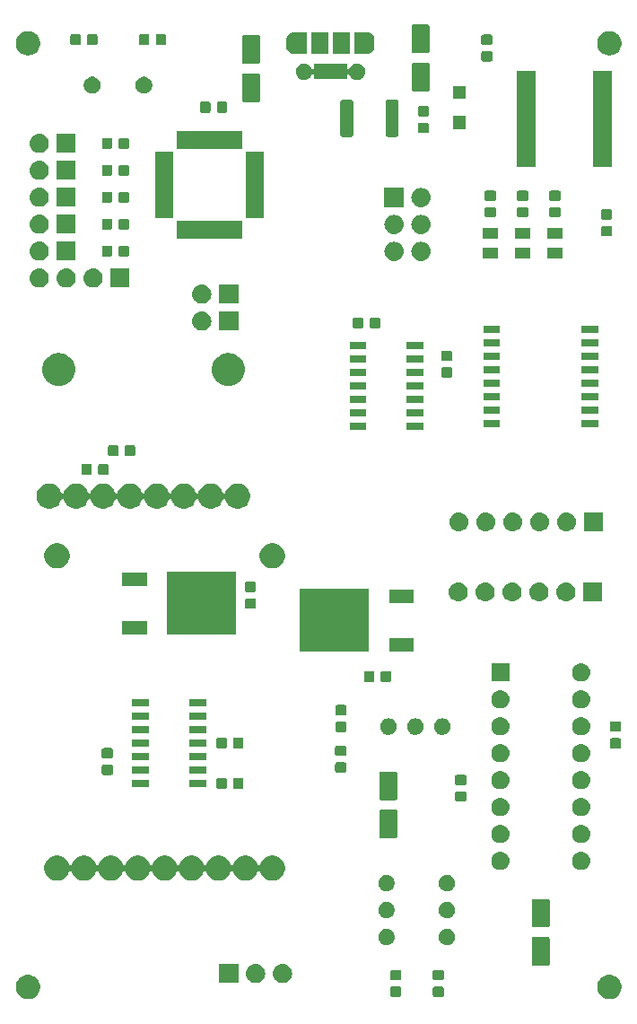
<source format=gts>
G04 #@! TF.GenerationSoftware,KiCad,Pcbnew,(5.1.0)-1*
G04 #@! TF.CreationDate,2019-06-01T09:59:28+02:00*
G04 #@! TF.ProjectId,Main_board,4d61696e-5f62-46f6-9172-642e6b696361,V0-2*
G04 #@! TF.SameCoordinates,Original*
G04 #@! TF.FileFunction,Soldermask,Top*
G04 #@! TF.FilePolarity,Negative*
%FSLAX46Y46*%
G04 Gerber Fmt 4.6, Leading zero omitted, Abs format (unit mm)*
G04 Created by KiCad (PCBNEW (5.1.0)-1) date 2019-06-01 09:59:28*
%MOMM*%
%LPD*%
G04 APERTURE LIST*
%ADD10C,0.100000*%
G04 APERTURE END LIST*
D10*
G36*
X181047149Y-142533516D02*
G01*
X181158334Y-142555632D01*
X181367803Y-142642397D01*
X181556320Y-142768360D01*
X181716640Y-142928680D01*
X181842603Y-143117197D01*
X181929368Y-143326666D01*
X181973600Y-143549036D01*
X181973600Y-143775764D01*
X181929368Y-143998134D01*
X181842603Y-144207603D01*
X181716640Y-144396120D01*
X181556320Y-144556440D01*
X181367803Y-144682403D01*
X181158334Y-144769168D01*
X181047149Y-144791284D01*
X180935965Y-144813400D01*
X180709235Y-144813400D01*
X180598051Y-144791284D01*
X180486866Y-144769168D01*
X180277397Y-144682403D01*
X180088880Y-144556440D01*
X179928560Y-144396120D01*
X179802597Y-144207603D01*
X179715832Y-143998134D01*
X179671600Y-143775764D01*
X179671600Y-143549036D01*
X179715832Y-143326666D01*
X179802597Y-143117197D01*
X179928560Y-142928680D01*
X180088880Y-142768360D01*
X180277397Y-142642397D01*
X180486866Y-142555632D01*
X180598051Y-142533516D01*
X180709235Y-142511400D01*
X180935965Y-142511400D01*
X181047149Y-142533516D01*
X181047149Y-142533516D01*
G37*
G36*
X126183149Y-142533516D02*
G01*
X126294334Y-142555632D01*
X126503803Y-142642397D01*
X126692320Y-142768360D01*
X126852640Y-142928680D01*
X126978603Y-143117197D01*
X127065368Y-143326666D01*
X127109600Y-143549036D01*
X127109600Y-143775764D01*
X127065368Y-143998134D01*
X126978603Y-144207603D01*
X126852640Y-144396120D01*
X126692320Y-144556440D01*
X126503803Y-144682403D01*
X126294334Y-144769168D01*
X126183149Y-144791284D01*
X126071965Y-144813400D01*
X125845235Y-144813400D01*
X125734051Y-144791284D01*
X125622866Y-144769168D01*
X125413397Y-144682403D01*
X125224880Y-144556440D01*
X125064560Y-144396120D01*
X124938597Y-144207603D01*
X124851832Y-143998134D01*
X124807600Y-143775764D01*
X124807600Y-143549036D01*
X124851832Y-143326666D01*
X124938597Y-143117197D01*
X125064560Y-142928680D01*
X125224880Y-142768360D01*
X125413397Y-142642397D01*
X125622866Y-142555632D01*
X125734051Y-142533516D01*
X125845235Y-142511400D01*
X126071965Y-142511400D01*
X126183149Y-142533516D01*
X126183149Y-142533516D01*
G37*
G36*
X161059991Y-143635285D02*
G01*
X161093969Y-143645593D01*
X161125290Y-143662334D01*
X161152739Y-143684861D01*
X161175266Y-143712310D01*
X161192007Y-143743631D01*
X161202315Y-143777609D01*
X161206400Y-143819090D01*
X161206400Y-144420310D01*
X161202315Y-144461791D01*
X161192007Y-144495769D01*
X161175266Y-144527090D01*
X161152739Y-144554539D01*
X161125290Y-144577066D01*
X161093969Y-144593807D01*
X161059991Y-144604115D01*
X161018510Y-144608200D01*
X160342290Y-144608200D01*
X160300809Y-144604115D01*
X160266831Y-144593807D01*
X160235510Y-144577066D01*
X160208061Y-144554539D01*
X160185534Y-144527090D01*
X160168793Y-144495769D01*
X160158485Y-144461791D01*
X160154400Y-144420310D01*
X160154400Y-143819090D01*
X160158485Y-143777609D01*
X160168793Y-143743631D01*
X160185534Y-143712310D01*
X160208061Y-143684861D01*
X160235510Y-143662334D01*
X160266831Y-143645593D01*
X160300809Y-143635285D01*
X160342290Y-143631200D01*
X161018510Y-143631200D01*
X161059991Y-143635285D01*
X161059991Y-143635285D01*
G37*
G36*
X165073191Y-143635285D02*
G01*
X165107169Y-143645593D01*
X165138490Y-143662334D01*
X165165939Y-143684861D01*
X165188466Y-143712310D01*
X165205207Y-143743631D01*
X165215515Y-143777609D01*
X165219600Y-143819090D01*
X165219600Y-144420310D01*
X165215515Y-144461791D01*
X165205207Y-144495769D01*
X165188466Y-144527090D01*
X165165939Y-144554539D01*
X165138490Y-144577066D01*
X165107169Y-144593807D01*
X165073191Y-144604115D01*
X165031710Y-144608200D01*
X164355490Y-144608200D01*
X164314009Y-144604115D01*
X164280031Y-144593807D01*
X164248710Y-144577066D01*
X164221261Y-144554539D01*
X164198734Y-144527090D01*
X164181993Y-144495769D01*
X164171685Y-144461791D01*
X164167600Y-144420310D01*
X164167600Y-143819090D01*
X164171685Y-143777609D01*
X164181993Y-143743631D01*
X164198734Y-143712310D01*
X164221261Y-143684861D01*
X164248710Y-143662334D01*
X164280031Y-143645593D01*
X164314009Y-143635285D01*
X164355490Y-143631200D01*
X165031710Y-143631200D01*
X165073191Y-143635285D01*
X165073191Y-143635285D01*
G37*
G36*
X150097443Y-141497919D02*
G01*
X150163627Y-141504437D01*
X150333466Y-141555957D01*
X150489991Y-141639622D01*
X150525729Y-141668952D01*
X150627186Y-141752214D01*
X150710448Y-141853671D01*
X150739778Y-141889409D01*
X150823443Y-142045934D01*
X150874963Y-142215773D01*
X150892359Y-142392400D01*
X150874963Y-142569027D01*
X150823443Y-142738866D01*
X150739778Y-142895391D01*
X150715767Y-142924648D01*
X150627186Y-143032586D01*
X150525729Y-143115848D01*
X150489991Y-143145178D01*
X150333466Y-143228843D01*
X150163627Y-143280363D01*
X150097442Y-143286882D01*
X150031260Y-143293400D01*
X149942740Y-143293400D01*
X149876558Y-143286882D01*
X149810373Y-143280363D01*
X149640534Y-143228843D01*
X149484009Y-143145178D01*
X149448271Y-143115848D01*
X149346814Y-143032586D01*
X149258233Y-142924648D01*
X149234222Y-142895391D01*
X149150557Y-142738866D01*
X149099037Y-142569027D01*
X149081641Y-142392400D01*
X149099037Y-142215773D01*
X149150557Y-142045934D01*
X149234222Y-141889409D01*
X149263552Y-141853671D01*
X149346814Y-141752214D01*
X149448271Y-141668952D01*
X149484009Y-141639622D01*
X149640534Y-141555957D01*
X149810373Y-141504437D01*
X149876557Y-141497919D01*
X149942740Y-141491400D01*
X150031260Y-141491400D01*
X150097443Y-141497919D01*
X150097443Y-141497919D01*
G37*
G36*
X145808000Y-143293400D02*
G01*
X144006000Y-143293400D01*
X144006000Y-141491400D01*
X145808000Y-141491400D01*
X145808000Y-143293400D01*
X145808000Y-143293400D01*
G37*
G36*
X147557443Y-141497919D02*
G01*
X147623627Y-141504437D01*
X147793466Y-141555957D01*
X147949991Y-141639622D01*
X147985729Y-141668952D01*
X148087186Y-141752214D01*
X148170448Y-141853671D01*
X148199778Y-141889409D01*
X148283443Y-142045934D01*
X148334963Y-142215773D01*
X148352359Y-142392400D01*
X148334963Y-142569027D01*
X148283443Y-142738866D01*
X148199778Y-142895391D01*
X148175767Y-142924648D01*
X148087186Y-143032586D01*
X147985729Y-143115848D01*
X147949991Y-143145178D01*
X147793466Y-143228843D01*
X147623627Y-143280363D01*
X147557442Y-143286882D01*
X147491260Y-143293400D01*
X147402740Y-143293400D01*
X147336558Y-143286882D01*
X147270373Y-143280363D01*
X147100534Y-143228843D01*
X146944009Y-143145178D01*
X146908271Y-143115848D01*
X146806814Y-143032586D01*
X146718233Y-142924648D01*
X146694222Y-142895391D01*
X146610557Y-142738866D01*
X146559037Y-142569027D01*
X146541641Y-142392400D01*
X146559037Y-142215773D01*
X146610557Y-142045934D01*
X146694222Y-141889409D01*
X146723552Y-141853671D01*
X146806814Y-141752214D01*
X146908271Y-141668952D01*
X146944009Y-141639622D01*
X147100534Y-141555957D01*
X147270373Y-141504437D01*
X147336557Y-141497919D01*
X147402740Y-141491400D01*
X147491260Y-141491400D01*
X147557443Y-141497919D01*
X147557443Y-141497919D01*
G37*
G36*
X161059991Y-142060285D02*
G01*
X161093969Y-142070593D01*
X161125290Y-142087334D01*
X161152739Y-142109861D01*
X161175266Y-142137310D01*
X161192007Y-142168631D01*
X161202315Y-142202609D01*
X161206400Y-142244090D01*
X161206400Y-142845310D01*
X161202315Y-142886791D01*
X161192007Y-142920769D01*
X161175266Y-142952090D01*
X161152739Y-142979539D01*
X161125290Y-143002066D01*
X161093969Y-143018807D01*
X161059991Y-143029115D01*
X161018510Y-143033200D01*
X160342290Y-143033200D01*
X160300809Y-143029115D01*
X160266831Y-143018807D01*
X160235510Y-143002066D01*
X160208061Y-142979539D01*
X160185534Y-142952090D01*
X160168793Y-142920769D01*
X160158485Y-142886791D01*
X160154400Y-142845310D01*
X160154400Y-142244090D01*
X160158485Y-142202609D01*
X160168793Y-142168631D01*
X160185534Y-142137310D01*
X160208061Y-142109861D01*
X160235510Y-142087334D01*
X160266831Y-142070593D01*
X160300809Y-142060285D01*
X160342290Y-142056200D01*
X161018510Y-142056200D01*
X161059991Y-142060285D01*
X161059991Y-142060285D01*
G37*
G36*
X165073191Y-142060285D02*
G01*
X165107169Y-142070593D01*
X165138490Y-142087334D01*
X165165939Y-142109861D01*
X165188466Y-142137310D01*
X165205207Y-142168631D01*
X165215515Y-142202609D01*
X165219600Y-142244090D01*
X165219600Y-142845310D01*
X165215515Y-142886791D01*
X165205207Y-142920769D01*
X165188466Y-142952090D01*
X165165939Y-142979539D01*
X165138490Y-143002066D01*
X165107169Y-143018807D01*
X165073191Y-143029115D01*
X165031710Y-143033200D01*
X164355490Y-143033200D01*
X164314009Y-143029115D01*
X164280031Y-143018807D01*
X164248710Y-143002066D01*
X164221261Y-142979539D01*
X164198734Y-142952090D01*
X164181993Y-142920769D01*
X164171685Y-142886791D01*
X164167600Y-142845310D01*
X164167600Y-142244090D01*
X164171685Y-142202609D01*
X164181993Y-142168631D01*
X164198734Y-142137310D01*
X164221261Y-142109861D01*
X164248710Y-142087334D01*
X164280031Y-142070593D01*
X164314009Y-142060285D01*
X164355490Y-142056200D01*
X165031710Y-142056200D01*
X165073191Y-142060285D01*
X165073191Y-142060285D01*
G37*
G36*
X175051597Y-138959251D02*
G01*
X175085252Y-138969461D01*
X175116265Y-138986038D01*
X175143451Y-139008349D01*
X175165762Y-139035535D01*
X175182339Y-139066548D01*
X175192549Y-139100203D01*
X175196600Y-139141338D01*
X175196600Y-141471062D01*
X175192549Y-141512197D01*
X175182339Y-141545852D01*
X175165762Y-141576865D01*
X175143451Y-141604051D01*
X175116265Y-141626362D01*
X175085252Y-141642939D01*
X175051597Y-141653149D01*
X175010462Y-141657200D01*
X173680738Y-141657200D01*
X173639603Y-141653149D01*
X173605948Y-141642939D01*
X173574935Y-141626362D01*
X173547749Y-141604051D01*
X173525438Y-141576865D01*
X173508861Y-141545852D01*
X173498651Y-141512197D01*
X173494600Y-141471062D01*
X173494600Y-139141338D01*
X173498651Y-139100203D01*
X173508861Y-139066548D01*
X173525438Y-139035535D01*
X173547749Y-139008349D01*
X173574935Y-138986038D01*
X173605948Y-138969461D01*
X173639603Y-138959251D01*
X173680738Y-138955200D01*
X175010462Y-138955200D01*
X175051597Y-138959251D01*
X175051597Y-138959251D01*
G37*
G36*
X159916989Y-138202276D02*
G01*
X160016293Y-138222029D01*
X160156606Y-138280148D01*
X160282884Y-138364525D01*
X160390275Y-138471916D01*
X160474652Y-138598194D01*
X160532771Y-138738507D01*
X160532771Y-138738509D01*
X160562400Y-138887462D01*
X160562400Y-139039338D01*
X160552524Y-139088989D01*
X160532771Y-139188293D01*
X160474652Y-139328606D01*
X160390275Y-139454884D01*
X160282884Y-139562275D01*
X160156606Y-139646652D01*
X160016293Y-139704771D01*
X159916989Y-139724524D01*
X159867338Y-139734400D01*
X159715462Y-139734400D01*
X159665811Y-139724524D01*
X159566507Y-139704771D01*
X159426194Y-139646652D01*
X159299916Y-139562275D01*
X159192525Y-139454884D01*
X159108148Y-139328606D01*
X159050029Y-139188293D01*
X159030276Y-139088989D01*
X159020400Y-139039338D01*
X159020400Y-138887462D01*
X159050029Y-138738509D01*
X159050029Y-138738507D01*
X159108148Y-138598194D01*
X159192525Y-138471916D01*
X159299916Y-138364525D01*
X159426194Y-138280148D01*
X159566507Y-138222029D01*
X159665811Y-138202276D01*
X159715462Y-138192400D01*
X159867338Y-138192400D01*
X159916989Y-138202276D01*
X159916989Y-138202276D01*
G37*
G36*
X165631989Y-138202276D02*
G01*
X165731293Y-138222029D01*
X165871606Y-138280148D01*
X165997884Y-138364525D01*
X166105275Y-138471916D01*
X166189652Y-138598194D01*
X166247771Y-138738507D01*
X166247771Y-138738509D01*
X166277400Y-138887462D01*
X166277400Y-139039338D01*
X166267524Y-139088989D01*
X166247771Y-139188293D01*
X166189652Y-139328606D01*
X166105275Y-139454884D01*
X165997884Y-139562275D01*
X165871606Y-139646652D01*
X165731293Y-139704771D01*
X165631989Y-139724524D01*
X165582338Y-139734400D01*
X165430462Y-139734400D01*
X165380811Y-139724524D01*
X165281507Y-139704771D01*
X165141194Y-139646652D01*
X165014916Y-139562275D01*
X164907525Y-139454884D01*
X164823148Y-139328606D01*
X164765029Y-139188293D01*
X164745276Y-139088989D01*
X164735400Y-139039338D01*
X164735400Y-138887462D01*
X164765029Y-138738509D01*
X164765029Y-138738507D01*
X164823148Y-138598194D01*
X164907525Y-138471916D01*
X165014916Y-138364525D01*
X165141194Y-138280148D01*
X165281507Y-138222029D01*
X165380811Y-138202276D01*
X165430462Y-138192400D01*
X165582338Y-138192400D01*
X165631989Y-138202276D01*
X165631989Y-138202276D01*
G37*
G36*
X175051597Y-135359251D02*
G01*
X175085252Y-135369461D01*
X175116265Y-135386038D01*
X175143451Y-135408349D01*
X175165762Y-135435535D01*
X175182339Y-135466548D01*
X175192549Y-135500203D01*
X175196600Y-135541338D01*
X175196600Y-137871062D01*
X175192549Y-137912197D01*
X175182339Y-137945852D01*
X175165762Y-137976865D01*
X175143451Y-138004051D01*
X175116265Y-138026362D01*
X175085252Y-138042939D01*
X175051597Y-138053149D01*
X175010462Y-138057200D01*
X173680738Y-138057200D01*
X173639603Y-138053149D01*
X173605948Y-138042939D01*
X173574935Y-138026362D01*
X173547749Y-138004051D01*
X173525438Y-137976865D01*
X173508861Y-137945852D01*
X173498651Y-137912197D01*
X173494600Y-137871062D01*
X173494600Y-135541338D01*
X173498651Y-135500203D01*
X173508861Y-135466548D01*
X173525438Y-135435535D01*
X173547749Y-135408349D01*
X173574935Y-135386038D01*
X173605948Y-135369461D01*
X173639603Y-135359251D01*
X173680738Y-135355200D01*
X175010462Y-135355200D01*
X175051597Y-135359251D01*
X175051597Y-135359251D01*
G37*
G36*
X159916989Y-135662276D02*
G01*
X160016293Y-135682029D01*
X160156606Y-135740148D01*
X160282884Y-135824525D01*
X160390275Y-135931916D01*
X160474652Y-136058194D01*
X160532771Y-136198507D01*
X160562400Y-136347463D01*
X160562400Y-136499337D01*
X160532771Y-136648293D01*
X160474652Y-136788606D01*
X160390275Y-136914884D01*
X160282884Y-137022275D01*
X160156606Y-137106652D01*
X160016293Y-137164771D01*
X159916989Y-137184524D01*
X159867338Y-137194400D01*
X159715462Y-137194400D01*
X159665811Y-137184524D01*
X159566507Y-137164771D01*
X159426194Y-137106652D01*
X159299916Y-137022275D01*
X159192525Y-136914884D01*
X159108148Y-136788606D01*
X159050029Y-136648293D01*
X159020400Y-136499337D01*
X159020400Y-136347463D01*
X159050029Y-136198507D01*
X159108148Y-136058194D01*
X159192525Y-135931916D01*
X159299916Y-135824525D01*
X159426194Y-135740148D01*
X159566507Y-135682029D01*
X159665811Y-135662276D01*
X159715462Y-135652400D01*
X159867338Y-135652400D01*
X159916989Y-135662276D01*
X159916989Y-135662276D01*
G37*
G36*
X165631989Y-135662276D02*
G01*
X165731293Y-135682029D01*
X165871606Y-135740148D01*
X165997884Y-135824525D01*
X166105275Y-135931916D01*
X166189652Y-136058194D01*
X166247771Y-136198507D01*
X166277400Y-136347463D01*
X166277400Y-136499337D01*
X166247771Y-136648293D01*
X166189652Y-136788606D01*
X166105275Y-136914884D01*
X165997884Y-137022275D01*
X165871606Y-137106652D01*
X165731293Y-137164771D01*
X165631989Y-137184524D01*
X165582338Y-137194400D01*
X165430462Y-137194400D01*
X165380811Y-137184524D01*
X165281507Y-137164771D01*
X165141194Y-137106652D01*
X165014916Y-137022275D01*
X164907525Y-136914884D01*
X164823148Y-136788606D01*
X164765029Y-136648293D01*
X164735400Y-136499337D01*
X164735400Y-136347463D01*
X164765029Y-136198507D01*
X164823148Y-136058194D01*
X164907525Y-135931916D01*
X165014916Y-135824525D01*
X165141194Y-135740148D01*
X165281507Y-135682029D01*
X165380811Y-135662276D01*
X165430462Y-135652400D01*
X165582338Y-135652400D01*
X165631989Y-135662276D01*
X165631989Y-135662276D01*
G37*
G36*
X159916989Y-133122276D02*
G01*
X160016293Y-133142029D01*
X160156606Y-133200148D01*
X160282884Y-133284525D01*
X160390275Y-133391916D01*
X160474652Y-133518194D01*
X160532771Y-133658507D01*
X160562400Y-133807463D01*
X160562400Y-133959337D01*
X160532771Y-134108293D01*
X160474652Y-134248606D01*
X160390275Y-134374884D01*
X160282884Y-134482275D01*
X160156606Y-134566652D01*
X160016293Y-134624771D01*
X159916989Y-134644524D01*
X159867338Y-134654400D01*
X159715462Y-134654400D01*
X159665811Y-134644524D01*
X159566507Y-134624771D01*
X159426194Y-134566652D01*
X159299916Y-134482275D01*
X159192525Y-134374884D01*
X159108148Y-134248606D01*
X159050029Y-134108293D01*
X159020400Y-133959337D01*
X159020400Y-133807463D01*
X159050029Y-133658507D01*
X159108148Y-133518194D01*
X159192525Y-133391916D01*
X159299916Y-133284525D01*
X159426194Y-133200148D01*
X159566507Y-133142029D01*
X159665811Y-133122276D01*
X159715462Y-133112400D01*
X159867338Y-133112400D01*
X159916989Y-133122276D01*
X159916989Y-133122276D01*
G37*
G36*
X165631989Y-133122276D02*
G01*
X165731293Y-133142029D01*
X165871606Y-133200148D01*
X165997884Y-133284525D01*
X166105275Y-133391916D01*
X166189652Y-133518194D01*
X166247771Y-133658507D01*
X166277400Y-133807463D01*
X166277400Y-133959337D01*
X166247771Y-134108293D01*
X166189652Y-134248606D01*
X166105275Y-134374884D01*
X165997884Y-134482275D01*
X165871606Y-134566652D01*
X165731293Y-134624771D01*
X165631989Y-134644524D01*
X165582338Y-134654400D01*
X165430462Y-134654400D01*
X165380811Y-134644524D01*
X165281507Y-134624771D01*
X165141194Y-134566652D01*
X165014916Y-134482275D01*
X164907525Y-134374884D01*
X164823148Y-134248606D01*
X164765029Y-134108293D01*
X164735400Y-133959337D01*
X164735400Y-133807463D01*
X164765029Y-133658507D01*
X164823148Y-133518194D01*
X164907525Y-133391916D01*
X165014916Y-133284525D01*
X165141194Y-133200148D01*
X165281507Y-133142029D01*
X165380811Y-133122276D01*
X165430462Y-133112400D01*
X165582338Y-133112400D01*
X165631989Y-133122276D01*
X165631989Y-133122276D01*
G37*
G36*
X129050076Y-131312884D02*
G01*
X129267369Y-131402890D01*
X129267371Y-131402891D01*
X129462930Y-131533560D01*
X129629240Y-131699870D01*
X129759910Y-131895431D01*
X129851313Y-132116097D01*
X129856316Y-132132589D01*
X129867867Y-132154199D01*
X129883413Y-132173141D01*
X129902355Y-132188686D01*
X129923965Y-132200237D01*
X129947414Y-132207350D01*
X129971800Y-132209752D01*
X129996187Y-132207350D01*
X130019636Y-132200237D01*
X130041246Y-132188686D01*
X130060188Y-132173140D01*
X130075733Y-132154198D01*
X130087284Y-132132588D01*
X130092286Y-132116098D01*
X130183690Y-131895431D01*
X130314360Y-131699870D01*
X130480670Y-131533560D01*
X130676229Y-131402891D01*
X130676231Y-131402890D01*
X130893524Y-131312884D01*
X131124200Y-131267000D01*
X131359400Y-131267000D01*
X131590076Y-131312884D01*
X131807369Y-131402890D01*
X131807371Y-131402891D01*
X132002930Y-131533560D01*
X132169240Y-131699870D01*
X132299910Y-131895431D01*
X132391313Y-132116097D01*
X132396316Y-132132589D01*
X132407867Y-132154199D01*
X132423413Y-132173141D01*
X132442355Y-132188686D01*
X132463965Y-132200237D01*
X132487414Y-132207350D01*
X132511800Y-132209752D01*
X132536187Y-132207350D01*
X132559636Y-132200237D01*
X132581246Y-132188686D01*
X132600188Y-132173140D01*
X132615733Y-132154198D01*
X132627284Y-132132588D01*
X132632286Y-132116098D01*
X132723690Y-131895431D01*
X132854360Y-131699870D01*
X133020670Y-131533560D01*
X133216229Y-131402891D01*
X133216231Y-131402890D01*
X133433524Y-131312884D01*
X133664200Y-131267000D01*
X133899400Y-131267000D01*
X134130076Y-131312884D01*
X134347369Y-131402890D01*
X134347371Y-131402891D01*
X134542930Y-131533560D01*
X134709240Y-131699870D01*
X134839910Y-131895431D01*
X134931313Y-132116097D01*
X134936316Y-132132589D01*
X134947867Y-132154199D01*
X134963413Y-132173141D01*
X134982355Y-132188686D01*
X135003965Y-132200237D01*
X135027414Y-132207350D01*
X135051800Y-132209752D01*
X135076187Y-132207350D01*
X135099636Y-132200237D01*
X135121246Y-132188686D01*
X135140188Y-132173140D01*
X135155733Y-132154198D01*
X135167284Y-132132588D01*
X135172286Y-132116098D01*
X135263690Y-131895431D01*
X135394360Y-131699870D01*
X135560670Y-131533560D01*
X135756229Y-131402891D01*
X135756231Y-131402890D01*
X135973524Y-131312884D01*
X136204200Y-131267000D01*
X136439400Y-131267000D01*
X136670076Y-131312884D01*
X136887369Y-131402890D01*
X136887371Y-131402891D01*
X137082930Y-131533560D01*
X137249240Y-131699870D01*
X137379910Y-131895431D01*
X137471313Y-132116097D01*
X137476316Y-132132589D01*
X137487867Y-132154199D01*
X137503413Y-132173141D01*
X137522355Y-132188686D01*
X137543965Y-132200237D01*
X137567414Y-132207350D01*
X137591800Y-132209752D01*
X137616187Y-132207350D01*
X137639636Y-132200237D01*
X137661246Y-132188686D01*
X137680188Y-132173140D01*
X137695733Y-132154198D01*
X137707284Y-132132588D01*
X137712286Y-132116098D01*
X137803690Y-131895431D01*
X137934360Y-131699870D01*
X138100670Y-131533560D01*
X138296229Y-131402891D01*
X138296231Y-131402890D01*
X138513524Y-131312884D01*
X138744200Y-131267000D01*
X138979400Y-131267000D01*
X139210076Y-131312884D01*
X139427369Y-131402890D01*
X139427371Y-131402891D01*
X139622930Y-131533560D01*
X139789240Y-131699870D01*
X139919910Y-131895431D01*
X140011313Y-132116097D01*
X140016316Y-132132589D01*
X140027867Y-132154199D01*
X140043413Y-132173141D01*
X140062355Y-132188686D01*
X140083965Y-132200237D01*
X140107414Y-132207350D01*
X140131800Y-132209752D01*
X140156187Y-132207350D01*
X140179636Y-132200237D01*
X140201246Y-132188686D01*
X140220188Y-132173140D01*
X140235733Y-132154198D01*
X140247284Y-132132588D01*
X140252286Y-132116098D01*
X140343690Y-131895431D01*
X140474360Y-131699870D01*
X140640670Y-131533560D01*
X140836229Y-131402891D01*
X140836231Y-131402890D01*
X141053524Y-131312884D01*
X141284200Y-131267000D01*
X141519400Y-131267000D01*
X141750076Y-131312884D01*
X141967369Y-131402890D01*
X141967371Y-131402891D01*
X142162930Y-131533560D01*
X142329240Y-131699870D01*
X142459910Y-131895431D01*
X142551313Y-132116097D01*
X142556316Y-132132589D01*
X142567867Y-132154199D01*
X142583413Y-132173141D01*
X142602355Y-132188686D01*
X142623965Y-132200237D01*
X142647414Y-132207350D01*
X142671800Y-132209752D01*
X142696187Y-132207350D01*
X142719636Y-132200237D01*
X142741246Y-132188686D01*
X142760188Y-132173140D01*
X142775733Y-132154198D01*
X142787284Y-132132588D01*
X142792286Y-132116098D01*
X142883690Y-131895431D01*
X143014360Y-131699870D01*
X143180670Y-131533560D01*
X143376229Y-131402891D01*
X143376231Y-131402890D01*
X143593524Y-131312884D01*
X143824200Y-131267000D01*
X144059400Y-131267000D01*
X144290076Y-131312884D01*
X144507369Y-131402890D01*
X144507371Y-131402891D01*
X144702930Y-131533560D01*
X144869240Y-131699870D01*
X144999910Y-131895431D01*
X145091313Y-132116097D01*
X145096316Y-132132589D01*
X145107867Y-132154199D01*
X145123413Y-132173141D01*
X145142355Y-132188686D01*
X145163965Y-132200237D01*
X145187414Y-132207350D01*
X145211800Y-132209752D01*
X145236187Y-132207350D01*
X145259636Y-132200237D01*
X145281246Y-132188686D01*
X145300188Y-132173140D01*
X145315733Y-132154198D01*
X145327284Y-132132588D01*
X145332286Y-132116098D01*
X145423690Y-131895431D01*
X145554360Y-131699870D01*
X145720670Y-131533560D01*
X145916229Y-131402891D01*
X145916231Y-131402890D01*
X146133524Y-131312884D01*
X146364200Y-131267000D01*
X146599400Y-131267000D01*
X146830076Y-131312884D01*
X147047369Y-131402890D01*
X147047371Y-131402891D01*
X147242930Y-131533560D01*
X147409240Y-131699870D01*
X147539910Y-131895431D01*
X147631313Y-132116097D01*
X147636316Y-132132589D01*
X147647867Y-132154199D01*
X147663413Y-132173141D01*
X147682355Y-132188686D01*
X147703965Y-132200237D01*
X147727414Y-132207350D01*
X147751800Y-132209752D01*
X147776187Y-132207350D01*
X147799636Y-132200237D01*
X147821246Y-132188686D01*
X147840188Y-132173140D01*
X147855733Y-132154198D01*
X147867284Y-132132588D01*
X147872286Y-132116098D01*
X147963690Y-131895431D01*
X148094360Y-131699870D01*
X148260670Y-131533560D01*
X148456229Y-131402891D01*
X148456231Y-131402890D01*
X148673524Y-131312884D01*
X148904200Y-131267000D01*
X149139400Y-131267000D01*
X149370076Y-131312884D01*
X149587369Y-131402890D01*
X149587371Y-131402891D01*
X149782930Y-131533560D01*
X149949240Y-131699870D01*
X150079910Y-131895431D01*
X150169916Y-132112724D01*
X150215800Y-132343400D01*
X150215800Y-132578600D01*
X150169916Y-132809276D01*
X150079910Y-133026569D01*
X150079909Y-133026571D01*
X149949240Y-133222130D01*
X149782930Y-133388440D01*
X149587371Y-133519109D01*
X149587370Y-133519110D01*
X149587369Y-133519110D01*
X149370076Y-133609116D01*
X149139400Y-133655000D01*
X148904200Y-133655000D01*
X148673524Y-133609116D01*
X148456231Y-133519110D01*
X148456230Y-133519110D01*
X148456229Y-133519109D01*
X148260670Y-133388440D01*
X148094360Y-133222130D01*
X147963691Y-133026571D01*
X147873685Y-132809277D01*
X147872287Y-132805903D01*
X147867284Y-132789411D01*
X147855733Y-132767801D01*
X147840187Y-132748859D01*
X147821245Y-132733314D01*
X147799635Y-132721763D01*
X147776186Y-132714650D01*
X147751800Y-132712248D01*
X147727413Y-132714650D01*
X147703964Y-132721763D01*
X147682354Y-132733314D01*
X147663412Y-132748860D01*
X147647867Y-132767802D01*
X147636316Y-132789412D01*
X147631314Y-132805902D01*
X147539910Y-133026569D01*
X147539909Y-133026571D01*
X147409240Y-133222130D01*
X147242930Y-133388440D01*
X147047371Y-133519109D01*
X147047370Y-133519110D01*
X147047369Y-133519110D01*
X146830076Y-133609116D01*
X146599400Y-133655000D01*
X146364200Y-133655000D01*
X146133524Y-133609116D01*
X145916231Y-133519110D01*
X145916230Y-133519110D01*
X145916229Y-133519109D01*
X145720670Y-133388440D01*
X145554360Y-133222130D01*
X145423691Y-133026571D01*
X145333685Y-132809277D01*
X145332287Y-132805903D01*
X145327284Y-132789411D01*
X145315733Y-132767801D01*
X145300187Y-132748859D01*
X145281245Y-132733314D01*
X145259635Y-132721763D01*
X145236186Y-132714650D01*
X145211800Y-132712248D01*
X145187413Y-132714650D01*
X145163964Y-132721763D01*
X145142354Y-132733314D01*
X145123412Y-132748860D01*
X145107867Y-132767802D01*
X145096316Y-132789412D01*
X145091314Y-132805902D01*
X144999910Y-133026569D01*
X144999909Y-133026571D01*
X144869240Y-133222130D01*
X144702930Y-133388440D01*
X144507371Y-133519109D01*
X144507370Y-133519110D01*
X144507369Y-133519110D01*
X144290076Y-133609116D01*
X144059400Y-133655000D01*
X143824200Y-133655000D01*
X143593524Y-133609116D01*
X143376231Y-133519110D01*
X143376230Y-133519110D01*
X143376229Y-133519109D01*
X143180670Y-133388440D01*
X143014360Y-133222130D01*
X142883691Y-133026571D01*
X142793685Y-132809277D01*
X142792287Y-132805903D01*
X142787284Y-132789411D01*
X142775733Y-132767801D01*
X142760187Y-132748859D01*
X142741245Y-132733314D01*
X142719635Y-132721763D01*
X142696186Y-132714650D01*
X142671800Y-132712248D01*
X142647413Y-132714650D01*
X142623964Y-132721763D01*
X142602354Y-132733314D01*
X142583412Y-132748860D01*
X142567867Y-132767802D01*
X142556316Y-132789412D01*
X142551314Y-132805902D01*
X142459910Y-133026569D01*
X142459909Y-133026571D01*
X142329240Y-133222130D01*
X142162930Y-133388440D01*
X141967371Y-133519109D01*
X141967370Y-133519110D01*
X141967369Y-133519110D01*
X141750076Y-133609116D01*
X141519400Y-133655000D01*
X141284200Y-133655000D01*
X141053524Y-133609116D01*
X140836231Y-133519110D01*
X140836230Y-133519110D01*
X140836229Y-133519109D01*
X140640670Y-133388440D01*
X140474360Y-133222130D01*
X140343691Y-133026571D01*
X140253685Y-132809277D01*
X140252287Y-132805903D01*
X140247284Y-132789411D01*
X140235733Y-132767801D01*
X140220187Y-132748859D01*
X140201245Y-132733314D01*
X140179635Y-132721763D01*
X140156186Y-132714650D01*
X140131800Y-132712248D01*
X140107413Y-132714650D01*
X140083964Y-132721763D01*
X140062354Y-132733314D01*
X140043412Y-132748860D01*
X140027867Y-132767802D01*
X140016316Y-132789412D01*
X140011314Y-132805902D01*
X139919910Y-133026569D01*
X139919909Y-133026571D01*
X139789240Y-133222130D01*
X139622930Y-133388440D01*
X139427371Y-133519109D01*
X139427370Y-133519110D01*
X139427369Y-133519110D01*
X139210076Y-133609116D01*
X138979400Y-133655000D01*
X138744200Y-133655000D01*
X138513524Y-133609116D01*
X138296231Y-133519110D01*
X138296230Y-133519110D01*
X138296229Y-133519109D01*
X138100670Y-133388440D01*
X137934360Y-133222130D01*
X137803691Y-133026571D01*
X137713685Y-132809277D01*
X137712287Y-132805903D01*
X137707284Y-132789411D01*
X137695733Y-132767801D01*
X137680187Y-132748859D01*
X137661245Y-132733314D01*
X137639635Y-132721763D01*
X137616186Y-132714650D01*
X137591800Y-132712248D01*
X137567413Y-132714650D01*
X137543964Y-132721763D01*
X137522354Y-132733314D01*
X137503412Y-132748860D01*
X137487867Y-132767802D01*
X137476316Y-132789412D01*
X137471314Y-132805902D01*
X137379910Y-133026569D01*
X137379909Y-133026571D01*
X137249240Y-133222130D01*
X137082930Y-133388440D01*
X136887371Y-133519109D01*
X136887370Y-133519110D01*
X136887369Y-133519110D01*
X136670076Y-133609116D01*
X136439400Y-133655000D01*
X136204200Y-133655000D01*
X135973524Y-133609116D01*
X135756231Y-133519110D01*
X135756230Y-133519110D01*
X135756229Y-133519109D01*
X135560670Y-133388440D01*
X135394360Y-133222130D01*
X135263691Y-133026571D01*
X135173685Y-132809277D01*
X135172287Y-132805903D01*
X135167284Y-132789411D01*
X135155733Y-132767801D01*
X135140187Y-132748859D01*
X135121245Y-132733314D01*
X135099635Y-132721763D01*
X135076186Y-132714650D01*
X135051800Y-132712248D01*
X135027413Y-132714650D01*
X135003964Y-132721763D01*
X134982354Y-132733314D01*
X134963412Y-132748860D01*
X134947867Y-132767802D01*
X134936316Y-132789412D01*
X134931314Y-132805902D01*
X134839910Y-133026569D01*
X134839909Y-133026571D01*
X134709240Y-133222130D01*
X134542930Y-133388440D01*
X134347371Y-133519109D01*
X134347370Y-133519110D01*
X134347369Y-133519110D01*
X134130076Y-133609116D01*
X133899400Y-133655000D01*
X133664200Y-133655000D01*
X133433524Y-133609116D01*
X133216231Y-133519110D01*
X133216230Y-133519110D01*
X133216229Y-133519109D01*
X133020670Y-133388440D01*
X132854360Y-133222130D01*
X132723691Y-133026571D01*
X132633685Y-132809277D01*
X132632287Y-132805903D01*
X132627284Y-132789411D01*
X132615733Y-132767801D01*
X132600187Y-132748859D01*
X132581245Y-132733314D01*
X132559635Y-132721763D01*
X132536186Y-132714650D01*
X132511800Y-132712248D01*
X132487413Y-132714650D01*
X132463964Y-132721763D01*
X132442354Y-132733314D01*
X132423412Y-132748860D01*
X132407867Y-132767802D01*
X132396316Y-132789412D01*
X132391314Y-132805902D01*
X132299910Y-133026569D01*
X132299909Y-133026571D01*
X132169240Y-133222130D01*
X132002930Y-133388440D01*
X131807371Y-133519109D01*
X131807370Y-133519110D01*
X131807369Y-133519110D01*
X131590076Y-133609116D01*
X131359400Y-133655000D01*
X131124200Y-133655000D01*
X130893524Y-133609116D01*
X130676231Y-133519110D01*
X130676230Y-133519110D01*
X130676229Y-133519109D01*
X130480670Y-133388440D01*
X130314360Y-133222130D01*
X130183691Y-133026571D01*
X130093685Y-132809277D01*
X130092287Y-132805903D01*
X130087284Y-132789411D01*
X130075733Y-132767801D01*
X130060187Y-132748859D01*
X130041245Y-132733314D01*
X130019635Y-132721763D01*
X129996186Y-132714650D01*
X129971800Y-132712248D01*
X129947413Y-132714650D01*
X129923964Y-132721763D01*
X129902354Y-132733314D01*
X129883412Y-132748860D01*
X129867867Y-132767802D01*
X129856316Y-132789412D01*
X129851314Y-132805902D01*
X129759910Y-133026569D01*
X129759909Y-133026571D01*
X129629240Y-133222130D01*
X129462930Y-133388440D01*
X129267371Y-133519109D01*
X129267370Y-133519110D01*
X129267369Y-133519110D01*
X129050076Y-133609116D01*
X128819400Y-133655000D01*
X128584200Y-133655000D01*
X128353524Y-133609116D01*
X128136231Y-133519110D01*
X128136230Y-133519110D01*
X128136229Y-133519109D01*
X127940670Y-133388440D01*
X127774360Y-133222130D01*
X127643691Y-133026571D01*
X127643690Y-133026569D01*
X127553684Y-132809276D01*
X127507800Y-132578600D01*
X127507800Y-132343400D01*
X127553684Y-132112724D01*
X127643690Y-131895431D01*
X127774360Y-131699870D01*
X127940670Y-131533560D01*
X128136229Y-131402891D01*
X128136231Y-131402890D01*
X128353524Y-131312884D01*
X128584200Y-131267000D01*
X128819400Y-131267000D01*
X129050076Y-131312884D01*
X129050076Y-131312884D01*
G37*
G36*
X170702423Y-130936513D02*
G01*
X170862842Y-130985176D01*
X170995506Y-131056086D01*
X171010678Y-131064196D01*
X171140259Y-131170541D01*
X171246604Y-131300122D01*
X171246605Y-131300124D01*
X171325624Y-131447958D01*
X171374287Y-131608377D01*
X171390717Y-131775200D01*
X171374287Y-131942023D01*
X171325624Y-132102442D01*
X171254714Y-132235106D01*
X171246604Y-132250278D01*
X171140259Y-132379859D01*
X171010678Y-132486204D01*
X171010676Y-132486205D01*
X170862842Y-132565224D01*
X170702423Y-132613887D01*
X170577404Y-132626200D01*
X170493796Y-132626200D01*
X170368777Y-132613887D01*
X170208358Y-132565224D01*
X170060524Y-132486205D01*
X170060522Y-132486204D01*
X169930941Y-132379859D01*
X169824596Y-132250278D01*
X169816486Y-132235106D01*
X169745576Y-132102442D01*
X169696913Y-131942023D01*
X169680483Y-131775200D01*
X169696913Y-131608377D01*
X169745576Y-131447958D01*
X169824595Y-131300124D01*
X169824596Y-131300122D01*
X169930941Y-131170541D01*
X170060522Y-131064196D01*
X170075694Y-131056086D01*
X170208358Y-130985176D01*
X170368777Y-130936513D01*
X170493796Y-130924200D01*
X170577404Y-130924200D01*
X170702423Y-130936513D01*
X170702423Y-130936513D01*
G37*
G36*
X178322423Y-130936513D02*
G01*
X178482842Y-130985176D01*
X178615506Y-131056086D01*
X178630678Y-131064196D01*
X178760259Y-131170541D01*
X178866604Y-131300122D01*
X178866605Y-131300124D01*
X178945624Y-131447958D01*
X178994287Y-131608377D01*
X179010717Y-131775200D01*
X178994287Y-131942023D01*
X178945624Y-132102442D01*
X178874714Y-132235106D01*
X178866604Y-132250278D01*
X178760259Y-132379859D01*
X178630678Y-132486204D01*
X178630676Y-132486205D01*
X178482842Y-132565224D01*
X178322423Y-132613887D01*
X178197404Y-132626200D01*
X178113796Y-132626200D01*
X177988777Y-132613887D01*
X177828358Y-132565224D01*
X177680524Y-132486205D01*
X177680522Y-132486204D01*
X177550941Y-132379859D01*
X177444596Y-132250278D01*
X177436486Y-132235106D01*
X177365576Y-132102442D01*
X177316913Y-131942023D01*
X177300483Y-131775200D01*
X177316913Y-131608377D01*
X177365576Y-131447958D01*
X177444595Y-131300124D01*
X177444596Y-131300122D01*
X177550941Y-131170541D01*
X177680522Y-131064196D01*
X177695694Y-131056086D01*
X177828358Y-130985176D01*
X177988777Y-130936513D01*
X178113796Y-130924200D01*
X178197404Y-130924200D01*
X178322423Y-130936513D01*
X178322423Y-130936513D01*
G37*
G36*
X170702423Y-128396513D02*
G01*
X170862842Y-128445176D01*
X170995506Y-128516086D01*
X171010678Y-128524196D01*
X171140259Y-128630541D01*
X171246604Y-128760122D01*
X171246605Y-128760124D01*
X171325624Y-128907958D01*
X171374287Y-129068377D01*
X171390717Y-129235200D01*
X171374287Y-129402023D01*
X171325624Y-129562442D01*
X171299048Y-129612162D01*
X171246604Y-129710278D01*
X171140259Y-129839859D01*
X171010678Y-129946204D01*
X171010676Y-129946205D01*
X170862842Y-130025224D01*
X170702423Y-130073887D01*
X170577404Y-130086200D01*
X170493796Y-130086200D01*
X170368777Y-130073887D01*
X170208358Y-130025224D01*
X170060524Y-129946205D01*
X170060522Y-129946204D01*
X169930941Y-129839859D01*
X169824596Y-129710278D01*
X169772152Y-129612162D01*
X169745576Y-129562442D01*
X169696913Y-129402023D01*
X169680483Y-129235200D01*
X169696913Y-129068377D01*
X169745576Y-128907958D01*
X169824595Y-128760124D01*
X169824596Y-128760122D01*
X169930941Y-128630541D01*
X170060522Y-128524196D01*
X170075694Y-128516086D01*
X170208358Y-128445176D01*
X170368777Y-128396513D01*
X170493796Y-128384200D01*
X170577404Y-128384200D01*
X170702423Y-128396513D01*
X170702423Y-128396513D01*
G37*
G36*
X178322423Y-128396513D02*
G01*
X178482842Y-128445176D01*
X178615506Y-128516086D01*
X178630678Y-128524196D01*
X178760259Y-128630541D01*
X178866604Y-128760122D01*
X178866605Y-128760124D01*
X178945624Y-128907958D01*
X178994287Y-129068377D01*
X179010717Y-129235200D01*
X178994287Y-129402023D01*
X178945624Y-129562442D01*
X178919048Y-129612162D01*
X178866604Y-129710278D01*
X178760259Y-129839859D01*
X178630678Y-129946204D01*
X178630676Y-129946205D01*
X178482842Y-130025224D01*
X178322423Y-130073887D01*
X178197404Y-130086200D01*
X178113796Y-130086200D01*
X177988777Y-130073887D01*
X177828358Y-130025224D01*
X177680524Y-129946205D01*
X177680522Y-129946204D01*
X177550941Y-129839859D01*
X177444596Y-129710278D01*
X177392152Y-129612162D01*
X177365576Y-129562442D01*
X177316913Y-129402023D01*
X177300483Y-129235200D01*
X177316913Y-129068377D01*
X177365576Y-128907958D01*
X177444595Y-128760124D01*
X177444596Y-128760122D01*
X177550941Y-128630541D01*
X177680522Y-128524196D01*
X177695694Y-128516086D01*
X177828358Y-128445176D01*
X177988777Y-128396513D01*
X178113796Y-128384200D01*
X178197404Y-128384200D01*
X178322423Y-128396513D01*
X178322423Y-128396513D01*
G37*
G36*
X160675197Y-126945051D02*
G01*
X160708852Y-126955261D01*
X160739865Y-126971838D01*
X160767051Y-126994149D01*
X160789362Y-127021335D01*
X160805939Y-127052348D01*
X160816149Y-127086003D01*
X160820200Y-127127138D01*
X160820200Y-129456862D01*
X160816149Y-129497997D01*
X160805939Y-129531652D01*
X160789362Y-129562665D01*
X160767051Y-129589851D01*
X160739865Y-129612162D01*
X160708852Y-129628739D01*
X160675197Y-129638949D01*
X160634062Y-129643000D01*
X159304338Y-129643000D01*
X159263203Y-129638949D01*
X159229548Y-129628739D01*
X159198535Y-129612162D01*
X159171349Y-129589851D01*
X159149038Y-129562665D01*
X159132461Y-129531652D01*
X159122251Y-129497997D01*
X159118200Y-129456862D01*
X159118200Y-127127138D01*
X159122251Y-127086003D01*
X159132461Y-127052348D01*
X159149038Y-127021335D01*
X159171349Y-126994149D01*
X159198535Y-126971838D01*
X159229548Y-126955261D01*
X159263203Y-126945051D01*
X159304338Y-126941000D01*
X160634062Y-126941000D01*
X160675197Y-126945051D01*
X160675197Y-126945051D01*
G37*
G36*
X170702423Y-125856513D02*
G01*
X170862842Y-125905176D01*
X170995506Y-125976086D01*
X171010678Y-125984196D01*
X171140259Y-126090541D01*
X171246604Y-126220122D01*
X171246605Y-126220124D01*
X171325624Y-126367958D01*
X171374287Y-126528377D01*
X171390717Y-126695200D01*
X171374287Y-126862023D01*
X171325624Y-127022442D01*
X171269663Y-127127138D01*
X171246604Y-127170278D01*
X171140259Y-127299859D01*
X171010678Y-127406204D01*
X171010676Y-127406205D01*
X170862842Y-127485224D01*
X170702423Y-127533887D01*
X170577404Y-127546200D01*
X170493796Y-127546200D01*
X170368777Y-127533887D01*
X170208358Y-127485224D01*
X170060524Y-127406205D01*
X170060522Y-127406204D01*
X169930941Y-127299859D01*
X169824596Y-127170278D01*
X169801537Y-127127138D01*
X169745576Y-127022442D01*
X169696913Y-126862023D01*
X169680483Y-126695200D01*
X169696913Y-126528377D01*
X169745576Y-126367958D01*
X169824595Y-126220124D01*
X169824596Y-126220122D01*
X169930941Y-126090541D01*
X170060522Y-125984196D01*
X170075694Y-125976086D01*
X170208358Y-125905176D01*
X170368777Y-125856513D01*
X170493796Y-125844200D01*
X170577404Y-125844200D01*
X170702423Y-125856513D01*
X170702423Y-125856513D01*
G37*
G36*
X178322423Y-125856513D02*
G01*
X178482842Y-125905176D01*
X178615506Y-125976086D01*
X178630678Y-125984196D01*
X178760259Y-126090541D01*
X178866604Y-126220122D01*
X178866605Y-126220124D01*
X178945624Y-126367958D01*
X178994287Y-126528377D01*
X179010717Y-126695200D01*
X178994287Y-126862023D01*
X178945624Y-127022442D01*
X178889663Y-127127138D01*
X178866604Y-127170278D01*
X178760259Y-127299859D01*
X178630678Y-127406204D01*
X178630676Y-127406205D01*
X178482842Y-127485224D01*
X178322423Y-127533887D01*
X178197404Y-127546200D01*
X178113796Y-127546200D01*
X177988777Y-127533887D01*
X177828358Y-127485224D01*
X177680524Y-127406205D01*
X177680522Y-127406204D01*
X177550941Y-127299859D01*
X177444596Y-127170278D01*
X177421537Y-127127138D01*
X177365576Y-127022442D01*
X177316913Y-126862023D01*
X177300483Y-126695200D01*
X177316913Y-126528377D01*
X177365576Y-126367958D01*
X177444595Y-126220124D01*
X177444596Y-126220122D01*
X177550941Y-126090541D01*
X177680522Y-125984196D01*
X177695694Y-125976086D01*
X177828358Y-125905176D01*
X177988777Y-125856513D01*
X178113796Y-125844200D01*
X178197404Y-125844200D01*
X178322423Y-125856513D01*
X178322423Y-125856513D01*
G37*
G36*
X167181391Y-125220285D02*
G01*
X167215369Y-125230593D01*
X167246690Y-125247334D01*
X167274139Y-125269861D01*
X167296666Y-125297310D01*
X167313407Y-125328631D01*
X167323715Y-125362609D01*
X167327800Y-125404090D01*
X167327800Y-126005310D01*
X167323715Y-126046791D01*
X167313407Y-126080769D01*
X167296666Y-126112090D01*
X167274139Y-126139539D01*
X167246690Y-126162066D01*
X167215369Y-126178807D01*
X167181391Y-126189115D01*
X167139910Y-126193200D01*
X166463690Y-126193200D01*
X166422209Y-126189115D01*
X166388231Y-126178807D01*
X166356910Y-126162066D01*
X166329461Y-126139539D01*
X166306934Y-126112090D01*
X166290193Y-126080769D01*
X166279885Y-126046791D01*
X166275800Y-126005310D01*
X166275800Y-125404090D01*
X166279885Y-125362609D01*
X166290193Y-125328631D01*
X166306934Y-125297310D01*
X166329461Y-125269861D01*
X166356910Y-125247334D01*
X166388231Y-125230593D01*
X166422209Y-125220285D01*
X166463690Y-125216200D01*
X167139910Y-125216200D01*
X167181391Y-125220285D01*
X167181391Y-125220285D01*
G37*
G36*
X160675197Y-123345051D02*
G01*
X160708852Y-123355261D01*
X160739865Y-123371838D01*
X160767051Y-123394149D01*
X160789362Y-123421335D01*
X160805939Y-123452348D01*
X160816149Y-123486003D01*
X160820200Y-123527138D01*
X160820200Y-125856862D01*
X160816149Y-125897997D01*
X160805939Y-125931652D01*
X160789362Y-125962665D01*
X160767051Y-125989851D01*
X160739865Y-126012162D01*
X160708852Y-126028739D01*
X160675197Y-126038949D01*
X160634062Y-126043000D01*
X159304338Y-126043000D01*
X159263203Y-126038949D01*
X159229548Y-126028739D01*
X159198535Y-126012162D01*
X159171349Y-125989851D01*
X159149038Y-125962665D01*
X159132461Y-125931652D01*
X159122251Y-125897997D01*
X159118200Y-125856862D01*
X159118200Y-123527138D01*
X159122251Y-123486003D01*
X159132461Y-123452348D01*
X159149038Y-123421335D01*
X159171349Y-123394149D01*
X159198535Y-123371838D01*
X159229548Y-123355261D01*
X159263203Y-123345051D01*
X159304338Y-123341000D01*
X160634062Y-123341000D01*
X160675197Y-123345051D01*
X160675197Y-123345051D01*
G37*
G36*
X170702423Y-123316513D02*
G01*
X170862842Y-123365176D01*
X170967908Y-123421335D01*
X171010678Y-123444196D01*
X171140259Y-123550541D01*
X171246604Y-123680122D01*
X171246605Y-123680124D01*
X171325624Y-123827958D01*
X171374287Y-123988377D01*
X171390717Y-124155200D01*
X171374287Y-124322023D01*
X171325624Y-124482442D01*
X171313155Y-124505769D01*
X171246604Y-124630278D01*
X171140259Y-124759859D01*
X171010678Y-124866204D01*
X171010676Y-124866205D01*
X170862842Y-124945224D01*
X170702423Y-124993887D01*
X170577404Y-125006200D01*
X170493796Y-125006200D01*
X170368777Y-124993887D01*
X170208358Y-124945224D01*
X170060524Y-124866205D01*
X170060522Y-124866204D01*
X169930941Y-124759859D01*
X169824596Y-124630278D01*
X169758045Y-124505769D01*
X169745576Y-124482442D01*
X169696913Y-124322023D01*
X169680483Y-124155200D01*
X169696913Y-123988377D01*
X169745576Y-123827958D01*
X169824595Y-123680124D01*
X169824596Y-123680122D01*
X169930941Y-123550541D01*
X170060522Y-123444196D01*
X170103292Y-123421335D01*
X170208358Y-123365176D01*
X170368777Y-123316513D01*
X170493796Y-123304200D01*
X170577404Y-123304200D01*
X170702423Y-123316513D01*
X170702423Y-123316513D01*
G37*
G36*
X178322423Y-123316513D02*
G01*
X178482842Y-123365176D01*
X178587908Y-123421335D01*
X178630678Y-123444196D01*
X178760259Y-123550541D01*
X178866604Y-123680122D01*
X178866605Y-123680124D01*
X178945624Y-123827958D01*
X178994287Y-123988377D01*
X179010717Y-124155200D01*
X178994287Y-124322023D01*
X178945624Y-124482442D01*
X178933155Y-124505769D01*
X178866604Y-124630278D01*
X178760259Y-124759859D01*
X178630678Y-124866204D01*
X178630676Y-124866205D01*
X178482842Y-124945224D01*
X178322423Y-124993887D01*
X178197404Y-125006200D01*
X178113796Y-125006200D01*
X177988777Y-124993887D01*
X177828358Y-124945224D01*
X177680524Y-124866205D01*
X177680522Y-124866204D01*
X177550941Y-124759859D01*
X177444596Y-124630278D01*
X177378045Y-124505769D01*
X177365576Y-124482442D01*
X177316913Y-124322023D01*
X177300483Y-124155200D01*
X177316913Y-123988377D01*
X177365576Y-123827958D01*
X177444595Y-123680124D01*
X177444596Y-123680122D01*
X177550941Y-123550541D01*
X177680522Y-123444196D01*
X177723292Y-123421335D01*
X177828358Y-123365176D01*
X177988777Y-123316513D01*
X178113796Y-123304200D01*
X178197404Y-123304200D01*
X178322423Y-123316513D01*
X178322423Y-123316513D01*
G37*
G36*
X146138191Y-123938085D02*
G01*
X146172169Y-123948393D01*
X146203490Y-123965134D01*
X146230939Y-123987661D01*
X146253466Y-124015110D01*
X146270207Y-124046431D01*
X146280515Y-124080409D01*
X146284600Y-124121890D01*
X146284600Y-124798110D01*
X146280515Y-124839591D01*
X146270207Y-124873569D01*
X146253466Y-124904890D01*
X146230939Y-124932339D01*
X146203490Y-124954866D01*
X146172169Y-124971607D01*
X146138191Y-124981915D01*
X146096710Y-124986000D01*
X145495490Y-124986000D01*
X145454009Y-124981915D01*
X145420031Y-124971607D01*
X145388710Y-124954866D01*
X145361261Y-124932339D01*
X145338734Y-124904890D01*
X145321993Y-124873569D01*
X145311685Y-124839591D01*
X145307600Y-124798110D01*
X145307600Y-124121890D01*
X145311685Y-124080409D01*
X145321993Y-124046431D01*
X145338734Y-124015110D01*
X145361261Y-123987661D01*
X145388710Y-123965134D01*
X145420031Y-123948393D01*
X145454009Y-123938085D01*
X145495490Y-123934000D01*
X146096710Y-123934000D01*
X146138191Y-123938085D01*
X146138191Y-123938085D01*
G37*
G36*
X144563191Y-123938085D02*
G01*
X144597169Y-123948393D01*
X144628490Y-123965134D01*
X144655939Y-123987661D01*
X144678466Y-124015110D01*
X144695207Y-124046431D01*
X144705515Y-124080409D01*
X144709600Y-124121890D01*
X144709600Y-124798110D01*
X144705515Y-124839591D01*
X144695207Y-124873569D01*
X144678466Y-124904890D01*
X144655939Y-124932339D01*
X144628490Y-124954866D01*
X144597169Y-124971607D01*
X144563191Y-124981915D01*
X144521710Y-124986000D01*
X143920490Y-124986000D01*
X143879009Y-124981915D01*
X143845031Y-124971607D01*
X143813710Y-124954866D01*
X143786261Y-124932339D01*
X143763734Y-124904890D01*
X143746993Y-124873569D01*
X143736685Y-124839591D01*
X143732600Y-124798110D01*
X143732600Y-124121890D01*
X143736685Y-124080409D01*
X143746993Y-124046431D01*
X143763734Y-124015110D01*
X143786261Y-123987661D01*
X143813710Y-123965134D01*
X143845031Y-123948393D01*
X143879009Y-123938085D01*
X143920490Y-123934000D01*
X144521710Y-123934000D01*
X144563191Y-123938085D01*
X144563191Y-123938085D01*
G37*
G36*
X137369200Y-124811000D02*
G01*
X135767200Y-124811000D01*
X135767200Y-124109000D01*
X137369200Y-124109000D01*
X137369200Y-124811000D01*
X137369200Y-124811000D01*
G37*
G36*
X142769200Y-124811000D02*
G01*
X141167200Y-124811000D01*
X141167200Y-124109000D01*
X142769200Y-124109000D01*
X142769200Y-124811000D01*
X142769200Y-124811000D01*
G37*
G36*
X167181391Y-123645285D02*
G01*
X167215369Y-123655593D01*
X167246690Y-123672334D01*
X167274139Y-123694861D01*
X167296666Y-123722310D01*
X167313407Y-123753631D01*
X167323715Y-123787609D01*
X167327800Y-123829090D01*
X167327800Y-124430310D01*
X167323715Y-124471791D01*
X167313407Y-124505769D01*
X167296666Y-124537090D01*
X167274139Y-124564539D01*
X167246690Y-124587066D01*
X167215369Y-124603807D01*
X167181391Y-124614115D01*
X167139910Y-124618200D01*
X166463690Y-124618200D01*
X166422209Y-124614115D01*
X166388231Y-124603807D01*
X166356910Y-124587066D01*
X166329461Y-124564539D01*
X166306934Y-124537090D01*
X166290193Y-124505769D01*
X166279885Y-124471791D01*
X166275800Y-124430310D01*
X166275800Y-123829090D01*
X166279885Y-123787609D01*
X166290193Y-123753631D01*
X166306934Y-123722310D01*
X166329461Y-123694861D01*
X166356910Y-123672334D01*
X166388231Y-123655593D01*
X166422209Y-123645285D01*
X166463690Y-123641200D01*
X167139910Y-123641200D01*
X167181391Y-123645285D01*
X167181391Y-123645285D01*
G37*
G36*
X133831191Y-122705685D02*
G01*
X133865169Y-122715993D01*
X133896490Y-122732734D01*
X133923939Y-122755261D01*
X133946466Y-122782710D01*
X133963207Y-122814031D01*
X133973515Y-122848009D01*
X133977600Y-122889490D01*
X133977600Y-123490710D01*
X133973515Y-123532191D01*
X133963207Y-123566169D01*
X133946466Y-123597490D01*
X133923939Y-123624939D01*
X133896490Y-123647466D01*
X133865169Y-123664207D01*
X133831191Y-123674515D01*
X133789710Y-123678600D01*
X133113490Y-123678600D01*
X133072009Y-123674515D01*
X133038031Y-123664207D01*
X133006710Y-123647466D01*
X132979261Y-123624939D01*
X132956734Y-123597490D01*
X132939993Y-123566169D01*
X132929685Y-123532191D01*
X132925600Y-123490710D01*
X132925600Y-122889490D01*
X132929685Y-122848009D01*
X132939993Y-122814031D01*
X132956734Y-122782710D01*
X132979261Y-122755261D01*
X133006710Y-122732734D01*
X133038031Y-122715993D01*
X133072009Y-122705685D01*
X133113490Y-122701600D01*
X133789710Y-122701600D01*
X133831191Y-122705685D01*
X133831191Y-122705685D01*
G37*
G36*
X137369200Y-123541000D02*
G01*
X135767200Y-123541000D01*
X135767200Y-122839000D01*
X137369200Y-122839000D01*
X137369200Y-123541000D01*
X137369200Y-123541000D01*
G37*
G36*
X142769200Y-123541000D02*
G01*
X141167200Y-123541000D01*
X141167200Y-122839000D01*
X142769200Y-122839000D01*
X142769200Y-123541000D01*
X142769200Y-123541000D01*
G37*
G36*
X155852991Y-122477085D02*
G01*
X155886969Y-122487393D01*
X155918290Y-122504134D01*
X155945739Y-122526661D01*
X155968266Y-122554110D01*
X155985007Y-122585431D01*
X155995315Y-122619409D01*
X155999400Y-122660890D01*
X155999400Y-123262110D01*
X155995315Y-123303591D01*
X155985007Y-123337569D01*
X155968266Y-123368890D01*
X155945739Y-123396339D01*
X155918290Y-123418866D01*
X155886969Y-123435607D01*
X155852991Y-123445915D01*
X155811510Y-123450000D01*
X155135290Y-123450000D01*
X155093809Y-123445915D01*
X155059831Y-123435607D01*
X155028510Y-123418866D01*
X155001061Y-123396339D01*
X154978534Y-123368890D01*
X154961793Y-123337569D01*
X154951485Y-123303591D01*
X154947400Y-123262110D01*
X154947400Y-122660890D01*
X154951485Y-122619409D01*
X154961793Y-122585431D01*
X154978534Y-122554110D01*
X155001061Y-122526661D01*
X155028510Y-122504134D01*
X155059831Y-122487393D01*
X155093809Y-122477085D01*
X155135290Y-122473000D01*
X155811510Y-122473000D01*
X155852991Y-122477085D01*
X155852991Y-122477085D01*
G37*
G36*
X178322423Y-120776513D02*
G01*
X178482842Y-120825176D01*
X178615506Y-120896086D01*
X178630678Y-120904196D01*
X178760259Y-121010541D01*
X178866604Y-121140122D01*
X178867741Y-121142250D01*
X178945624Y-121287958D01*
X178994287Y-121448377D01*
X179010717Y-121615200D01*
X178994287Y-121782023D01*
X178945624Y-121942442D01*
X178881486Y-122062436D01*
X178866604Y-122090278D01*
X178760259Y-122219859D01*
X178630678Y-122326204D01*
X178630676Y-122326205D01*
X178482842Y-122405224D01*
X178322423Y-122453887D01*
X178197404Y-122466200D01*
X178113796Y-122466200D01*
X177988777Y-122453887D01*
X177828358Y-122405224D01*
X177680524Y-122326205D01*
X177680522Y-122326204D01*
X177550941Y-122219859D01*
X177444596Y-122090278D01*
X177429714Y-122062436D01*
X177365576Y-121942442D01*
X177316913Y-121782023D01*
X177300483Y-121615200D01*
X177316913Y-121448377D01*
X177365576Y-121287958D01*
X177443459Y-121142250D01*
X177444596Y-121140122D01*
X177550941Y-121010541D01*
X177680522Y-120904196D01*
X177695694Y-120896086D01*
X177828358Y-120825176D01*
X177988777Y-120776513D01*
X178113796Y-120764200D01*
X178197404Y-120764200D01*
X178322423Y-120776513D01*
X178322423Y-120776513D01*
G37*
G36*
X170702423Y-120776513D02*
G01*
X170862842Y-120825176D01*
X170995506Y-120896086D01*
X171010678Y-120904196D01*
X171140259Y-121010541D01*
X171246604Y-121140122D01*
X171247741Y-121142250D01*
X171325624Y-121287958D01*
X171374287Y-121448377D01*
X171390717Y-121615200D01*
X171374287Y-121782023D01*
X171325624Y-121942442D01*
X171261486Y-122062436D01*
X171246604Y-122090278D01*
X171140259Y-122219859D01*
X171010678Y-122326204D01*
X171010676Y-122326205D01*
X170862842Y-122405224D01*
X170702423Y-122453887D01*
X170577404Y-122466200D01*
X170493796Y-122466200D01*
X170368777Y-122453887D01*
X170208358Y-122405224D01*
X170060524Y-122326205D01*
X170060522Y-122326204D01*
X169930941Y-122219859D01*
X169824596Y-122090278D01*
X169809714Y-122062436D01*
X169745576Y-121942442D01*
X169696913Y-121782023D01*
X169680483Y-121615200D01*
X169696913Y-121448377D01*
X169745576Y-121287958D01*
X169823459Y-121142250D01*
X169824596Y-121140122D01*
X169930941Y-121010541D01*
X170060522Y-120904196D01*
X170075694Y-120896086D01*
X170208358Y-120825176D01*
X170368777Y-120776513D01*
X170493796Y-120764200D01*
X170577404Y-120764200D01*
X170702423Y-120776513D01*
X170702423Y-120776513D01*
G37*
G36*
X137369200Y-122271000D02*
G01*
X135767200Y-122271000D01*
X135767200Y-121569000D01*
X137369200Y-121569000D01*
X137369200Y-122271000D01*
X137369200Y-122271000D01*
G37*
G36*
X142769200Y-122271000D02*
G01*
X141167200Y-122271000D01*
X141167200Y-121569000D01*
X142769200Y-121569000D01*
X142769200Y-122271000D01*
X142769200Y-122271000D01*
G37*
G36*
X133831191Y-121130685D02*
G01*
X133865169Y-121140993D01*
X133896490Y-121157734D01*
X133923939Y-121180261D01*
X133946466Y-121207710D01*
X133963207Y-121239031D01*
X133973515Y-121273009D01*
X133977600Y-121314490D01*
X133977600Y-121915710D01*
X133973515Y-121957191D01*
X133963207Y-121991169D01*
X133946466Y-122022490D01*
X133923939Y-122049939D01*
X133896490Y-122072466D01*
X133865169Y-122089207D01*
X133831191Y-122099515D01*
X133789710Y-122103600D01*
X133113490Y-122103600D01*
X133072009Y-122099515D01*
X133038031Y-122089207D01*
X133006710Y-122072466D01*
X132979261Y-122049939D01*
X132956734Y-122022490D01*
X132939993Y-121991169D01*
X132929685Y-121957191D01*
X132925600Y-121915710D01*
X132925600Y-121314490D01*
X132929685Y-121273009D01*
X132939993Y-121239031D01*
X132956734Y-121207710D01*
X132979261Y-121180261D01*
X133006710Y-121157734D01*
X133038031Y-121140993D01*
X133072009Y-121130685D01*
X133113490Y-121126600D01*
X133789710Y-121126600D01*
X133831191Y-121130685D01*
X133831191Y-121130685D01*
G37*
G36*
X155852991Y-120902085D02*
G01*
X155886969Y-120912393D01*
X155918290Y-120929134D01*
X155945739Y-120951661D01*
X155968266Y-120979110D01*
X155985007Y-121010431D01*
X155995315Y-121044409D01*
X155999400Y-121085890D01*
X155999400Y-121687110D01*
X155995315Y-121728591D01*
X155985007Y-121762569D01*
X155968266Y-121793890D01*
X155945739Y-121821339D01*
X155918290Y-121843866D01*
X155886969Y-121860607D01*
X155852991Y-121870915D01*
X155811510Y-121875000D01*
X155135290Y-121875000D01*
X155093809Y-121870915D01*
X155059831Y-121860607D01*
X155028510Y-121843866D01*
X155001061Y-121821339D01*
X154978534Y-121793890D01*
X154961793Y-121762569D01*
X154951485Y-121728591D01*
X154947400Y-121687110D01*
X154947400Y-121085890D01*
X154951485Y-121044409D01*
X154961793Y-121010431D01*
X154978534Y-120979110D01*
X155001061Y-120951661D01*
X155028510Y-120929134D01*
X155059831Y-120912393D01*
X155093809Y-120902085D01*
X155135290Y-120898000D01*
X155811510Y-120898000D01*
X155852991Y-120902085D01*
X155852991Y-120902085D01*
G37*
G36*
X146138191Y-120128085D02*
G01*
X146172169Y-120138393D01*
X146203490Y-120155134D01*
X146230939Y-120177661D01*
X146253466Y-120205110D01*
X146270207Y-120236431D01*
X146280515Y-120270409D01*
X146284600Y-120311890D01*
X146284600Y-120988110D01*
X146280515Y-121029591D01*
X146270207Y-121063569D01*
X146253466Y-121094890D01*
X146230939Y-121122339D01*
X146203490Y-121144866D01*
X146172169Y-121161607D01*
X146138191Y-121171915D01*
X146096710Y-121176000D01*
X145495490Y-121176000D01*
X145454009Y-121171915D01*
X145420031Y-121161607D01*
X145388710Y-121144866D01*
X145361261Y-121122339D01*
X145338734Y-121094890D01*
X145321993Y-121063569D01*
X145311685Y-121029591D01*
X145307600Y-120988110D01*
X145307600Y-120311890D01*
X145311685Y-120270409D01*
X145321993Y-120236431D01*
X145338734Y-120205110D01*
X145361261Y-120177661D01*
X145388710Y-120155134D01*
X145420031Y-120138393D01*
X145454009Y-120128085D01*
X145495490Y-120124000D01*
X146096710Y-120124000D01*
X146138191Y-120128085D01*
X146138191Y-120128085D01*
G37*
G36*
X144563191Y-120128085D02*
G01*
X144597169Y-120138393D01*
X144628490Y-120155134D01*
X144655939Y-120177661D01*
X144678466Y-120205110D01*
X144695207Y-120236431D01*
X144705515Y-120270409D01*
X144709600Y-120311890D01*
X144709600Y-120988110D01*
X144705515Y-121029591D01*
X144695207Y-121063569D01*
X144678466Y-121094890D01*
X144655939Y-121122339D01*
X144628490Y-121144866D01*
X144597169Y-121161607D01*
X144563191Y-121171915D01*
X144521710Y-121176000D01*
X143920490Y-121176000D01*
X143879009Y-121171915D01*
X143845031Y-121161607D01*
X143813710Y-121144866D01*
X143786261Y-121122339D01*
X143763734Y-121094890D01*
X143746993Y-121063569D01*
X143736685Y-121029591D01*
X143732600Y-120988110D01*
X143732600Y-120311890D01*
X143736685Y-120270409D01*
X143746993Y-120236431D01*
X143763734Y-120205110D01*
X143786261Y-120177661D01*
X143813710Y-120155134D01*
X143845031Y-120138393D01*
X143879009Y-120128085D01*
X143920490Y-120124000D01*
X144521710Y-120124000D01*
X144563191Y-120128085D01*
X144563191Y-120128085D01*
G37*
G36*
X181786391Y-120191085D02*
G01*
X181820369Y-120201393D01*
X181851690Y-120218134D01*
X181879139Y-120240661D01*
X181901666Y-120268110D01*
X181918407Y-120299431D01*
X181928715Y-120333409D01*
X181932800Y-120374890D01*
X181932800Y-120976110D01*
X181928715Y-121017591D01*
X181918407Y-121051569D01*
X181901666Y-121082890D01*
X181879139Y-121110339D01*
X181851690Y-121132866D01*
X181820369Y-121149607D01*
X181786391Y-121159915D01*
X181744910Y-121164000D01*
X181068690Y-121164000D01*
X181027209Y-121159915D01*
X180993231Y-121149607D01*
X180961910Y-121132866D01*
X180934461Y-121110339D01*
X180911934Y-121082890D01*
X180895193Y-121051569D01*
X180884885Y-121017591D01*
X180880800Y-120976110D01*
X180880800Y-120374890D01*
X180884885Y-120333409D01*
X180895193Y-120299431D01*
X180911934Y-120268110D01*
X180934461Y-120240661D01*
X180961910Y-120218134D01*
X180993231Y-120201393D01*
X181027209Y-120191085D01*
X181068690Y-120187000D01*
X181744910Y-120187000D01*
X181786391Y-120191085D01*
X181786391Y-120191085D01*
G37*
G36*
X142769200Y-121001000D02*
G01*
X141167200Y-121001000D01*
X141167200Y-120299000D01*
X142769200Y-120299000D01*
X142769200Y-121001000D01*
X142769200Y-121001000D01*
G37*
G36*
X137369200Y-121001000D02*
G01*
X135767200Y-121001000D01*
X135767200Y-120299000D01*
X137369200Y-120299000D01*
X137369200Y-121001000D01*
X137369200Y-121001000D01*
G37*
G36*
X170702423Y-118236513D02*
G01*
X170862842Y-118285176D01*
X170945953Y-118329600D01*
X171010678Y-118364196D01*
X171140259Y-118470541D01*
X171246604Y-118600122D01*
X171246605Y-118600124D01*
X171325624Y-118747958D01*
X171374287Y-118908377D01*
X171390717Y-119075200D01*
X171374287Y-119242023D01*
X171325624Y-119402442D01*
X171291756Y-119465804D01*
X171246604Y-119550278D01*
X171140259Y-119679859D01*
X171010678Y-119786204D01*
X171010676Y-119786205D01*
X170862842Y-119865224D01*
X170702423Y-119913887D01*
X170577404Y-119926200D01*
X170493796Y-119926200D01*
X170368777Y-119913887D01*
X170208358Y-119865224D01*
X170060524Y-119786205D01*
X170060522Y-119786204D01*
X169930941Y-119679859D01*
X169824596Y-119550278D01*
X169779444Y-119465804D01*
X169745576Y-119402442D01*
X169696913Y-119242023D01*
X169680483Y-119075200D01*
X169696913Y-118908377D01*
X169745576Y-118747958D01*
X169824595Y-118600124D01*
X169824596Y-118600122D01*
X169930941Y-118470541D01*
X170060522Y-118364196D01*
X170125247Y-118329600D01*
X170208358Y-118285176D01*
X170368777Y-118236513D01*
X170493796Y-118224200D01*
X170577404Y-118224200D01*
X170702423Y-118236513D01*
X170702423Y-118236513D01*
G37*
G36*
X178322423Y-118236513D02*
G01*
X178482842Y-118285176D01*
X178565953Y-118329600D01*
X178630678Y-118364196D01*
X178760259Y-118470541D01*
X178866604Y-118600122D01*
X178866605Y-118600124D01*
X178945624Y-118747958D01*
X178994287Y-118908377D01*
X179010717Y-119075200D01*
X178994287Y-119242023D01*
X178945624Y-119402442D01*
X178911756Y-119465804D01*
X178866604Y-119550278D01*
X178760259Y-119679859D01*
X178630678Y-119786204D01*
X178630676Y-119786205D01*
X178482842Y-119865224D01*
X178322423Y-119913887D01*
X178197404Y-119926200D01*
X178113796Y-119926200D01*
X177988777Y-119913887D01*
X177828358Y-119865224D01*
X177680524Y-119786205D01*
X177680522Y-119786204D01*
X177550941Y-119679859D01*
X177444596Y-119550278D01*
X177399444Y-119465804D01*
X177365576Y-119402442D01*
X177316913Y-119242023D01*
X177300483Y-119075200D01*
X177316913Y-118908377D01*
X177365576Y-118747958D01*
X177444595Y-118600124D01*
X177444596Y-118600122D01*
X177550941Y-118470541D01*
X177680522Y-118364196D01*
X177745247Y-118329600D01*
X177828358Y-118285176D01*
X177988777Y-118236513D01*
X178113796Y-118224200D01*
X178197404Y-118224200D01*
X178322423Y-118236513D01*
X178322423Y-118236513D01*
G37*
G36*
X162634789Y-118339476D02*
G01*
X162734093Y-118359229D01*
X162874406Y-118417348D01*
X163000684Y-118501725D01*
X163108075Y-118609116D01*
X163192452Y-118735394D01*
X163250571Y-118875707D01*
X163280200Y-119024663D01*
X163280200Y-119176537D01*
X163250571Y-119325493D01*
X163192452Y-119465806D01*
X163108075Y-119592084D01*
X163000684Y-119699475D01*
X162874406Y-119783852D01*
X162734093Y-119841971D01*
X162634789Y-119861724D01*
X162585138Y-119871600D01*
X162433262Y-119871600D01*
X162383611Y-119861724D01*
X162284307Y-119841971D01*
X162143994Y-119783852D01*
X162017716Y-119699475D01*
X161910325Y-119592084D01*
X161825948Y-119465806D01*
X161767829Y-119325493D01*
X161738200Y-119176537D01*
X161738200Y-119024663D01*
X161767829Y-118875707D01*
X161825948Y-118735394D01*
X161910325Y-118609116D01*
X162017716Y-118501725D01*
X162143994Y-118417348D01*
X162284307Y-118359229D01*
X162383611Y-118339476D01*
X162433262Y-118329600D01*
X162585138Y-118329600D01*
X162634789Y-118339476D01*
X162634789Y-118339476D01*
G37*
G36*
X165174789Y-118339476D02*
G01*
X165274093Y-118359229D01*
X165414406Y-118417348D01*
X165540684Y-118501725D01*
X165648075Y-118609116D01*
X165732452Y-118735394D01*
X165790571Y-118875707D01*
X165820200Y-119024663D01*
X165820200Y-119176537D01*
X165790571Y-119325493D01*
X165732452Y-119465806D01*
X165648075Y-119592084D01*
X165540684Y-119699475D01*
X165414406Y-119783852D01*
X165274093Y-119841971D01*
X165174789Y-119861724D01*
X165125138Y-119871600D01*
X164973262Y-119871600D01*
X164923611Y-119861724D01*
X164824307Y-119841971D01*
X164683994Y-119783852D01*
X164557716Y-119699475D01*
X164450325Y-119592084D01*
X164365948Y-119465806D01*
X164307829Y-119325493D01*
X164278200Y-119176537D01*
X164278200Y-119024663D01*
X164307829Y-118875707D01*
X164365948Y-118735394D01*
X164450325Y-118609116D01*
X164557716Y-118501725D01*
X164683994Y-118417348D01*
X164824307Y-118359229D01*
X164923611Y-118339476D01*
X164973262Y-118329600D01*
X165125138Y-118329600D01*
X165174789Y-118339476D01*
X165174789Y-118339476D01*
G37*
G36*
X160094789Y-118339476D02*
G01*
X160194093Y-118359229D01*
X160334406Y-118417348D01*
X160460684Y-118501725D01*
X160568075Y-118609116D01*
X160652452Y-118735394D01*
X160710571Y-118875707D01*
X160740200Y-119024663D01*
X160740200Y-119176537D01*
X160710571Y-119325493D01*
X160652452Y-119465806D01*
X160568075Y-119592084D01*
X160460684Y-119699475D01*
X160334406Y-119783852D01*
X160194093Y-119841971D01*
X160094789Y-119861724D01*
X160045138Y-119871600D01*
X159893262Y-119871600D01*
X159843611Y-119861724D01*
X159744307Y-119841971D01*
X159603994Y-119783852D01*
X159477716Y-119699475D01*
X159370325Y-119592084D01*
X159285948Y-119465806D01*
X159227829Y-119325493D01*
X159198200Y-119176537D01*
X159198200Y-119024663D01*
X159227829Y-118875707D01*
X159285948Y-118735394D01*
X159370325Y-118609116D01*
X159477716Y-118501725D01*
X159603994Y-118417348D01*
X159744307Y-118359229D01*
X159843611Y-118339476D01*
X159893262Y-118329600D01*
X160045138Y-118329600D01*
X160094789Y-118339476D01*
X160094789Y-118339476D01*
G37*
G36*
X142769200Y-119731000D02*
G01*
X141167200Y-119731000D01*
X141167200Y-119029000D01*
X142769200Y-119029000D01*
X142769200Y-119731000D01*
X142769200Y-119731000D01*
G37*
G36*
X137369200Y-119731000D02*
G01*
X135767200Y-119731000D01*
X135767200Y-119029000D01*
X137369200Y-119029000D01*
X137369200Y-119731000D01*
X137369200Y-119731000D01*
G37*
G36*
X155878391Y-118641685D02*
G01*
X155912369Y-118651993D01*
X155943690Y-118668734D01*
X155971139Y-118691261D01*
X155993666Y-118718710D01*
X156010407Y-118750031D01*
X156020715Y-118784009D01*
X156024800Y-118825490D01*
X156024800Y-119426710D01*
X156020715Y-119468191D01*
X156010407Y-119502169D01*
X155993666Y-119533490D01*
X155971139Y-119560939D01*
X155943690Y-119583466D01*
X155912369Y-119600207D01*
X155878391Y-119610515D01*
X155836910Y-119614600D01*
X155160690Y-119614600D01*
X155119209Y-119610515D01*
X155085231Y-119600207D01*
X155053910Y-119583466D01*
X155026461Y-119560939D01*
X155003934Y-119533490D01*
X154987193Y-119502169D01*
X154976885Y-119468191D01*
X154972800Y-119426710D01*
X154972800Y-118825490D01*
X154976885Y-118784009D01*
X154987193Y-118750031D01*
X155003934Y-118718710D01*
X155026461Y-118691261D01*
X155053910Y-118668734D01*
X155085231Y-118651993D01*
X155119209Y-118641685D01*
X155160690Y-118637600D01*
X155836910Y-118637600D01*
X155878391Y-118641685D01*
X155878391Y-118641685D01*
G37*
G36*
X181786391Y-118616085D02*
G01*
X181820369Y-118626393D01*
X181851690Y-118643134D01*
X181879139Y-118665661D01*
X181901666Y-118693110D01*
X181918407Y-118724431D01*
X181928715Y-118758409D01*
X181932800Y-118799890D01*
X181932800Y-119401110D01*
X181928715Y-119442591D01*
X181918407Y-119476569D01*
X181901666Y-119507890D01*
X181879139Y-119535339D01*
X181851690Y-119557866D01*
X181820369Y-119574607D01*
X181786391Y-119584915D01*
X181744910Y-119589000D01*
X181068690Y-119589000D01*
X181027209Y-119584915D01*
X180993231Y-119574607D01*
X180961910Y-119557866D01*
X180934461Y-119535339D01*
X180911934Y-119507890D01*
X180895193Y-119476569D01*
X180884885Y-119442591D01*
X180880800Y-119401110D01*
X180880800Y-118799890D01*
X180884885Y-118758409D01*
X180895193Y-118724431D01*
X180911934Y-118693110D01*
X180934461Y-118665661D01*
X180961910Y-118643134D01*
X180993231Y-118626393D01*
X181027209Y-118616085D01*
X181068690Y-118612000D01*
X181744910Y-118612000D01*
X181786391Y-118616085D01*
X181786391Y-118616085D01*
G37*
G36*
X137369200Y-118461000D02*
G01*
X135767200Y-118461000D01*
X135767200Y-117759000D01*
X137369200Y-117759000D01*
X137369200Y-118461000D01*
X137369200Y-118461000D01*
G37*
G36*
X142769200Y-118461000D02*
G01*
X141167200Y-118461000D01*
X141167200Y-117759000D01*
X142769200Y-117759000D01*
X142769200Y-118461000D01*
X142769200Y-118461000D01*
G37*
G36*
X155878391Y-117066685D02*
G01*
X155912369Y-117076993D01*
X155943690Y-117093734D01*
X155971139Y-117116261D01*
X155993666Y-117143710D01*
X156010407Y-117175031D01*
X156020715Y-117209009D01*
X156024800Y-117250490D01*
X156024800Y-117851710D01*
X156020715Y-117893191D01*
X156010407Y-117927169D01*
X155993666Y-117958490D01*
X155971139Y-117985939D01*
X155943690Y-118008466D01*
X155912369Y-118025207D01*
X155878391Y-118035515D01*
X155836910Y-118039600D01*
X155160690Y-118039600D01*
X155119209Y-118035515D01*
X155085231Y-118025207D01*
X155053910Y-118008466D01*
X155026461Y-117985939D01*
X155003934Y-117958490D01*
X154987193Y-117927169D01*
X154976885Y-117893191D01*
X154972800Y-117851710D01*
X154972800Y-117250490D01*
X154976885Y-117209009D01*
X154987193Y-117175031D01*
X155003934Y-117143710D01*
X155026461Y-117116261D01*
X155053910Y-117093734D01*
X155085231Y-117076993D01*
X155119209Y-117066685D01*
X155160690Y-117062600D01*
X155836910Y-117062600D01*
X155878391Y-117066685D01*
X155878391Y-117066685D01*
G37*
G36*
X170702423Y-115696513D02*
G01*
X170862842Y-115745176D01*
X170995506Y-115816086D01*
X171010678Y-115824196D01*
X171140259Y-115930541D01*
X171246604Y-116060122D01*
X171246605Y-116060124D01*
X171325624Y-116207958D01*
X171374287Y-116368377D01*
X171390717Y-116535200D01*
X171374287Y-116702023D01*
X171325624Y-116862442D01*
X171254714Y-116995106D01*
X171246604Y-117010278D01*
X171140259Y-117139859D01*
X171010678Y-117246204D01*
X171010676Y-117246205D01*
X170862842Y-117325224D01*
X170702423Y-117373887D01*
X170577404Y-117386200D01*
X170493796Y-117386200D01*
X170368777Y-117373887D01*
X170208358Y-117325224D01*
X170060524Y-117246205D01*
X170060522Y-117246204D01*
X169930941Y-117139859D01*
X169824596Y-117010278D01*
X169816486Y-116995106D01*
X169745576Y-116862442D01*
X169696913Y-116702023D01*
X169680483Y-116535200D01*
X169696913Y-116368377D01*
X169745576Y-116207958D01*
X169824595Y-116060124D01*
X169824596Y-116060122D01*
X169930941Y-115930541D01*
X170060522Y-115824196D01*
X170075694Y-115816086D01*
X170208358Y-115745176D01*
X170368777Y-115696513D01*
X170493796Y-115684200D01*
X170577404Y-115684200D01*
X170702423Y-115696513D01*
X170702423Y-115696513D01*
G37*
G36*
X178322423Y-115696513D02*
G01*
X178482842Y-115745176D01*
X178615506Y-115816086D01*
X178630678Y-115824196D01*
X178760259Y-115930541D01*
X178866604Y-116060122D01*
X178866605Y-116060124D01*
X178945624Y-116207958D01*
X178994287Y-116368377D01*
X179010717Y-116535200D01*
X178994287Y-116702023D01*
X178945624Y-116862442D01*
X178874714Y-116995106D01*
X178866604Y-117010278D01*
X178760259Y-117139859D01*
X178630678Y-117246204D01*
X178630676Y-117246205D01*
X178482842Y-117325224D01*
X178322423Y-117373887D01*
X178197404Y-117386200D01*
X178113796Y-117386200D01*
X177988777Y-117373887D01*
X177828358Y-117325224D01*
X177680524Y-117246205D01*
X177680522Y-117246204D01*
X177550941Y-117139859D01*
X177444596Y-117010278D01*
X177436486Y-116995106D01*
X177365576Y-116862442D01*
X177316913Y-116702023D01*
X177300483Y-116535200D01*
X177316913Y-116368377D01*
X177365576Y-116207958D01*
X177444595Y-116060124D01*
X177444596Y-116060122D01*
X177550941Y-115930541D01*
X177680522Y-115824196D01*
X177695694Y-115816086D01*
X177828358Y-115745176D01*
X177988777Y-115696513D01*
X178113796Y-115684200D01*
X178197404Y-115684200D01*
X178322423Y-115696513D01*
X178322423Y-115696513D01*
G37*
G36*
X137369200Y-117191000D02*
G01*
X135767200Y-117191000D01*
X135767200Y-116489000D01*
X137369200Y-116489000D01*
X137369200Y-117191000D01*
X137369200Y-117191000D01*
G37*
G36*
X142769200Y-117191000D02*
G01*
X141167200Y-117191000D01*
X141167200Y-116489000D01*
X142769200Y-116489000D01*
X142769200Y-117191000D01*
X142769200Y-117191000D01*
G37*
G36*
X158507791Y-113854285D02*
G01*
X158541769Y-113864593D01*
X158573090Y-113881334D01*
X158600539Y-113903861D01*
X158623066Y-113931310D01*
X158639807Y-113962631D01*
X158650115Y-113996609D01*
X158654200Y-114038090D01*
X158654200Y-114714310D01*
X158650115Y-114755791D01*
X158639807Y-114789769D01*
X158623066Y-114821090D01*
X158600539Y-114848539D01*
X158573090Y-114871066D01*
X158541769Y-114887807D01*
X158507791Y-114898115D01*
X158466310Y-114902200D01*
X157865090Y-114902200D01*
X157823609Y-114898115D01*
X157789631Y-114887807D01*
X157758310Y-114871066D01*
X157730861Y-114848539D01*
X157708334Y-114821090D01*
X157691593Y-114789769D01*
X157681285Y-114755791D01*
X157677200Y-114714310D01*
X157677200Y-114038090D01*
X157681285Y-113996609D01*
X157691593Y-113962631D01*
X157708334Y-113931310D01*
X157730861Y-113903861D01*
X157758310Y-113881334D01*
X157789631Y-113864593D01*
X157823609Y-113854285D01*
X157865090Y-113850200D01*
X158466310Y-113850200D01*
X158507791Y-113854285D01*
X158507791Y-113854285D01*
G37*
G36*
X160082791Y-113854285D02*
G01*
X160116769Y-113864593D01*
X160148090Y-113881334D01*
X160175539Y-113903861D01*
X160198066Y-113931310D01*
X160214807Y-113962631D01*
X160225115Y-113996609D01*
X160229200Y-114038090D01*
X160229200Y-114714310D01*
X160225115Y-114755791D01*
X160214807Y-114789769D01*
X160198066Y-114821090D01*
X160175539Y-114848539D01*
X160148090Y-114871066D01*
X160116769Y-114887807D01*
X160082791Y-114898115D01*
X160041310Y-114902200D01*
X159440090Y-114902200D01*
X159398609Y-114898115D01*
X159364631Y-114887807D01*
X159333310Y-114871066D01*
X159305861Y-114848539D01*
X159283334Y-114821090D01*
X159266593Y-114789769D01*
X159256285Y-114755791D01*
X159252200Y-114714310D01*
X159252200Y-114038090D01*
X159256285Y-113996609D01*
X159266593Y-113962631D01*
X159283334Y-113931310D01*
X159305861Y-113903861D01*
X159333310Y-113881334D01*
X159364631Y-113864593D01*
X159398609Y-113854285D01*
X159440090Y-113850200D01*
X160041310Y-113850200D01*
X160082791Y-113854285D01*
X160082791Y-113854285D01*
G37*
G36*
X178322423Y-113156513D02*
G01*
X178482842Y-113205176D01*
X178615506Y-113276086D01*
X178630678Y-113284196D01*
X178760259Y-113390541D01*
X178866604Y-113520122D01*
X178866605Y-113520124D01*
X178945624Y-113667958D01*
X178994287Y-113828377D01*
X179010717Y-113995200D01*
X178994287Y-114162023D01*
X178945624Y-114322442D01*
X178874714Y-114455106D01*
X178866604Y-114470278D01*
X178760259Y-114599859D01*
X178630678Y-114706204D01*
X178630676Y-114706205D01*
X178482842Y-114785224D01*
X178322423Y-114833887D01*
X178197404Y-114846200D01*
X178113796Y-114846200D01*
X177988777Y-114833887D01*
X177828358Y-114785224D01*
X177680524Y-114706205D01*
X177680522Y-114706204D01*
X177550941Y-114599859D01*
X177444596Y-114470278D01*
X177436486Y-114455106D01*
X177365576Y-114322442D01*
X177316913Y-114162023D01*
X177300483Y-113995200D01*
X177316913Y-113828377D01*
X177365576Y-113667958D01*
X177444595Y-113520124D01*
X177444596Y-113520122D01*
X177550941Y-113390541D01*
X177680522Y-113284196D01*
X177695694Y-113276086D01*
X177828358Y-113205176D01*
X177988777Y-113156513D01*
X178113796Y-113144200D01*
X178197404Y-113144200D01*
X178322423Y-113156513D01*
X178322423Y-113156513D01*
G37*
G36*
X171386600Y-114846200D02*
G01*
X169684600Y-114846200D01*
X169684600Y-113144200D01*
X171386600Y-113144200D01*
X171386600Y-114846200D01*
X171386600Y-114846200D01*
G37*
G36*
X158138800Y-112045000D02*
G01*
X151636800Y-112045000D01*
X151636800Y-106143000D01*
X158138800Y-106143000D01*
X158138800Y-112045000D01*
X158138800Y-112045000D01*
G37*
G36*
X162338800Y-112025000D02*
G01*
X160036800Y-112025000D01*
X160036800Y-110723000D01*
X162338800Y-110723000D01*
X162338800Y-112025000D01*
X162338800Y-112025000D01*
G37*
G36*
X145571401Y-110433801D02*
G01*
X139069401Y-110433801D01*
X139069401Y-104531801D01*
X145571401Y-104531801D01*
X145571401Y-110433801D01*
X145571401Y-110433801D01*
G37*
G36*
X137171401Y-110413801D02*
G01*
X134869401Y-110413801D01*
X134869401Y-109111801D01*
X137171401Y-109111801D01*
X137171401Y-110413801D01*
X137171401Y-110413801D01*
G37*
G36*
X147343991Y-107008585D02*
G01*
X147377969Y-107018893D01*
X147409290Y-107035634D01*
X147436739Y-107058161D01*
X147459266Y-107085610D01*
X147476007Y-107116931D01*
X147486315Y-107150909D01*
X147490400Y-107192390D01*
X147490400Y-107793610D01*
X147486315Y-107835091D01*
X147476007Y-107869069D01*
X147459266Y-107900390D01*
X147436739Y-107927839D01*
X147409290Y-107950366D01*
X147377969Y-107967107D01*
X147343991Y-107977415D01*
X147302510Y-107981500D01*
X146626290Y-107981500D01*
X146584809Y-107977415D01*
X146550831Y-107967107D01*
X146519510Y-107950366D01*
X146492061Y-107927839D01*
X146469534Y-107900390D01*
X146452793Y-107869069D01*
X146442485Y-107835091D01*
X146438400Y-107793610D01*
X146438400Y-107192390D01*
X146442485Y-107150909D01*
X146452793Y-107116931D01*
X146469534Y-107085610D01*
X146492061Y-107058161D01*
X146519510Y-107035634D01*
X146550831Y-107018893D01*
X146584809Y-107008585D01*
X146626290Y-107004500D01*
X147302510Y-107004500D01*
X147343991Y-107008585D01*
X147343991Y-107008585D01*
G37*
G36*
X162338800Y-107465000D02*
G01*
X160036800Y-107465000D01*
X160036800Y-106163000D01*
X162338800Y-106163000D01*
X162338800Y-107465000D01*
X162338800Y-107465000D01*
G37*
G36*
X166683642Y-105506118D02*
G01*
X166749827Y-105512637D01*
X166919666Y-105564157D01*
X167076191Y-105647822D01*
X167107784Y-105673750D01*
X167213386Y-105760414D01*
X167296648Y-105861871D01*
X167325978Y-105897609D01*
X167409643Y-106054134D01*
X167461163Y-106223973D01*
X167478559Y-106400600D01*
X167461163Y-106577227D01*
X167409643Y-106747066D01*
X167325978Y-106903591D01*
X167296648Y-106939329D01*
X167213386Y-107040786D01*
X167111929Y-107124048D01*
X167076191Y-107153378D01*
X166919666Y-107237043D01*
X166749827Y-107288563D01*
X166683643Y-107295081D01*
X166617460Y-107301600D01*
X166528940Y-107301600D01*
X166462757Y-107295081D01*
X166396573Y-107288563D01*
X166226734Y-107237043D01*
X166070209Y-107153378D01*
X166034471Y-107124048D01*
X165933014Y-107040786D01*
X165849752Y-106939329D01*
X165820422Y-106903591D01*
X165736757Y-106747066D01*
X165685237Y-106577227D01*
X165667841Y-106400600D01*
X165685237Y-106223973D01*
X165736757Y-106054134D01*
X165820422Y-105897609D01*
X165849752Y-105861871D01*
X165933014Y-105760414D01*
X166038616Y-105673750D01*
X166070209Y-105647822D01*
X166226734Y-105564157D01*
X166396573Y-105512637D01*
X166462757Y-105506119D01*
X166528940Y-105499600D01*
X166617460Y-105499600D01*
X166683642Y-105506118D01*
X166683642Y-105506118D01*
G37*
G36*
X171763642Y-105506118D02*
G01*
X171829827Y-105512637D01*
X171999666Y-105564157D01*
X172156191Y-105647822D01*
X172187784Y-105673750D01*
X172293386Y-105760414D01*
X172376648Y-105861871D01*
X172405978Y-105897609D01*
X172489643Y-106054134D01*
X172541163Y-106223973D01*
X172558559Y-106400600D01*
X172541163Y-106577227D01*
X172489643Y-106747066D01*
X172405978Y-106903591D01*
X172376648Y-106939329D01*
X172293386Y-107040786D01*
X172191929Y-107124048D01*
X172156191Y-107153378D01*
X171999666Y-107237043D01*
X171829827Y-107288563D01*
X171763643Y-107295081D01*
X171697460Y-107301600D01*
X171608940Y-107301600D01*
X171542757Y-107295081D01*
X171476573Y-107288563D01*
X171306734Y-107237043D01*
X171150209Y-107153378D01*
X171114471Y-107124048D01*
X171013014Y-107040786D01*
X170929752Y-106939329D01*
X170900422Y-106903591D01*
X170816757Y-106747066D01*
X170765237Y-106577227D01*
X170747841Y-106400600D01*
X170765237Y-106223973D01*
X170816757Y-106054134D01*
X170900422Y-105897609D01*
X170929752Y-105861871D01*
X171013014Y-105760414D01*
X171118616Y-105673750D01*
X171150209Y-105647822D01*
X171306734Y-105564157D01*
X171476573Y-105512637D01*
X171542757Y-105506119D01*
X171608940Y-105499600D01*
X171697460Y-105499600D01*
X171763642Y-105506118D01*
X171763642Y-105506118D01*
G37*
G36*
X176843642Y-105506118D02*
G01*
X176909827Y-105512637D01*
X177079666Y-105564157D01*
X177236191Y-105647822D01*
X177267784Y-105673750D01*
X177373386Y-105760414D01*
X177456648Y-105861871D01*
X177485978Y-105897609D01*
X177569643Y-106054134D01*
X177621163Y-106223973D01*
X177638559Y-106400600D01*
X177621163Y-106577227D01*
X177569643Y-106747066D01*
X177485978Y-106903591D01*
X177456648Y-106939329D01*
X177373386Y-107040786D01*
X177271929Y-107124048D01*
X177236191Y-107153378D01*
X177079666Y-107237043D01*
X176909827Y-107288563D01*
X176843643Y-107295081D01*
X176777460Y-107301600D01*
X176688940Y-107301600D01*
X176622757Y-107295081D01*
X176556573Y-107288563D01*
X176386734Y-107237043D01*
X176230209Y-107153378D01*
X176194471Y-107124048D01*
X176093014Y-107040786D01*
X176009752Y-106939329D01*
X175980422Y-106903591D01*
X175896757Y-106747066D01*
X175845237Y-106577227D01*
X175827841Y-106400600D01*
X175845237Y-106223973D01*
X175896757Y-106054134D01*
X175980422Y-105897609D01*
X176009752Y-105861871D01*
X176093014Y-105760414D01*
X176198616Y-105673750D01*
X176230209Y-105647822D01*
X176386734Y-105564157D01*
X176556573Y-105512637D01*
X176622757Y-105506119D01*
X176688940Y-105499600D01*
X176777460Y-105499600D01*
X176843642Y-105506118D01*
X176843642Y-105506118D01*
G37*
G36*
X180174200Y-107301600D02*
G01*
X178372200Y-107301600D01*
X178372200Y-105499600D01*
X180174200Y-105499600D01*
X180174200Y-107301600D01*
X180174200Y-107301600D01*
G37*
G36*
X169223642Y-105506118D02*
G01*
X169289827Y-105512637D01*
X169459666Y-105564157D01*
X169616191Y-105647822D01*
X169647784Y-105673750D01*
X169753386Y-105760414D01*
X169836648Y-105861871D01*
X169865978Y-105897609D01*
X169949643Y-106054134D01*
X170001163Y-106223973D01*
X170018559Y-106400600D01*
X170001163Y-106577227D01*
X169949643Y-106747066D01*
X169865978Y-106903591D01*
X169836648Y-106939329D01*
X169753386Y-107040786D01*
X169651929Y-107124048D01*
X169616191Y-107153378D01*
X169459666Y-107237043D01*
X169289827Y-107288563D01*
X169223643Y-107295081D01*
X169157460Y-107301600D01*
X169068940Y-107301600D01*
X169002757Y-107295081D01*
X168936573Y-107288563D01*
X168766734Y-107237043D01*
X168610209Y-107153378D01*
X168574471Y-107124048D01*
X168473014Y-107040786D01*
X168389752Y-106939329D01*
X168360422Y-106903591D01*
X168276757Y-106747066D01*
X168225237Y-106577227D01*
X168207841Y-106400600D01*
X168225237Y-106223973D01*
X168276757Y-106054134D01*
X168360422Y-105897609D01*
X168389752Y-105861871D01*
X168473014Y-105760414D01*
X168578616Y-105673750D01*
X168610209Y-105647822D01*
X168766734Y-105564157D01*
X168936573Y-105512637D01*
X169002757Y-105506119D01*
X169068940Y-105499600D01*
X169157460Y-105499600D01*
X169223642Y-105506118D01*
X169223642Y-105506118D01*
G37*
G36*
X174303642Y-105506118D02*
G01*
X174369827Y-105512637D01*
X174539666Y-105564157D01*
X174696191Y-105647822D01*
X174727784Y-105673750D01*
X174833386Y-105760414D01*
X174916648Y-105861871D01*
X174945978Y-105897609D01*
X175029643Y-106054134D01*
X175081163Y-106223973D01*
X175098559Y-106400600D01*
X175081163Y-106577227D01*
X175029643Y-106747066D01*
X174945978Y-106903591D01*
X174916648Y-106939329D01*
X174833386Y-107040786D01*
X174731929Y-107124048D01*
X174696191Y-107153378D01*
X174539666Y-107237043D01*
X174369827Y-107288563D01*
X174303643Y-107295081D01*
X174237460Y-107301600D01*
X174148940Y-107301600D01*
X174082757Y-107295081D01*
X174016573Y-107288563D01*
X173846734Y-107237043D01*
X173690209Y-107153378D01*
X173654471Y-107124048D01*
X173553014Y-107040786D01*
X173469752Y-106939329D01*
X173440422Y-106903591D01*
X173356757Y-106747066D01*
X173305237Y-106577227D01*
X173287841Y-106400600D01*
X173305237Y-106223973D01*
X173356757Y-106054134D01*
X173440422Y-105897609D01*
X173469752Y-105861871D01*
X173553014Y-105760414D01*
X173658616Y-105673750D01*
X173690209Y-105647822D01*
X173846734Y-105564157D01*
X174016573Y-105512637D01*
X174082757Y-105506119D01*
X174148940Y-105499600D01*
X174237460Y-105499600D01*
X174303642Y-105506118D01*
X174303642Y-105506118D01*
G37*
G36*
X147343991Y-105433585D02*
G01*
X147377969Y-105443893D01*
X147409290Y-105460634D01*
X147436739Y-105483161D01*
X147459266Y-105510610D01*
X147476007Y-105541931D01*
X147486315Y-105575909D01*
X147490400Y-105617390D01*
X147490400Y-106218610D01*
X147486315Y-106260091D01*
X147476007Y-106294069D01*
X147459266Y-106325390D01*
X147436739Y-106352839D01*
X147409290Y-106375366D01*
X147377969Y-106392107D01*
X147343991Y-106402415D01*
X147302510Y-106406500D01*
X146626290Y-106406500D01*
X146584809Y-106402415D01*
X146550831Y-106392107D01*
X146519510Y-106375366D01*
X146492061Y-106352839D01*
X146469534Y-106325390D01*
X146452793Y-106294069D01*
X146442485Y-106260091D01*
X146438400Y-106218610D01*
X146438400Y-105617390D01*
X146442485Y-105575909D01*
X146452793Y-105541931D01*
X146469534Y-105510610D01*
X146492061Y-105483161D01*
X146519510Y-105460634D01*
X146550831Y-105443893D01*
X146584809Y-105433585D01*
X146626290Y-105429500D01*
X147302510Y-105429500D01*
X147343991Y-105433585D01*
X147343991Y-105433585D01*
G37*
G36*
X137171401Y-105853801D02*
G01*
X134869401Y-105853801D01*
X134869401Y-104551801D01*
X137171401Y-104551801D01*
X137171401Y-105853801D01*
X137171401Y-105853801D01*
G37*
G36*
X129050076Y-101848884D02*
G01*
X129267369Y-101938890D01*
X129267371Y-101938891D01*
X129462930Y-102069560D01*
X129629240Y-102235870D01*
X129759910Y-102431431D01*
X129849916Y-102648724D01*
X129895800Y-102879400D01*
X129895800Y-103114600D01*
X129849916Y-103345276D01*
X129759910Y-103562569D01*
X129759909Y-103562571D01*
X129629240Y-103758130D01*
X129462930Y-103924440D01*
X129267371Y-104055109D01*
X129267370Y-104055110D01*
X129267369Y-104055110D01*
X129050076Y-104145116D01*
X128819400Y-104191000D01*
X128584200Y-104191000D01*
X128353524Y-104145116D01*
X128136231Y-104055110D01*
X128136230Y-104055110D01*
X128136229Y-104055109D01*
X127940670Y-103924440D01*
X127774360Y-103758130D01*
X127643691Y-103562571D01*
X127643690Y-103562569D01*
X127553684Y-103345276D01*
X127507800Y-103114600D01*
X127507800Y-102879400D01*
X127553684Y-102648724D01*
X127643690Y-102431431D01*
X127774360Y-102235870D01*
X127940670Y-102069560D01*
X128136229Y-101938891D01*
X128136231Y-101938890D01*
X128353524Y-101848884D01*
X128584200Y-101803000D01*
X128819400Y-101803000D01*
X129050076Y-101848884D01*
X129050076Y-101848884D01*
G37*
G36*
X149370076Y-101848884D02*
G01*
X149587369Y-101938890D01*
X149587371Y-101938891D01*
X149782930Y-102069560D01*
X149949240Y-102235870D01*
X150079910Y-102431431D01*
X150169916Y-102648724D01*
X150215800Y-102879400D01*
X150215800Y-103114600D01*
X150169916Y-103345276D01*
X150079910Y-103562569D01*
X150079909Y-103562571D01*
X149949240Y-103758130D01*
X149782930Y-103924440D01*
X149587371Y-104055109D01*
X149587370Y-104055110D01*
X149587369Y-104055110D01*
X149370076Y-104145116D01*
X149139400Y-104191000D01*
X148904200Y-104191000D01*
X148673524Y-104145116D01*
X148456231Y-104055110D01*
X148456230Y-104055110D01*
X148456229Y-104055109D01*
X148260670Y-103924440D01*
X148094360Y-103758130D01*
X147963691Y-103562571D01*
X147963690Y-103562569D01*
X147873684Y-103345276D01*
X147827800Y-103114600D01*
X147827800Y-102879400D01*
X147873684Y-102648724D01*
X147963690Y-102431431D01*
X148094360Y-102235870D01*
X148260670Y-102069560D01*
X148456229Y-101938891D01*
X148456231Y-101938890D01*
X148673524Y-101848884D01*
X148904200Y-101803000D01*
X149139400Y-101803000D01*
X149370076Y-101848884D01*
X149370076Y-101848884D01*
G37*
G36*
X166734442Y-98902118D02*
G01*
X166800627Y-98908637D01*
X166970466Y-98960157D01*
X167126991Y-99043822D01*
X167162729Y-99073152D01*
X167264186Y-99156414D01*
X167347448Y-99257871D01*
X167376778Y-99293609D01*
X167460443Y-99450134D01*
X167511963Y-99619973D01*
X167529359Y-99796600D01*
X167511963Y-99973227D01*
X167460443Y-100143066D01*
X167376778Y-100299591D01*
X167347448Y-100335329D01*
X167264186Y-100436786D01*
X167162729Y-100520048D01*
X167126991Y-100549378D01*
X166970466Y-100633043D01*
X166800627Y-100684563D01*
X166734442Y-100691082D01*
X166668260Y-100697600D01*
X166579740Y-100697600D01*
X166513557Y-100691081D01*
X166447373Y-100684563D01*
X166277534Y-100633043D01*
X166121009Y-100549378D01*
X166085271Y-100520048D01*
X165983814Y-100436786D01*
X165900552Y-100335329D01*
X165871222Y-100299591D01*
X165787557Y-100143066D01*
X165736037Y-99973227D01*
X165718641Y-99796600D01*
X165736037Y-99619973D01*
X165787557Y-99450134D01*
X165871222Y-99293609D01*
X165900552Y-99257871D01*
X165983814Y-99156414D01*
X166085271Y-99073152D01*
X166121009Y-99043822D01*
X166277534Y-98960157D01*
X166447373Y-98908637D01*
X166513557Y-98902119D01*
X166579740Y-98895600D01*
X166668260Y-98895600D01*
X166734442Y-98902118D01*
X166734442Y-98902118D01*
G37*
G36*
X180225000Y-100697600D02*
G01*
X178423000Y-100697600D01*
X178423000Y-98895600D01*
X180225000Y-98895600D01*
X180225000Y-100697600D01*
X180225000Y-100697600D01*
G37*
G36*
X176894442Y-98902118D02*
G01*
X176960627Y-98908637D01*
X177130466Y-98960157D01*
X177286991Y-99043822D01*
X177322729Y-99073152D01*
X177424186Y-99156414D01*
X177507448Y-99257871D01*
X177536778Y-99293609D01*
X177620443Y-99450134D01*
X177671963Y-99619973D01*
X177689359Y-99796600D01*
X177671963Y-99973227D01*
X177620443Y-100143066D01*
X177536778Y-100299591D01*
X177507448Y-100335329D01*
X177424186Y-100436786D01*
X177322729Y-100520048D01*
X177286991Y-100549378D01*
X177130466Y-100633043D01*
X176960627Y-100684563D01*
X176894442Y-100691082D01*
X176828260Y-100697600D01*
X176739740Y-100697600D01*
X176673557Y-100691081D01*
X176607373Y-100684563D01*
X176437534Y-100633043D01*
X176281009Y-100549378D01*
X176245271Y-100520048D01*
X176143814Y-100436786D01*
X176060552Y-100335329D01*
X176031222Y-100299591D01*
X175947557Y-100143066D01*
X175896037Y-99973227D01*
X175878641Y-99796600D01*
X175896037Y-99619973D01*
X175947557Y-99450134D01*
X176031222Y-99293609D01*
X176060552Y-99257871D01*
X176143814Y-99156414D01*
X176245271Y-99073152D01*
X176281009Y-99043822D01*
X176437534Y-98960157D01*
X176607373Y-98908637D01*
X176673557Y-98902119D01*
X176739740Y-98895600D01*
X176828260Y-98895600D01*
X176894442Y-98902118D01*
X176894442Y-98902118D01*
G37*
G36*
X171814442Y-98902118D02*
G01*
X171880627Y-98908637D01*
X172050466Y-98960157D01*
X172206991Y-99043822D01*
X172242729Y-99073152D01*
X172344186Y-99156414D01*
X172427448Y-99257871D01*
X172456778Y-99293609D01*
X172540443Y-99450134D01*
X172591963Y-99619973D01*
X172609359Y-99796600D01*
X172591963Y-99973227D01*
X172540443Y-100143066D01*
X172456778Y-100299591D01*
X172427448Y-100335329D01*
X172344186Y-100436786D01*
X172242729Y-100520048D01*
X172206991Y-100549378D01*
X172050466Y-100633043D01*
X171880627Y-100684563D01*
X171814442Y-100691082D01*
X171748260Y-100697600D01*
X171659740Y-100697600D01*
X171593557Y-100691081D01*
X171527373Y-100684563D01*
X171357534Y-100633043D01*
X171201009Y-100549378D01*
X171165271Y-100520048D01*
X171063814Y-100436786D01*
X170980552Y-100335329D01*
X170951222Y-100299591D01*
X170867557Y-100143066D01*
X170816037Y-99973227D01*
X170798641Y-99796600D01*
X170816037Y-99619973D01*
X170867557Y-99450134D01*
X170951222Y-99293609D01*
X170980552Y-99257871D01*
X171063814Y-99156414D01*
X171165271Y-99073152D01*
X171201009Y-99043822D01*
X171357534Y-98960157D01*
X171527373Y-98908637D01*
X171593557Y-98902119D01*
X171659740Y-98895600D01*
X171748260Y-98895600D01*
X171814442Y-98902118D01*
X171814442Y-98902118D01*
G37*
G36*
X169274442Y-98902118D02*
G01*
X169340627Y-98908637D01*
X169510466Y-98960157D01*
X169666991Y-99043822D01*
X169702729Y-99073152D01*
X169804186Y-99156414D01*
X169887448Y-99257871D01*
X169916778Y-99293609D01*
X170000443Y-99450134D01*
X170051963Y-99619973D01*
X170069359Y-99796600D01*
X170051963Y-99973227D01*
X170000443Y-100143066D01*
X169916778Y-100299591D01*
X169887448Y-100335329D01*
X169804186Y-100436786D01*
X169702729Y-100520048D01*
X169666991Y-100549378D01*
X169510466Y-100633043D01*
X169340627Y-100684563D01*
X169274442Y-100691082D01*
X169208260Y-100697600D01*
X169119740Y-100697600D01*
X169053557Y-100691081D01*
X168987373Y-100684563D01*
X168817534Y-100633043D01*
X168661009Y-100549378D01*
X168625271Y-100520048D01*
X168523814Y-100436786D01*
X168440552Y-100335329D01*
X168411222Y-100299591D01*
X168327557Y-100143066D01*
X168276037Y-99973227D01*
X168258641Y-99796600D01*
X168276037Y-99619973D01*
X168327557Y-99450134D01*
X168411222Y-99293609D01*
X168440552Y-99257871D01*
X168523814Y-99156414D01*
X168625271Y-99073152D01*
X168661009Y-99043822D01*
X168817534Y-98960157D01*
X168987373Y-98908637D01*
X169053557Y-98902119D01*
X169119740Y-98895600D01*
X169208260Y-98895600D01*
X169274442Y-98902118D01*
X169274442Y-98902118D01*
G37*
G36*
X174354442Y-98902118D02*
G01*
X174420627Y-98908637D01*
X174590466Y-98960157D01*
X174746991Y-99043822D01*
X174782729Y-99073152D01*
X174884186Y-99156414D01*
X174967448Y-99257871D01*
X174996778Y-99293609D01*
X175080443Y-99450134D01*
X175131963Y-99619973D01*
X175149359Y-99796600D01*
X175131963Y-99973227D01*
X175080443Y-100143066D01*
X174996778Y-100299591D01*
X174967448Y-100335329D01*
X174884186Y-100436786D01*
X174782729Y-100520048D01*
X174746991Y-100549378D01*
X174590466Y-100633043D01*
X174420627Y-100684563D01*
X174354442Y-100691082D01*
X174288260Y-100697600D01*
X174199740Y-100697600D01*
X174133557Y-100691081D01*
X174067373Y-100684563D01*
X173897534Y-100633043D01*
X173741009Y-100549378D01*
X173705271Y-100520048D01*
X173603814Y-100436786D01*
X173520552Y-100335329D01*
X173491222Y-100299591D01*
X173407557Y-100143066D01*
X173356037Y-99973227D01*
X173338641Y-99796600D01*
X173356037Y-99619973D01*
X173407557Y-99450134D01*
X173491222Y-99293609D01*
X173520552Y-99257871D01*
X173603814Y-99156414D01*
X173705271Y-99073152D01*
X173741009Y-99043822D01*
X173897534Y-98960157D01*
X174067373Y-98908637D01*
X174133557Y-98902119D01*
X174199740Y-98895600D01*
X174288260Y-98895600D01*
X174354442Y-98902118D01*
X174354442Y-98902118D01*
G37*
G36*
X128313476Y-96210084D02*
G01*
X128530769Y-96300090D01*
X128530771Y-96300091D01*
X128726330Y-96430760D01*
X128892640Y-96597070D01*
X129023310Y-96792631D01*
X129114713Y-97013297D01*
X129119716Y-97029789D01*
X129131267Y-97051399D01*
X129146813Y-97070341D01*
X129165755Y-97085886D01*
X129187365Y-97097437D01*
X129210814Y-97104550D01*
X129235200Y-97106952D01*
X129259587Y-97104550D01*
X129283036Y-97097437D01*
X129304646Y-97085886D01*
X129323588Y-97070340D01*
X129339133Y-97051398D01*
X129350684Y-97029788D01*
X129355686Y-97013298D01*
X129447090Y-96792631D01*
X129577760Y-96597070D01*
X129744070Y-96430760D01*
X129939629Y-96300091D01*
X129939631Y-96300090D01*
X130156924Y-96210084D01*
X130387600Y-96164200D01*
X130622800Y-96164200D01*
X130853476Y-96210084D01*
X131070769Y-96300090D01*
X131070771Y-96300091D01*
X131266330Y-96430760D01*
X131432640Y-96597070D01*
X131563310Y-96792631D01*
X131654713Y-97013297D01*
X131659716Y-97029789D01*
X131671267Y-97051399D01*
X131686813Y-97070341D01*
X131705755Y-97085886D01*
X131727365Y-97097437D01*
X131750814Y-97104550D01*
X131775200Y-97106952D01*
X131799587Y-97104550D01*
X131823036Y-97097437D01*
X131844646Y-97085886D01*
X131863588Y-97070340D01*
X131879133Y-97051398D01*
X131890684Y-97029788D01*
X131895686Y-97013298D01*
X131987090Y-96792631D01*
X132117760Y-96597070D01*
X132284070Y-96430760D01*
X132479629Y-96300091D01*
X132479631Y-96300090D01*
X132696924Y-96210084D01*
X132927600Y-96164200D01*
X133162800Y-96164200D01*
X133393476Y-96210084D01*
X133610769Y-96300090D01*
X133610771Y-96300091D01*
X133806330Y-96430760D01*
X133972640Y-96597070D01*
X134103310Y-96792631D01*
X134194713Y-97013297D01*
X134199716Y-97029789D01*
X134211267Y-97051399D01*
X134226813Y-97070341D01*
X134245755Y-97085886D01*
X134267365Y-97097437D01*
X134290814Y-97104550D01*
X134315200Y-97106952D01*
X134339587Y-97104550D01*
X134363036Y-97097437D01*
X134384646Y-97085886D01*
X134403588Y-97070340D01*
X134419133Y-97051398D01*
X134430684Y-97029788D01*
X134435686Y-97013298D01*
X134527090Y-96792631D01*
X134657760Y-96597070D01*
X134824070Y-96430760D01*
X135019629Y-96300091D01*
X135019631Y-96300090D01*
X135236924Y-96210084D01*
X135467600Y-96164200D01*
X135702800Y-96164200D01*
X135933476Y-96210084D01*
X136150769Y-96300090D01*
X136150771Y-96300091D01*
X136346330Y-96430760D01*
X136512640Y-96597070D01*
X136643310Y-96792631D01*
X136734713Y-97013297D01*
X136739716Y-97029789D01*
X136751267Y-97051399D01*
X136766813Y-97070341D01*
X136785755Y-97085886D01*
X136807365Y-97097437D01*
X136830814Y-97104550D01*
X136855200Y-97106952D01*
X136879587Y-97104550D01*
X136903036Y-97097437D01*
X136924646Y-97085886D01*
X136943588Y-97070340D01*
X136959133Y-97051398D01*
X136970684Y-97029788D01*
X136975686Y-97013298D01*
X137067090Y-96792631D01*
X137197760Y-96597070D01*
X137364070Y-96430760D01*
X137559629Y-96300091D01*
X137559631Y-96300090D01*
X137776924Y-96210084D01*
X138007600Y-96164200D01*
X138242800Y-96164200D01*
X138473476Y-96210084D01*
X138690769Y-96300090D01*
X138690771Y-96300091D01*
X138886330Y-96430760D01*
X139052640Y-96597070D01*
X139183310Y-96792631D01*
X139274713Y-97013297D01*
X139279716Y-97029789D01*
X139291267Y-97051399D01*
X139306813Y-97070341D01*
X139325755Y-97085886D01*
X139347365Y-97097437D01*
X139370814Y-97104550D01*
X139395200Y-97106952D01*
X139419587Y-97104550D01*
X139443036Y-97097437D01*
X139464646Y-97085886D01*
X139483588Y-97070340D01*
X139499133Y-97051398D01*
X139510684Y-97029788D01*
X139515686Y-97013298D01*
X139607090Y-96792631D01*
X139737760Y-96597070D01*
X139904070Y-96430760D01*
X140099629Y-96300091D01*
X140099631Y-96300090D01*
X140316924Y-96210084D01*
X140547600Y-96164200D01*
X140782800Y-96164200D01*
X141013476Y-96210084D01*
X141230769Y-96300090D01*
X141230771Y-96300091D01*
X141426330Y-96430760D01*
X141592640Y-96597070D01*
X141723310Y-96792631D01*
X141814713Y-97013297D01*
X141819716Y-97029789D01*
X141831267Y-97051399D01*
X141846813Y-97070341D01*
X141865755Y-97085886D01*
X141887365Y-97097437D01*
X141910814Y-97104550D01*
X141935200Y-97106952D01*
X141959587Y-97104550D01*
X141983036Y-97097437D01*
X142004646Y-97085886D01*
X142023588Y-97070340D01*
X142039133Y-97051398D01*
X142050684Y-97029788D01*
X142055686Y-97013298D01*
X142147090Y-96792631D01*
X142277760Y-96597070D01*
X142444070Y-96430760D01*
X142639629Y-96300091D01*
X142639631Y-96300090D01*
X142856924Y-96210084D01*
X143087600Y-96164200D01*
X143322800Y-96164200D01*
X143553476Y-96210084D01*
X143770769Y-96300090D01*
X143770771Y-96300091D01*
X143966330Y-96430760D01*
X144132640Y-96597070D01*
X144263310Y-96792631D01*
X144354713Y-97013297D01*
X144359716Y-97029789D01*
X144371267Y-97051399D01*
X144386813Y-97070341D01*
X144405755Y-97085886D01*
X144427365Y-97097437D01*
X144450814Y-97104550D01*
X144475200Y-97106952D01*
X144499587Y-97104550D01*
X144523036Y-97097437D01*
X144544646Y-97085886D01*
X144563588Y-97070340D01*
X144579133Y-97051398D01*
X144590684Y-97029788D01*
X144595686Y-97013298D01*
X144687090Y-96792631D01*
X144817760Y-96597070D01*
X144984070Y-96430760D01*
X145179629Y-96300091D01*
X145179631Y-96300090D01*
X145396924Y-96210084D01*
X145627600Y-96164200D01*
X145862800Y-96164200D01*
X146093476Y-96210084D01*
X146310769Y-96300090D01*
X146310771Y-96300091D01*
X146506330Y-96430760D01*
X146672640Y-96597070D01*
X146803310Y-96792631D01*
X146893316Y-97009924D01*
X146939200Y-97240600D01*
X146939200Y-97475800D01*
X146893316Y-97706476D01*
X146803310Y-97923769D01*
X146803309Y-97923771D01*
X146672640Y-98119330D01*
X146506330Y-98285640D01*
X146310771Y-98416309D01*
X146310770Y-98416310D01*
X146310769Y-98416310D01*
X146093476Y-98506316D01*
X145862800Y-98552200D01*
X145627600Y-98552200D01*
X145396924Y-98506316D01*
X145179631Y-98416310D01*
X145179630Y-98416310D01*
X145179629Y-98416309D01*
X144984070Y-98285640D01*
X144817760Y-98119330D01*
X144687091Y-97923771D01*
X144597085Y-97706477D01*
X144595687Y-97703103D01*
X144590684Y-97686611D01*
X144579133Y-97665001D01*
X144563587Y-97646059D01*
X144544645Y-97630514D01*
X144523035Y-97618963D01*
X144499586Y-97611850D01*
X144475200Y-97609448D01*
X144450813Y-97611850D01*
X144427364Y-97618963D01*
X144405754Y-97630514D01*
X144386812Y-97646060D01*
X144371267Y-97665002D01*
X144359716Y-97686612D01*
X144354714Y-97703102D01*
X144263310Y-97923769D01*
X144263309Y-97923771D01*
X144132640Y-98119330D01*
X143966330Y-98285640D01*
X143770771Y-98416309D01*
X143770770Y-98416310D01*
X143770769Y-98416310D01*
X143553476Y-98506316D01*
X143322800Y-98552200D01*
X143087600Y-98552200D01*
X142856924Y-98506316D01*
X142639631Y-98416310D01*
X142639630Y-98416310D01*
X142639629Y-98416309D01*
X142444070Y-98285640D01*
X142277760Y-98119330D01*
X142147091Y-97923771D01*
X142057085Y-97706477D01*
X142055687Y-97703103D01*
X142050684Y-97686611D01*
X142039133Y-97665001D01*
X142023587Y-97646059D01*
X142004645Y-97630514D01*
X141983035Y-97618963D01*
X141959586Y-97611850D01*
X141935200Y-97609448D01*
X141910813Y-97611850D01*
X141887364Y-97618963D01*
X141865754Y-97630514D01*
X141846812Y-97646060D01*
X141831267Y-97665002D01*
X141819716Y-97686612D01*
X141814714Y-97703102D01*
X141723310Y-97923769D01*
X141723309Y-97923771D01*
X141592640Y-98119330D01*
X141426330Y-98285640D01*
X141230771Y-98416309D01*
X141230770Y-98416310D01*
X141230769Y-98416310D01*
X141013476Y-98506316D01*
X140782800Y-98552200D01*
X140547600Y-98552200D01*
X140316924Y-98506316D01*
X140099631Y-98416310D01*
X140099630Y-98416310D01*
X140099629Y-98416309D01*
X139904070Y-98285640D01*
X139737760Y-98119330D01*
X139607091Y-97923771D01*
X139517085Y-97706477D01*
X139515687Y-97703103D01*
X139510684Y-97686611D01*
X139499133Y-97665001D01*
X139483587Y-97646059D01*
X139464645Y-97630514D01*
X139443035Y-97618963D01*
X139419586Y-97611850D01*
X139395200Y-97609448D01*
X139370813Y-97611850D01*
X139347364Y-97618963D01*
X139325754Y-97630514D01*
X139306812Y-97646060D01*
X139291267Y-97665002D01*
X139279716Y-97686612D01*
X139274714Y-97703102D01*
X139183310Y-97923769D01*
X139183309Y-97923771D01*
X139052640Y-98119330D01*
X138886330Y-98285640D01*
X138690771Y-98416309D01*
X138690770Y-98416310D01*
X138690769Y-98416310D01*
X138473476Y-98506316D01*
X138242800Y-98552200D01*
X138007600Y-98552200D01*
X137776924Y-98506316D01*
X137559631Y-98416310D01*
X137559630Y-98416310D01*
X137559629Y-98416309D01*
X137364070Y-98285640D01*
X137197760Y-98119330D01*
X137067091Y-97923771D01*
X136977085Y-97706477D01*
X136975687Y-97703103D01*
X136970684Y-97686611D01*
X136959133Y-97665001D01*
X136943587Y-97646059D01*
X136924645Y-97630514D01*
X136903035Y-97618963D01*
X136879586Y-97611850D01*
X136855200Y-97609448D01*
X136830813Y-97611850D01*
X136807364Y-97618963D01*
X136785754Y-97630514D01*
X136766812Y-97646060D01*
X136751267Y-97665002D01*
X136739716Y-97686612D01*
X136734714Y-97703102D01*
X136643310Y-97923769D01*
X136643309Y-97923771D01*
X136512640Y-98119330D01*
X136346330Y-98285640D01*
X136150771Y-98416309D01*
X136150770Y-98416310D01*
X136150769Y-98416310D01*
X135933476Y-98506316D01*
X135702800Y-98552200D01*
X135467600Y-98552200D01*
X135236924Y-98506316D01*
X135019631Y-98416310D01*
X135019630Y-98416310D01*
X135019629Y-98416309D01*
X134824070Y-98285640D01*
X134657760Y-98119330D01*
X134527091Y-97923771D01*
X134437085Y-97706477D01*
X134435687Y-97703103D01*
X134430684Y-97686611D01*
X134419133Y-97665001D01*
X134403587Y-97646059D01*
X134384645Y-97630514D01*
X134363035Y-97618963D01*
X134339586Y-97611850D01*
X134315200Y-97609448D01*
X134290813Y-97611850D01*
X134267364Y-97618963D01*
X134245754Y-97630514D01*
X134226812Y-97646060D01*
X134211267Y-97665002D01*
X134199716Y-97686612D01*
X134194714Y-97703102D01*
X134103310Y-97923769D01*
X134103309Y-97923771D01*
X133972640Y-98119330D01*
X133806330Y-98285640D01*
X133610771Y-98416309D01*
X133610770Y-98416310D01*
X133610769Y-98416310D01*
X133393476Y-98506316D01*
X133162800Y-98552200D01*
X132927600Y-98552200D01*
X132696924Y-98506316D01*
X132479631Y-98416310D01*
X132479630Y-98416310D01*
X132479629Y-98416309D01*
X132284070Y-98285640D01*
X132117760Y-98119330D01*
X131987091Y-97923771D01*
X131897085Y-97706477D01*
X131895687Y-97703103D01*
X131890684Y-97686611D01*
X131879133Y-97665001D01*
X131863587Y-97646059D01*
X131844645Y-97630514D01*
X131823035Y-97618963D01*
X131799586Y-97611850D01*
X131775200Y-97609448D01*
X131750813Y-97611850D01*
X131727364Y-97618963D01*
X131705754Y-97630514D01*
X131686812Y-97646060D01*
X131671267Y-97665002D01*
X131659716Y-97686612D01*
X131654714Y-97703102D01*
X131563310Y-97923769D01*
X131563309Y-97923771D01*
X131432640Y-98119330D01*
X131266330Y-98285640D01*
X131070771Y-98416309D01*
X131070770Y-98416310D01*
X131070769Y-98416310D01*
X130853476Y-98506316D01*
X130622800Y-98552200D01*
X130387600Y-98552200D01*
X130156924Y-98506316D01*
X129939631Y-98416310D01*
X129939630Y-98416310D01*
X129939629Y-98416309D01*
X129744070Y-98285640D01*
X129577760Y-98119330D01*
X129447091Y-97923771D01*
X129357085Y-97706477D01*
X129355687Y-97703103D01*
X129350684Y-97686611D01*
X129339133Y-97665001D01*
X129323587Y-97646059D01*
X129304645Y-97630514D01*
X129283035Y-97618963D01*
X129259586Y-97611850D01*
X129235200Y-97609448D01*
X129210813Y-97611850D01*
X129187364Y-97618963D01*
X129165754Y-97630514D01*
X129146812Y-97646060D01*
X129131267Y-97665002D01*
X129119716Y-97686612D01*
X129114714Y-97703102D01*
X129023310Y-97923769D01*
X129023309Y-97923771D01*
X128892640Y-98119330D01*
X128726330Y-98285640D01*
X128530771Y-98416309D01*
X128530770Y-98416310D01*
X128530769Y-98416310D01*
X128313476Y-98506316D01*
X128082800Y-98552200D01*
X127847600Y-98552200D01*
X127616924Y-98506316D01*
X127399631Y-98416310D01*
X127399630Y-98416310D01*
X127399629Y-98416309D01*
X127204070Y-98285640D01*
X127037760Y-98119330D01*
X126907091Y-97923771D01*
X126907090Y-97923769D01*
X126817084Y-97706476D01*
X126771200Y-97475800D01*
X126771200Y-97240600D01*
X126817084Y-97009924D01*
X126907090Y-96792631D01*
X127037760Y-96597070D01*
X127204070Y-96430760D01*
X127399629Y-96300091D01*
X127399631Y-96300090D01*
X127616924Y-96210084D01*
X127847600Y-96164200D01*
X128082800Y-96164200D01*
X128313476Y-96210084D01*
X128313476Y-96210084D01*
G37*
G36*
X133412791Y-94321685D02*
G01*
X133446769Y-94331993D01*
X133478090Y-94348734D01*
X133505539Y-94371261D01*
X133528066Y-94398710D01*
X133544807Y-94430031D01*
X133555115Y-94464009D01*
X133559200Y-94505490D01*
X133559200Y-95181710D01*
X133555115Y-95223191D01*
X133544807Y-95257169D01*
X133528066Y-95288490D01*
X133505539Y-95315939D01*
X133478090Y-95338466D01*
X133446769Y-95355207D01*
X133412791Y-95365515D01*
X133371310Y-95369600D01*
X132770090Y-95369600D01*
X132728609Y-95365515D01*
X132694631Y-95355207D01*
X132663310Y-95338466D01*
X132635861Y-95315939D01*
X132613334Y-95288490D01*
X132596593Y-95257169D01*
X132586285Y-95223191D01*
X132582200Y-95181710D01*
X132582200Y-94505490D01*
X132586285Y-94464009D01*
X132596593Y-94430031D01*
X132613334Y-94398710D01*
X132635861Y-94371261D01*
X132663310Y-94348734D01*
X132694631Y-94331993D01*
X132728609Y-94321685D01*
X132770090Y-94317600D01*
X133371310Y-94317600D01*
X133412791Y-94321685D01*
X133412791Y-94321685D01*
G37*
G36*
X131837791Y-94321685D02*
G01*
X131871769Y-94331993D01*
X131903090Y-94348734D01*
X131930539Y-94371261D01*
X131953066Y-94398710D01*
X131969807Y-94430031D01*
X131980115Y-94464009D01*
X131984200Y-94505490D01*
X131984200Y-95181710D01*
X131980115Y-95223191D01*
X131969807Y-95257169D01*
X131953066Y-95288490D01*
X131930539Y-95315939D01*
X131903090Y-95338466D01*
X131871769Y-95355207D01*
X131837791Y-95365515D01*
X131796310Y-95369600D01*
X131195090Y-95369600D01*
X131153609Y-95365515D01*
X131119631Y-95355207D01*
X131088310Y-95338466D01*
X131060861Y-95315939D01*
X131038334Y-95288490D01*
X131021593Y-95257169D01*
X131011285Y-95223191D01*
X131007200Y-95181710D01*
X131007200Y-94505490D01*
X131011285Y-94464009D01*
X131021593Y-94430031D01*
X131038334Y-94398710D01*
X131060861Y-94371261D01*
X131088310Y-94348734D01*
X131119631Y-94331993D01*
X131153609Y-94321685D01*
X131195090Y-94317600D01*
X131796310Y-94317600D01*
X131837791Y-94321685D01*
X131837791Y-94321685D01*
G37*
G36*
X135927391Y-92543685D02*
G01*
X135961369Y-92553993D01*
X135992690Y-92570734D01*
X136020139Y-92593261D01*
X136042666Y-92620710D01*
X136059407Y-92652031D01*
X136069715Y-92686009D01*
X136073800Y-92727490D01*
X136073800Y-93403710D01*
X136069715Y-93445191D01*
X136059407Y-93479169D01*
X136042666Y-93510490D01*
X136020139Y-93537939D01*
X135992690Y-93560466D01*
X135961369Y-93577207D01*
X135927391Y-93587515D01*
X135885910Y-93591600D01*
X135284690Y-93591600D01*
X135243209Y-93587515D01*
X135209231Y-93577207D01*
X135177910Y-93560466D01*
X135150461Y-93537939D01*
X135127934Y-93510490D01*
X135111193Y-93479169D01*
X135100885Y-93445191D01*
X135096800Y-93403710D01*
X135096800Y-92727490D01*
X135100885Y-92686009D01*
X135111193Y-92652031D01*
X135127934Y-92620710D01*
X135150461Y-92593261D01*
X135177910Y-92570734D01*
X135209231Y-92553993D01*
X135243209Y-92543685D01*
X135284690Y-92539600D01*
X135885910Y-92539600D01*
X135927391Y-92543685D01*
X135927391Y-92543685D01*
G37*
G36*
X134352391Y-92543685D02*
G01*
X134386369Y-92553993D01*
X134417690Y-92570734D01*
X134445139Y-92593261D01*
X134467666Y-92620710D01*
X134484407Y-92652031D01*
X134494715Y-92686009D01*
X134498800Y-92727490D01*
X134498800Y-93403710D01*
X134494715Y-93445191D01*
X134484407Y-93479169D01*
X134467666Y-93510490D01*
X134445139Y-93537939D01*
X134417690Y-93560466D01*
X134386369Y-93577207D01*
X134352391Y-93587515D01*
X134310910Y-93591600D01*
X133709690Y-93591600D01*
X133668209Y-93587515D01*
X133634231Y-93577207D01*
X133602910Y-93560466D01*
X133575461Y-93537939D01*
X133552934Y-93510490D01*
X133536193Y-93479169D01*
X133525885Y-93445191D01*
X133521800Y-93403710D01*
X133521800Y-92727490D01*
X133525885Y-92686009D01*
X133536193Y-92652031D01*
X133552934Y-92620710D01*
X133575461Y-92593261D01*
X133602910Y-92570734D01*
X133634231Y-92553993D01*
X133668209Y-92543685D01*
X133709690Y-92539600D01*
X134310910Y-92539600D01*
X134352391Y-92543685D01*
X134352391Y-92543685D01*
G37*
G36*
X163310200Y-91130600D02*
G01*
X161708200Y-91130600D01*
X161708200Y-90428600D01*
X163310200Y-90428600D01*
X163310200Y-91130600D01*
X163310200Y-91130600D01*
G37*
G36*
X157910200Y-91130600D02*
G01*
X156308200Y-91130600D01*
X156308200Y-90428600D01*
X157910200Y-90428600D01*
X157910200Y-91130600D01*
X157910200Y-91130600D01*
G37*
G36*
X179822000Y-90851200D02*
G01*
X178220000Y-90851200D01*
X178220000Y-90149200D01*
X179822000Y-90149200D01*
X179822000Y-90851200D01*
X179822000Y-90851200D01*
G37*
G36*
X170522000Y-90851200D02*
G01*
X168920000Y-90851200D01*
X168920000Y-90149200D01*
X170522000Y-90149200D01*
X170522000Y-90851200D01*
X170522000Y-90851200D01*
G37*
G36*
X157910200Y-89860600D02*
G01*
X156308200Y-89860600D01*
X156308200Y-89158600D01*
X157910200Y-89158600D01*
X157910200Y-89860600D01*
X157910200Y-89860600D01*
G37*
G36*
X163310200Y-89860600D02*
G01*
X161708200Y-89860600D01*
X161708200Y-89158600D01*
X163310200Y-89158600D01*
X163310200Y-89860600D01*
X163310200Y-89860600D01*
G37*
G36*
X179822000Y-89581200D02*
G01*
X178220000Y-89581200D01*
X178220000Y-88879200D01*
X179822000Y-88879200D01*
X179822000Y-89581200D01*
X179822000Y-89581200D01*
G37*
G36*
X170522000Y-89581200D02*
G01*
X168920000Y-89581200D01*
X168920000Y-88879200D01*
X170522000Y-88879200D01*
X170522000Y-89581200D01*
X170522000Y-89581200D01*
G37*
G36*
X163310200Y-88590600D02*
G01*
X161708200Y-88590600D01*
X161708200Y-87888600D01*
X163310200Y-87888600D01*
X163310200Y-88590600D01*
X163310200Y-88590600D01*
G37*
G36*
X157910200Y-88590600D02*
G01*
X156308200Y-88590600D01*
X156308200Y-87888600D01*
X157910200Y-87888600D01*
X157910200Y-88590600D01*
X157910200Y-88590600D01*
G37*
G36*
X179822000Y-88311200D02*
G01*
X178220000Y-88311200D01*
X178220000Y-87609200D01*
X179822000Y-87609200D01*
X179822000Y-88311200D01*
X179822000Y-88311200D01*
G37*
G36*
X170522000Y-88311200D02*
G01*
X168920000Y-88311200D01*
X168920000Y-87609200D01*
X170522000Y-87609200D01*
X170522000Y-88311200D01*
X170522000Y-88311200D01*
G37*
G36*
X157910200Y-87320600D02*
G01*
X156308200Y-87320600D01*
X156308200Y-86618600D01*
X157910200Y-86618600D01*
X157910200Y-87320600D01*
X157910200Y-87320600D01*
G37*
G36*
X163310200Y-87320600D02*
G01*
X161708200Y-87320600D01*
X161708200Y-86618600D01*
X163310200Y-86618600D01*
X163310200Y-87320600D01*
X163310200Y-87320600D01*
G37*
G36*
X170522000Y-87041200D02*
G01*
X168920000Y-87041200D01*
X168920000Y-86339200D01*
X170522000Y-86339200D01*
X170522000Y-87041200D01*
X170522000Y-87041200D01*
G37*
G36*
X179822000Y-87041200D02*
G01*
X178220000Y-87041200D01*
X178220000Y-86339200D01*
X179822000Y-86339200D01*
X179822000Y-87041200D01*
X179822000Y-87041200D01*
G37*
G36*
X129063513Y-83880450D02*
G01*
X129306610Y-83928805D01*
X129588874Y-84045722D01*
X129842904Y-84215460D01*
X130058940Y-84431496D01*
X130228678Y-84685526D01*
X130345595Y-84967790D01*
X130405199Y-85267440D01*
X130405199Y-85572960D01*
X130345595Y-85872610D01*
X130228678Y-86154874D01*
X130058940Y-86408904D01*
X129842904Y-86624940D01*
X129588874Y-86794678D01*
X129306610Y-86911595D01*
X129106843Y-86951331D01*
X129006961Y-86971199D01*
X128701439Y-86971199D01*
X128601557Y-86951331D01*
X128401790Y-86911595D01*
X128119526Y-86794678D01*
X127865496Y-86624940D01*
X127649460Y-86408904D01*
X127479722Y-86154874D01*
X127362805Y-85872610D01*
X127303201Y-85572960D01*
X127303201Y-85267440D01*
X127362805Y-84967790D01*
X127479722Y-84685526D01*
X127649460Y-84431496D01*
X127865496Y-84215460D01*
X128119526Y-84045722D01*
X128401790Y-83928805D01*
X128644887Y-83880450D01*
X128701439Y-83869201D01*
X129006961Y-83869201D01*
X129063513Y-83880450D01*
X129063513Y-83880450D01*
G37*
G36*
X145065513Y-83880450D02*
G01*
X145308610Y-83928805D01*
X145590874Y-84045722D01*
X145844904Y-84215460D01*
X146060940Y-84431496D01*
X146230678Y-84685526D01*
X146347595Y-84967790D01*
X146407199Y-85267440D01*
X146407199Y-85572960D01*
X146347595Y-85872610D01*
X146230678Y-86154874D01*
X146060940Y-86408904D01*
X145844904Y-86624940D01*
X145590874Y-86794678D01*
X145308610Y-86911595D01*
X145108843Y-86951331D01*
X145008961Y-86971199D01*
X144703439Y-86971199D01*
X144603557Y-86951331D01*
X144403790Y-86911595D01*
X144121526Y-86794678D01*
X143867496Y-86624940D01*
X143651460Y-86408904D01*
X143481722Y-86154874D01*
X143364805Y-85872610D01*
X143305201Y-85572960D01*
X143305201Y-85267440D01*
X143364805Y-84967790D01*
X143481722Y-84685526D01*
X143651460Y-84431496D01*
X143867496Y-84215460D01*
X144121526Y-84045722D01*
X144403790Y-83928805D01*
X144646887Y-83880450D01*
X144703439Y-83869201D01*
X145008961Y-83869201D01*
X145065513Y-83880450D01*
X145065513Y-83880450D01*
G37*
G36*
X165860591Y-85215285D02*
G01*
X165894569Y-85225593D01*
X165925890Y-85242334D01*
X165953339Y-85264861D01*
X165975866Y-85292310D01*
X165992607Y-85323631D01*
X166002915Y-85357609D01*
X166007000Y-85399090D01*
X166007000Y-86000310D01*
X166002915Y-86041791D01*
X165992607Y-86075769D01*
X165975866Y-86107090D01*
X165953339Y-86134539D01*
X165925890Y-86157066D01*
X165894569Y-86173807D01*
X165860591Y-86184115D01*
X165819110Y-86188200D01*
X165142890Y-86188200D01*
X165101409Y-86184115D01*
X165067431Y-86173807D01*
X165036110Y-86157066D01*
X165008661Y-86134539D01*
X164986134Y-86107090D01*
X164969393Y-86075769D01*
X164959085Y-86041791D01*
X164955000Y-86000310D01*
X164955000Y-85399090D01*
X164959085Y-85357609D01*
X164969393Y-85323631D01*
X164986134Y-85292310D01*
X165008661Y-85264861D01*
X165036110Y-85242334D01*
X165067431Y-85225593D01*
X165101409Y-85215285D01*
X165142890Y-85211200D01*
X165819110Y-85211200D01*
X165860591Y-85215285D01*
X165860591Y-85215285D01*
G37*
G36*
X157910200Y-86050600D02*
G01*
X156308200Y-86050600D01*
X156308200Y-85348600D01*
X157910200Y-85348600D01*
X157910200Y-86050600D01*
X157910200Y-86050600D01*
G37*
G36*
X163310200Y-86050600D02*
G01*
X161708200Y-86050600D01*
X161708200Y-85348600D01*
X163310200Y-85348600D01*
X163310200Y-86050600D01*
X163310200Y-86050600D01*
G37*
G36*
X179822000Y-85771200D02*
G01*
X178220000Y-85771200D01*
X178220000Y-85069200D01*
X179822000Y-85069200D01*
X179822000Y-85771200D01*
X179822000Y-85771200D01*
G37*
G36*
X170522000Y-85771200D02*
G01*
X168920000Y-85771200D01*
X168920000Y-85069200D01*
X170522000Y-85069200D01*
X170522000Y-85771200D01*
X170522000Y-85771200D01*
G37*
G36*
X163310200Y-84780600D02*
G01*
X161708200Y-84780600D01*
X161708200Y-84078600D01*
X163310200Y-84078600D01*
X163310200Y-84780600D01*
X163310200Y-84780600D01*
G37*
G36*
X157910200Y-84780600D02*
G01*
X156308200Y-84780600D01*
X156308200Y-84078600D01*
X157910200Y-84078600D01*
X157910200Y-84780600D01*
X157910200Y-84780600D01*
G37*
G36*
X165860591Y-83640285D02*
G01*
X165894569Y-83650593D01*
X165925890Y-83667334D01*
X165953339Y-83689861D01*
X165975866Y-83717310D01*
X165992607Y-83748631D01*
X166002915Y-83782609D01*
X166007000Y-83824090D01*
X166007000Y-84425310D01*
X166002915Y-84466791D01*
X165992607Y-84500769D01*
X165975866Y-84532090D01*
X165953339Y-84559539D01*
X165925890Y-84582066D01*
X165894569Y-84598807D01*
X165860591Y-84609115D01*
X165819110Y-84613200D01*
X165142890Y-84613200D01*
X165101409Y-84609115D01*
X165067431Y-84598807D01*
X165036110Y-84582066D01*
X165008661Y-84559539D01*
X164986134Y-84532090D01*
X164969393Y-84500769D01*
X164959085Y-84466791D01*
X164955000Y-84425310D01*
X164955000Y-83824090D01*
X164959085Y-83782609D01*
X164969393Y-83748631D01*
X164986134Y-83717310D01*
X165008661Y-83689861D01*
X165036110Y-83667334D01*
X165067431Y-83650593D01*
X165101409Y-83640285D01*
X165142890Y-83636200D01*
X165819110Y-83636200D01*
X165860591Y-83640285D01*
X165860591Y-83640285D01*
G37*
G36*
X179822000Y-84501200D02*
G01*
X178220000Y-84501200D01*
X178220000Y-83799200D01*
X179822000Y-83799200D01*
X179822000Y-84501200D01*
X179822000Y-84501200D01*
G37*
G36*
X170522000Y-84501200D02*
G01*
X168920000Y-84501200D01*
X168920000Y-83799200D01*
X170522000Y-83799200D01*
X170522000Y-84501200D01*
X170522000Y-84501200D01*
G37*
G36*
X157910200Y-83510600D02*
G01*
X156308200Y-83510600D01*
X156308200Y-82808600D01*
X157910200Y-82808600D01*
X157910200Y-83510600D01*
X157910200Y-83510600D01*
G37*
G36*
X163310200Y-83510600D02*
G01*
X161708200Y-83510600D01*
X161708200Y-82808600D01*
X163310200Y-82808600D01*
X163310200Y-83510600D01*
X163310200Y-83510600D01*
G37*
G36*
X170522000Y-83231200D02*
G01*
X168920000Y-83231200D01*
X168920000Y-82529200D01*
X170522000Y-82529200D01*
X170522000Y-83231200D01*
X170522000Y-83231200D01*
G37*
G36*
X179822000Y-83231200D02*
G01*
X178220000Y-83231200D01*
X178220000Y-82529200D01*
X179822000Y-82529200D01*
X179822000Y-83231200D01*
X179822000Y-83231200D01*
G37*
G36*
X170522000Y-81961200D02*
G01*
X168920000Y-81961200D01*
X168920000Y-81259200D01*
X170522000Y-81259200D01*
X170522000Y-81961200D01*
X170522000Y-81961200D01*
G37*
G36*
X179822000Y-81961200D02*
G01*
X178220000Y-81961200D01*
X178220000Y-81259200D01*
X179822000Y-81259200D01*
X179822000Y-81961200D01*
X179822000Y-81961200D01*
G37*
G36*
X142477443Y-79953719D02*
G01*
X142543627Y-79960237D01*
X142713466Y-80011757D01*
X142869991Y-80095422D01*
X142905729Y-80124752D01*
X143007186Y-80208014D01*
X143090448Y-80309471D01*
X143119778Y-80345209D01*
X143203443Y-80501734D01*
X143254963Y-80671573D01*
X143272359Y-80848200D01*
X143254963Y-81024827D01*
X143203443Y-81194666D01*
X143119778Y-81351191D01*
X143090448Y-81386929D01*
X143007186Y-81488386D01*
X142905729Y-81571648D01*
X142869991Y-81600978D01*
X142713466Y-81684643D01*
X142543627Y-81736163D01*
X142477443Y-81742681D01*
X142411260Y-81749200D01*
X142322740Y-81749200D01*
X142256557Y-81742681D01*
X142190373Y-81736163D01*
X142020534Y-81684643D01*
X141864009Y-81600978D01*
X141828271Y-81571648D01*
X141726814Y-81488386D01*
X141643552Y-81386929D01*
X141614222Y-81351191D01*
X141530557Y-81194666D01*
X141479037Y-81024827D01*
X141461641Y-80848200D01*
X141479037Y-80671573D01*
X141530557Y-80501734D01*
X141614222Y-80345209D01*
X141643552Y-80309471D01*
X141726814Y-80208014D01*
X141828271Y-80124752D01*
X141864009Y-80095422D01*
X142020534Y-80011757D01*
X142190373Y-79960237D01*
X142256557Y-79953719D01*
X142322740Y-79947200D01*
X142411260Y-79947200D01*
X142477443Y-79953719D01*
X142477443Y-79953719D01*
G37*
G36*
X145808000Y-81749200D02*
G01*
X144006000Y-81749200D01*
X144006000Y-79947200D01*
X145808000Y-79947200D01*
X145808000Y-81749200D01*
X145808000Y-81749200D01*
G37*
G36*
X157466391Y-80504085D02*
G01*
X157500369Y-80514393D01*
X157531690Y-80531134D01*
X157559139Y-80553661D01*
X157581666Y-80581110D01*
X157598407Y-80612431D01*
X157608715Y-80646409D01*
X157612800Y-80687890D01*
X157612800Y-81364110D01*
X157608715Y-81405591D01*
X157598407Y-81439569D01*
X157581666Y-81470890D01*
X157559139Y-81498339D01*
X157531690Y-81520866D01*
X157500369Y-81537607D01*
X157466391Y-81547915D01*
X157424910Y-81552000D01*
X156823690Y-81552000D01*
X156782209Y-81547915D01*
X156748231Y-81537607D01*
X156716910Y-81520866D01*
X156689461Y-81498339D01*
X156666934Y-81470890D01*
X156650193Y-81439569D01*
X156639885Y-81405591D01*
X156635800Y-81364110D01*
X156635800Y-80687890D01*
X156639885Y-80646409D01*
X156650193Y-80612431D01*
X156666934Y-80581110D01*
X156689461Y-80553661D01*
X156716910Y-80531134D01*
X156748231Y-80514393D01*
X156782209Y-80504085D01*
X156823690Y-80500000D01*
X157424910Y-80500000D01*
X157466391Y-80504085D01*
X157466391Y-80504085D01*
G37*
G36*
X159041391Y-80504085D02*
G01*
X159075369Y-80514393D01*
X159106690Y-80531134D01*
X159134139Y-80553661D01*
X159156666Y-80581110D01*
X159173407Y-80612431D01*
X159183715Y-80646409D01*
X159187800Y-80687890D01*
X159187800Y-81364110D01*
X159183715Y-81405591D01*
X159173407Y-81439569D01*
X159156666Y-81470890D01*
X159134139Y-81498339D01*
X159106690Y-81520866D01*
X159075369Y-81537607D01*
X159041391Y-81547915D01*
X158999910Y-81552000D01*
X158398690Y-81552000D01*
X158357209Y-81547915D01*
X158323231Y-81537607D01*
X158291910Y-81520866D01*
X158264461Y-81498339D01*
X158241934Y-81470890D01*
X158225193Y-81439569D01*
X158214885Y-81405591D01*
X158210800Y-81364110D01*
X158210800Y-80687890D01*
X158214885Y-80646409D01*
X158225193Y-80612431D01*
X158241934Y-80581110D01*
X158264461Y-80553661D01*
X158291910Y-80531134D01*
X158323231Y-80514393D01*
X158357209Y-80504085D01*
X158398690Y-80500000D01*
X158999910Y-80500000D01*
X159041391Y-80504085D01*
X159041391Y-80504085D01*
G37*
G36*
X145808000Y-79209200D02*
G01*
X144006000Y-79209200D01*
X144006000Y-77407200D01*
X145808000Y-77407200D01*
X145808000Y-79209200D01*
X145808000Y-79209200D01*
G37*
G36*
X142477442Y-77413718D02*
G01*
X142543627Y-77420237D01*
X142713466Y-77471757D01*
X142869991Y-77555422D01*
X142905729Y-77584752D01*
X143007186Y-77668014D01*
X143090448Y-77769471D01*
X143119778Y-77805209D01*
X143203443Y-77961734D01*
X143254963Y-78131573D01*
X143272359Y-78308200D01*
X143254963Y-78484827D01*
X143203443Y-78654666D01*
X143119778Y-78811191D01*
X143090448Y-78846929D01*
X143007186Y-78948386D01*
X142905729Y-79031648D01*
X142869991Y-79060978D01*
X142713466Y-79144643D01*
X142543627Y-79196163D01*
X142477443Y-79202681D01*
X142411260Y-79209200D01*
X142322740Y-79209200D01*
X142256557Y-79202681D01*
X142190373Y-79196163D01*
X142020534Y-79144643D01*
X141864009Y-79060978D01*
X141828271Y-79031648D01*
X141726814Y-78948386D01*
X141643552Y-78846929D01*
X141614222Y-78811191D01*
X141530557Y-78654666D01*
X141479037Y-78484827D01*
X141461641Y-78308200D01*
X141479037Y-78131573D01*
X141530557Y-77961734D01*
X141614222Y-77805209D01*
X141643552Y-77769471D01*
X141726814Y-77668014D01*
X141828271Y-77584752D01*
X141864009Y-77555422D01*
X142020534Y-77471757D01*
X142190373Y-77420237D01*
X142256558Y-77413718D01*
X142322740Y-77407200D01*
X142411260Y-77407200D01*
X142477442Y-77413718D01*
X142477442Y-77413718D01*
G37*
G36*
X127135843Y-75889719D02*
G01*
X127202027Y-75896237D01*
X127371866Y-75947757D01*
X127528391Y-76031422D01*
X127564129Y-76060752D01*
X127665586Y-76144014D01*
X127748848Y-76245471D01*
X127778178Y-76281209D01*
X127861843Y-76437734D01*
X127913363Y-76607573D01*
X127930759Y-76784200D01*
X127913363Y-76960827D01*
X127861843Y-77130666D01*
X127778178Y-77287191D01*
X127748848Y-77322929D01*
X127665586Y-77424386D01*
X127564129Y-77507648D01*
X127528391Y-77536978D01*
X127371866Y-77620643D01*
X127202027Y-77672163D01*
X127135843Y-77678681D01*
X127069660Y-77685200D01*
X126981140Y-77685200D01*
X126914957Y-77678681D01*
X126848773Y-77672163D01*
X126678934Y-77620643D01*
X126522409Y-77536978D01*
X126486671Y-77507648D01*
X126385214Y-77424386D01*
X126301952Y-77322929D01*
X126272622Y-77287191D01*
X126188957Y-77130666D01*
X126137437Y-76960827D01*
X126120041Y-76784200D01*
X126137437Y-76607573D01*
X126188957Y-76437734D01*
X126272622Y-76281209D01*
X126301952Y-76245471D01*
X126385214Y-76144014D01*
X126486671Y-76060752D01*
X126522409Y-76031422D01*
X126678934Y-75947757D01*
X126848773Y-75896237D01*
X126914957Y-75889719D01*
X126981140Y-75883200D01*
X127069660Y-75883200D01*
X127135843Y-75889719D01*
X127135843Y-75889719D01*
G37*
G36*
X129675843Y-75889719D02*
G01*
X129742027Y-75896237D01*
X129911866Y-75947757D01*
X130068391Y-76031422D01*
X130104129Y-76060752D01*
X130205586Y-76144014D01*
X130288848Y-76245471D01*
X130318178Y-76281209D01*
X130401843Y-76437734D01*
X130453363Y-76607573D01*
X130470759Y-76784200D01*
X130453363Y-76960827D01*
X130401843Y-77130666D01*
X130318178Y-77287191D01*
X130288848Y-77322929D01*
X130205586Y-77424386D01*
X130104129Y-77507648D01*
X130068391Y-77536978D01*
X129911866Y-77620643D01*
X129742027Y-77672163D01*
X129675843Y-77678681D01*
X129609660Y-77685200D01*
X129521140Y-77685200D01*
X129454957Y-77678681D01*
X129388773Y-77672163D01*
X129218934Y-77620643D01*
X129062409Y-77536978D01*
X129026671Y-77507648D01*
X128925214Y-77424386D01*
X128841952Y-77322929D01*
X128812622Y-77287191D01*
X128728957Y-77130666D01*
X128677437Y-76960827D01*
X128660041Y-76784200D01*
X128677437Y-76607573D01*
X128728957Y-76437734D01*
X128812622Y-76281209D01*
X128841952Y-76245471D01*
X128925214Y-76144014D01*
X129026671Y-76060752D01*
X129062409Y-76031422D01*
X129218934Y-75947757D01*
X129388773Y-75896237D01*
X129454957Y-75889719D01*
X129521140Y-75883200D01*
X129609660Y-75883200D01*
X129675843Y-75889719D01*
X129675843Y-75889719D01*
G37*
G36*
X132215843Y-75889719D02*
G01*
X132282027Y-75896237D01*
X132451866Y-75947757D01*
X132608391Y-76031422D01*
X132644129Y-76060752D01*
X132745586Y-76144014D01*
X132828848Y-76245471D01*
X132858178Y-76281209D01*
X132941843Y-76437734D01*
X132993363Y-76607573D01*
X133010759Y-76784200D01*
X132993363Y-76960827D01*
X132941843Y-77130666D01*
X132858178Y-77287191D01*
X132828848Y-77322929D01*
X132745586Y-77424386D01*
X132644129Y-77507648D01*
X132608391Y-77536978D01*
X132451866Y-77620643D01*
X132282027Y-77672163D01*
X132215843Y-77678681D01*
X132149660Y-77685200D01*
X132061140Y-77685200D01*
X131994957Y-77678681D01*
X131928773Y-77672163D01*
X131758934Y-77620643D01*
X131602409Y-77536978D01*
X131566671Y-77507648D01*
X131465214Y-77424386D01*
X131381952Y-77322929D01*
X131352622Y-77287191D01*
X131268957Y-77130666D01*
X131217437Y-76960827D01*
X131200041Y-76784200D01*
X131217437Y-76607573D01*
X131268957Y-76437734D01*
X131352622Y-76281209D01*
X131381952Y-76245471D01*
X131465214Y-76144014D01*
X131566671Y-76060752D01*
X131602409Y-76031422D01*
X131758934Y-75947757D01*
X131928773Y-75896237D01*
X131994957Y-75889719D01*
X132061140Y-75883200D01*
X132149660Y-75883200D01*
X132215843Y-75889719D01*
X132215843Y-75889719D01*
G37*
G36*
X135546400Y-77685200D02*
G01*
X133744400Y-77685200D01*
X133744400Y-75883200D01*
X135546400Y-75883200D01*
X135546400Y-77685200D01*
X135546400Y-77685200D01*
G37*
G36*
X160613043Y-73375119D02*
G01*
X160679227Y-73381637D01*
X160849066Y-73433157D01*
X161005591Y-73516822D01*
X161041329Y-73546152D01*
X161142786Y-73629414D01*
X161219002Y-73722285D01*
X161255378Y-73766609D01*
X161255379Y-73766611D01*
X161307761Y-73864609D01*
X161339043Y-73923134D01*
X161390563Y-74092973D01*
X161407959Y-74269600D01*
X161390563Y-74446227D01*
X161339043Y-74616066D01*
X161255378Y-74772591D01*
X161226048Y-74808329D01*
X161142786Y-74909786D01*
X161052842Y-74983600D01*
X161005591Y-75022378D01*
X160849066Y-75106043D01*
X160679227Y-75157563D01*
X160613043Y-75164081D01*
X160546860Y-75170600D01*
X160458340Y-75170600D01*
X160392157Y-75164081D01*
X160325973Y-75157563D01*
X160156134Y-75106043D01*
X159999609Y-75022378D01*
X159952358Y-74983600D01*
X159862414Y-74909786D01*
X159779152Y-74808329D01*
X159749822Y-74772591D01*
X159666157Y-74616066D01*
X159614637Y-74446227D01*
X159597241Y-74269600D01*
X159614637Y-74092973D01*
X159666157Y-73923134D01*
X159697440Y-73864609D01*
X159749821Y-73766611D01*
X159749822Y-73766609D01*
X159786198Y-73722285D01*
X159862414Y-73629414D01*
X159963871Y-73546152D01*
X159999609Y-73516822D01*
X160156134Y-73433157D01*
X160325973Y-73381637D01*
X160392157Y-73375119D01*
X160458340Y-73368600D01*
X160546860Y-73368600D01*
X160613043Y-73375119D01*
X160613043Y-73375119D01*
G37*
G36*
X163153043Y-73375119D02*
G01*
X163219227Y-73381637D01*
X163389066Y-73433157D01*
X163545591Y-73516822D01*
X163581329Y-73546152D01*
X163682786Y-73629414D01*
X163759002Y-73722285D01*
X163795378Y-73766609D01*
X163795379Y-73766611D01*
X163847761Y-73864609D01*
X163879043Y-73923134D01*
X163930563Y-74092973D01*
X163947959Y-74269600D01*
X163930563Y-74446227D01*
X163879043Y-74616066D01*
X163795378Y-74772591D01*
X163766048Y-74808329D01*
X163682786Y-74909786D01*
X163592842Y-74983600D01*
X163545591Y-75022378D01*
X163389066Y-75106043D01*
X163219227Y-75157563D01*
X163153043Y-75164081D01*
X163086860Y-75170600D01*
X162998340Y-75170600D01*
X162932157Y-75164081D01*
X162865973Y-75157563D01*
X162696134Y-75106043D01*
X162539609Y-75022378D01*
X162492358Y-74983600D01*
X162402414Y-74909786D01*
X162319152Y-74808329D01*
X162289822Y-74772591D01*
X162206157Y-74616066D01*
X162154637Y-74446227D01*
X162137241Y-74269600D01*
X162154637Y-74092973D01*
X162206157Y-73923134D01*
X162237440Y-73864609D01*
X162289821Y-73766611D01*
X162289822Y-73766609D01*
X162326198Y-73722285D01*
X162402414Y-73629414D01*
X162503871Y-73546152D01*
X162539609Y-73516822D01*
X162696134Y-73433157D01*
X162865973Y-73381637D01*
X162932157Y-73375119D01*
X162998340Y-73368600D01*
X163086860Y-73368600D01*
X163153043Y-73375119D01*
X163153043Y-73375119D01*
G37*
G36*
X130466400Y-75145200D02*
G01*
X128664400Y-75145200D01*
X128664400Y-73343200D01*
X130466400Y-73343200D01*
X130466400Y-75145200D01*
X130466400Y-75145200D01*
G37*
G36*
X127135842Y-73349718D02*
G01*
X127202027Y-73356237D01*
X127371866Y-73407757D01*
X127528391Y-73491422D01*
X127559341Y-73516822D01*
X127665586Y-73604014D01*
X127748848Y-73705471D01*
X127778178Y-73741209D01*
X127861843Y-73897734D01*
X127913363Y-74067573D01*
X127930759Y-74244200D01*
X127913363Y-74420827D01*
X127861843Y-74590666D01*
X127778178Y-74747191D01*
X127748848Y-74782929D01*
X127665586Y-74884386D01*
X127599984Y-74938223D01*
X127528391Y-74996978D01*
X127371866Y-75080643D01*
X127202027Y-75132163D01*
X127135842Y-75138682D01*
X127069660Y-75145200D01*
X126981140Y-75145200D01*
X126914958Y-75138682D01*
X126848773Y-75132163D01*
X126678934Y-75080643D01*
X126522409Y-74996978D01*
X126450816Y-74938223D01*
X126385214Y-74884386D01*
X126301952Y-74782929D01*
X126272622Y-74747191D01*
X126188957Y-74590666D01*
X126137437Y-74420827D01*
X126120041Y-74244200D01*
X126137437Y-74067573D01*
X126188957Y-73897734D01*
X126272622Y-73741209D01*
X126301952Y-73705471D01*
X126385214Y-73604014D01*
X126491459Y-73516822D01*
X126522409Y-73491422D01*
X126678934Y-73407757D01*
X126848773Y-73356237D01*
X126914958Y-73349718D01*
X126981140Y-73343200D01*
X127069660Y-73343200D01*
X127135842Y-73349718D01*
X127135842Y-73349718D01*
G37*
G36*
X170180268Y-73911165D02*
G01*
X170218938Y-73922896D01*
X170254577Y-73941946D01*
X170285817Y-73967583D01*
X170311454Y-73998823D01*
X170330504Y-74034462D01*
X170342235Y-74073132D01*
X170346800Y-74119488D01*
X170346800Y-74770712D01*
X170342235Y-74817068D01*
X170330504Y-74855738D01*
X170311454Y-74891377D01*
X170285817Y-74922617D01*
X170254577Y-74948254D01*
X170218938Y-74967304D01*
X170180268Y-74979035D01*
X170133912Y-74983600D01*
X169057688Y-74983600D01*
X169011332Y-74979035D01*
X168972662Y-74967304D01*
X168937023Y-74948254D01*
X168905783Y-74922617D01*
X168880146Y-74891377D01*
X168861096Y-74855738D01*
X168849365Y-74817068D01*
X168844800Y-74770712D01*
X168844800Y-74119488D01*
X168849365Y-74073132D01*
X168861096Y-74034462D01*
X168880146Y-73998823D01*
X168905783Y-73967583D01*
X168937023Y-73941946D01*
X168972662Y-73922896D01*
X169011332Y-73911165D01*
X169057688Y-73906600D01*
X170133912Y-73906600D01*
X170180268Y-73911165D01*
X170180268Y-73911165D01*
G37*
G36*
X176276268Y-73911165D02*
G01*
X176314938Y-73922896D01*
X176350577Y-73941946D01*
X176381817Y-73967583D01*
X176407454Y-73998823D01*
X176426504Y-74034462D01*
X176438235Y-74073132D01*
X176442800Y-74119488D01*
X176442800Y-74770712D01*
X176438235Y-74817068D01*
X176426504Y-74855738D01*
X176407454Y-74891377D01*
X176381817Y-74922617D01*
X176350577Y-74948254D01*
X176314938Y-74967304D01*
X176276268Y-74979035D01*
X176229912Y-74983600D01*
X175153688Y-74983600D01*
X175107332Y-74979035D01*
X175068662Y-74967304D01*
X175033023Y-74948254D01*
X175001783Y-74922617D01*
X174976146Y-74891377D01*
X174957096Y-74855738D01*
X174945365Y-74817068D01*
X174940800Y-74770712D01*
X174940800Y-74119488D01*
X174945365Y-74073132D01*
X174957096Y-74034462D01*
X174976146Y-73998823D01*
X175001783Y-73967583D01*
X175033023Y-73941946D01*
X175068662Y-73922896D01*
X175107332Y-73911165D01*
X175153688Y-73906600D01*
X176229912Y-73906600D01*
X176276268Y-73911165D01*
X176276268Y-73911165D01*
G37*
G36*
X173228268Y-73911165D02*
G01*
X173266938Y-73922896D01*
X173302577Y-73941946D01*
X173333817Y-73967583D01*
X173359454Y-73998823D01*
X173378504Y-74034462D01*
X173390235Y-74073132D01*
X173394800Y-74119488D01*
X173394800Y-74770712D01*
X173390235Y-74817068D01*
X173378504Y-74855738D01*
X173359454Y-74891377D01*
X173333817Y-74922617D01*
X173302577Y-74948254D01*
X173266938Y-74967304D01*
X173228268Y-74979035D01*
X173181912Y-74983600D01*
X172105688Y-74983600D01*
X172059332Y-74979035D01*
X172020662Y-74967304D01*
X171985023Y-74948254D01*
X171953783Y-74922617D01*
X171928146Y-74891377D01*
X171909096Y-74855738D01*
X171897365Y-74817068D01*
X171892800Y-74770712D01*
X171892800Y-74119488D01*
X171897365Y-74073132D01*
X171909096Y-74034462D01*
X171928146Y-73998823D01*
X171953783Y-73967583D01*
X171985023Y-73941946D01*
X172020662Y-73922896D01*
X172059332Y-73911165D01*
X172105688Y-73906600D01*
X173181912Y-73906600D01*
X173228268Y-73911165D01*
X173228268Y-73911165D01*
G37*
G36*
X133768191Y-73722285D02*
G01*
X133802169Y-73732593D01*
X133833490Y-73749334D01*
X133860939Y-73771861D01*
X133883466Y-73799310D01*
X133900207Y-73830631D01*
X133910515Y-73864609D01*
X133914600Y-73906090D01*
X133914600Y-74582310D01*
X133910515Y-74623791D01*
X133900207Y-74657769D01*
X133883466Y-74689090D01*
X133860939Y-74716539D01*
X133833490Y-74739066D01*
X133802169Y-74755807D01*
X133768191Y-74766115D01*
X133726710Y-74770200D01*
X133125490Y-74770200D01*
X133084009Y-74766115D01*
X133050031Y-74755807D01*
X133018710Y-74739066D01*
X132991261Y-74716539D01*
X132968734Y-74689090D01*
X132951993Y-74657769D01*
X132941685Y-74623791D01*
X132937600Y-74582310D01*
X132937600Y-73906090D01*
X132941685Y-73864609D01*
X132951993Y-73830631D01*
X132968734Y-73799310D01*
X132991261Y-73771861D01*
X133018710Y-73749334D01*
X133050031Y-73732593D01*
X133084009Y-73722285D01*
X133125490Y-73718200D01*
X133726710Y-73718200D01*
X133768191Y-73722285D01*
X133768191Y-73722285D01*
G37*
G36*
X135343191Y-73722285D02*
G01*
X135377169Y-73732593D01*
X135408490Y-73749334D01*
X135435939Y-73771861D01*
X135458466Y-73799310D01*
X135475207Y-73830631D01*
X135485515Y-73864609D01*
X135489600Y-73906090D01*
X135489600Y-74582310D01*
X135485515Y-74623791D01*
X135475207Y-74657769D01*
X135458466Y-74689090D01*
X135435939Y-74716539D01*
X135408490Y-74739066D01*
X135377169Y-74755807D01*
X135343191Y-74766115D01*
X135301710Y-74770200D01*
X134700490Y-74770200D01*
X134659009Y-74766115D01*
X134625031Y-74755807D01*
X134593710Y-74739066D01*
X134566261Y-74716539D01*
X134543734Y-74689090D01*
X134526993Y-74657769D01*
X134516685Y-74623791D01*
X134512600Y-74582310D01*
X134512600Y-73906090D01*
X134516685Y-73864609D01*
X134526993Y-73830631D01*
X134543734Y-73799310D01*
X134566261Y-73771861D01*
X134593710Y-73749334D01*
X134625031Y-73732593D01*
X134659009Y-73722285D01*
X134700490Y-73718200D01*
X135301710Y-73718200D01*
X135343191Y-73722285D01*
X135343191Y-73722285D01*
G37*
G36*
X170180268Y-72036165D02*
G01*
X170218938Y-72047896D01*
X170254577Y-72066946D01*
X170285817Y-72092583D01*
X170311454Y-72123823D01*
X170330504Y-72159462D01*
X170342235Y-72198132D01*
X170346800Y-72244488D01*
X170346800Y-72895712D01*
X170342235Y-72942068D01*
X170330504Y-72980738D01*
X170311454Y-73016377D01*
X170285817Y-73047617D01*
X170254577Y-73073254D01*
X170218938Y-73092304D01*
X170180268Y-73104035D01*
X170133912Y-73108600D01*
X169057688Y-73108600D01*
X169011332Y-73104035D01*
X168972662Y-73092304D01*
X168937023Y-73073254D01*
X168905783Y-73047617D01*
X168880146Y-73016377D01*
X168861096Y-72980738D01*
X168849365Y-72942068D01*
X168844800Y-72895712D01*
X168844800Y-72244488D01*
X168849365Y-72198132D01*
X168861096Y-72159462D01*
X168880146Y-72123823D01*
X168905783Y-72092583D01*
X168937023Y-72066946D01*
X168972662Y-72047896D01*
X169011332Y-72036165D01*
X169057688Y-72031600D01*
X170133912Y-72031600D01*
X170180268Y-72036165D01*
X170180268Y-72036165D01*
G37*
G36*
X173228268Y-72036165D02*
G01*
X173266938Y-72047896D01*
X173302577Y-72066946D01*
X173333817Y-72092583D01*
X173359454Y-72123823D01*
X173378504Y-72159462D01*
X173390235Y-72198132D01*
X173394800Y-72244488D01*
X173394800Y-72895712D01*
X173390235Y-72942068D01*
X173378504Y-72980738D01*
X173359454Y-73016377D01*
X173333817Y-73047617D01*
X173302577Y-73073254D01*
X173266938Y-73092304D01*
X173228268Y-73104035D01*
X173181912Y-73108600D01*
X172105688Y-73108600D01*
X172059332Y-73104035D01*
X172020662Y-73092304D01*
X171985023Y-73073254D01*
X171953783Y-73047617D01*
X171928146Y-73016377D01*
X171909096Y-72980738D01*
X171897365Y-72942068D01*
X171892800Y-72895712D01*
X171892800Y-72244488D01*
X171897365Y-72198132D01*
X171909096Y-72159462D01*
X171928146Y-72123823D01*
X171953783Y-72092583D01*
X171985023Y-72066946D01*
X172020662Y-72047896D01*
X172059332Y-72036165D01*
X172105688Y-72031600D01*
X173181912Y-72031600D01*
X173228268Y-72036165D01*
X173228268Y-72036165D01*
G37*
G36*
X176276268Y-72036165D02*
G01*
X176314938Y-72047896D01*
X176350577Y-72066946D01*
X176381817Y-72092583D01*
X176407454Y-72123823D01*
X176426504Y-72159462D01*
X176438235Y-72198132D01*
X176442800Y-72244488D01*
X176442800Y-72895712D01*
X176438235Y-72942068D01*
X176426504Y-72980738D01*
X176407454Y-73016377D01*
X176381817Y-73047617D01*
X176350577Y-73073254D01*
X176314938Y-73092304D01*
X176276268Y-73104035D01*
X176229912Y-73108600D01*
X175153688Y-73108600D01*
X175107332Y-73104035D01*
X175068662Y-73092304D01*
X175033023Y-73073254D01*
X175001783Y-73047617D01*
X174976146Y-73016377D01*
X174957096Y-72980738D01*
X174945365Y-72942068D01*
X174940800Y-72895712D01*
X174940800Y-72244488D01*
X174945365Y-72198132D01*
X174957096Y-72159462D01*
X174976146Y-72123823D01*
X175001783Y-72092583D01*
X175033023Y-72066946D01*
X175068662Y-72047896D01*
X175107332Y-72036165D01*
X175153688Y-72031600D01*
X176229912Y-72031600D01*
X176276268Y-72036165D01*
X176276268Y-72036165D01*
G37*
G36*
X146221400Y-73090400D02*
G01*
X139969400Y-73090400D01*
X139969400Y-71388400D01*
X146221400Y-71388400D01*
X146221400Y-73090400D01*
X146221400Y-73090400D01*
G37*
G36*
X180948191Y-71880285D02*
G01*
X180982169Y-71890593D01*
X181013490Y-71907334D01*
X181040939Y-71929861D01*
X181063466Y-71957310D01*
X181080207Y-71988631D01*
X181090515Y-72022609D01*
X181094600Y-72064090D01*
X181094600Y-72665310D01*
X181090515Y-72706791D01*
X181080207Y-72740769D01*
X181063466Y-72772090D01*
X181040939Y-72799539D01*
X181013490Y-72822066D01*
X180982169Y-72838807D01*
X180948191Y-72849115D01*
X180906710Y-72853200D01*
X180230490Y-72853200D01*
X180189009Y-72849115D01*
X180155031Y-72838807D01*
X180123710Y-72822066D01*
X180096261Y-72799539D01*
X180073734Y-72772090D01*
X180056993Y-72740769D01*
X180046685Y-72706791D01*
X180042600Y-72665310D01*
X180042600Y-72064090D01*
X180046685Y-72022609D01*
X180056993Y-71988631D01*
X180073734Y-71957310D01*
X180096261Y-71929861D01*
X180123710Y-71907334D01*
X180155031Y-71890593D01*
X180189009Y-71880285D01*
X180230490Y-71876200D01*
X180906710Y-71876200D01*
X180948191Y-71880285D01*
X180948191Y-71880285D01*
G37*
G36*
X160613043Y-70835119D02*
G01*
X160679227Y-70841637D01*
X160849066Y-70893157D01*
X161005591Y-70976822D01*
X161026632Y-70994090D01*
X161142786Y-71089414D01*
X161219002Y-71182285D01*
X161255378Y-71226609D01*
X161255379Y-71226611D01*
X161307761Y-71324609D01*
X161339043Y-71383134D01*
X161390563Y-71552973D01*
X161407959Y-71729600D01*
X161390563Y-71906227D01*
X161339043Y-72076066D01*
X161255378Y-72232591D01*
X161226048Y-72268329D01*
X161142786Y-72369786D01*
X161041329Y-72453048D01*
X161005591Y-72482378D01*
X160849066Y-72566043D01*
X160679227Y-72617563D01*
X160613042Y-72624082D01*
X160546860Y-72630600D01*
X160458340Y-72630600D01*
X160392158Y-72624082D01*
X160325973Y-72617563D01*
X160156134Y-72566043D01*
X159999609Y-72482378D01*
X159963871Y-72453048D01*
X159862414Y-72369786D01*
X159779152Y-72268329D01*
X159749822Y-72232591D01*
X159666157Y-72076066D01*
X159614637Y-71906227D01*
X159597241Y-71729600D01*
X159614637Y-71552973D01*
X159666157Y-71383134D01*
X159697440Y-71324609D01*
X159749821Y-71226611D01*
X159749822Y-71226609D01*
X159786198Y-71182285D01*
X159862414Y-71089414D01*
X159978568Y-70994090D01*
X159999609Y-70976822D01*
X160156134Y-70893157D01*
X160325973Y-70841637D01*
X160392157Y-70835119D01*
X160458340Y-70828600D01*
X160546860Y-70828600D01*
X160613043Y-70835119D01*
X160613043Y-70835119D01*
G37*
G36*
X163153043Y-70835119D02*
G01*
X163219227Y-70841637D01*
X163389066Y-70893157D01*
X163545591Y-70976822D01*
X163566632Y-70994090D01*
X163682786Y-71089414D01*
X163759002Y-71182285D01*
X163795378Y-71226609D01*
X163795379Y-71226611D01*
X163847761Y-71324609D01*
X163879043Y-71383134D01*
X163930563Y-71552973D01*
X163947959Y-71729600D01*
X163930563Y-71906227D01*
X163879043Y-72076066D01*
X163795378Y-72232591D01*
X163766048Y-72268329D01*
X163682786Y-72369786D01*
X163581329Y-72453048D01*
X163545591Y-72482378D01*
X163389066Y-72566043D01*
X163219227Y-72617563D01*
X163153042Y-72624082D01*
X163086860Y-72630600D01*
X162998340Y-72630600D01*
X162932158Y-72624082D01*
X162865973Y-72617563D01*
X162696134Y-72566043D01*
X162539609Y-72482378D01*
X162503871Y-72453048D01*
X162402414Y-72369786D01*
X162319152Y-72268329D01*
X162289822Y-72232591D01*
X162206157Y-72076066D01*
X162154637Y-71906227D01*
X162137241Y-71729600D01*
X162154637Y-71552973D01*
X162206157Y-71383134D01*
X162237440Y-71324609D01*
X162289821Y-71226611D01*
X162289822Y-71226609D01*
X162326198Y-71182285D01*
X162402414Y-71089414D01*
X162518568Y-70994090D01*
X162539609Y-70976822D01*
X162696134Y-70893157D01*
X162865973Y-70841637D01*
X162932157Y-70835119D01*
X162998340Y-70828600D01*
X163086860Y-70828600D01*
X163153043Y-70835119D01*
X163153043Y-70835119D01*
G37*
G36*
X130466400Y-72605200D02*
G01*
X128664400Y-72605200D01*
X128664400Y-70803200D01*
X130466400Y-70803200D01*
X130466400Y-72605200D01*
X130466400Y-72605200D01*
G37*
G36*
X127135843Y-70809719D02*
G01*
X127202027Y-70816237D01*
X127371866Y-70867757D01*
X127528391Y-70951422D01*
X127559341Y-70976822D01*
X127665586Y-71064014D01*
X127717621Y-71127420D01*
X127778178Y-71201209D01*
X127861843Y-71357734D01*
X127913363Y-71527573D01*
X127930759Y-71704200D01*
X127913363Y-71880827D01*
X127861843Y-72050666D01*
X127778178Y-72207191D01*
X127748848Y-72242929D01*
X127665586Y-72344386D01*
X127564129Y-72427648D01*
X127528391Y-72456978D01*
X127371866Y-72540643D01*
X127202027Y-72592163D01*
X127135842Y-72598682D01*
X127069660Y-72605200D01*
X126981140Y-72605200D01*
X126914958Y-72598682D01*
X126848773Y-72592163D01*
X126678934Y-72540643D01*
X126522409Y-72456978D01*
X126486671Y-72427648D01*
X126385214Y-72344386D01*
X126301952Y-72242929D01*
X126272622Y-72207191D01*
X126188957Y-72050666D01*
X126137437Y-71880827D01*
X126120041Y-71704200D01*
X126137437Y-71527573D01*
X126188957Y-71357734D01*
X126272622Y-71201209D01*
X126333179Y-71127420D01*
X126385214Y-71064014D01*
X126491459Y-70976822D01*
X126522409Y-70951422D01*
X126678934Y-70867757D01*
X126848773Y-70816237D01*
X126914957Y-70809719D01*
X126981140Y-70803200D01*
X127069660Y-70803200D01*
X127135843Y-70809719D01*
X127135843Y-70809719D01*
G37*
G36*
X135343191Y-71182285D02*
G01*
X135377169Y-71192593D01*
X135408490Y-71209334D01*
X135435939Y-71231861D01*
X135458466Y-71259310D01*
X135475207Y-71290631D01*
X135485515Y-71324609D01*
X135489600Y-71366090D01*
X135489600Y-72042310D01*
X135485515Y-72083791D01*
X135475207Y-72117769D01*
X135458466Y-72149090D01*
X135435939Y-72176539D01*
X135408490Y-72199066D01*
X135377169Y-72215807D01*
X135343191Y-72226115D01*
X135301710Y-72230200D01*
X134700490Y-72230200D01*
X134659009Y-72226115D01*
X134625031Y-72215807D01*
X134593710Y-72199066D01*
X134566261Y-72176539D01*
X134543734Y-72149090D01*
X134526993Y-72117769D01*
X134516685Y-72083791D01*
X134512600Y-72042310D01*
X134512600Y-71366090D01*
X134516685Y-71324609D01*
X134526993Y-71290631D01*
X134543734Y-71259310D01*
X134566261Y-71231861D01*
X134593710Y-71209334D01*
X134625031Y-71192593D01*
X134659009Y-71182285D01*
X134700490Y-71178200D01*
X135301710Y-71178200D01*
X135343191Y-71182285D01*
X135343191Y-71182285D01*
G37*
G36*
X133768191Y-71182285D02*
G01*
X133802169Y-71192593D01*
X133833490Y-71209334D01*
X133860939Y-71231861D01*
X133883466Y-71259310D01*
X133900207Y-71290631D01*
X133910515Y-71324609D01*
X133914600Y-71366090D01*
X133914600Y-72042310D01*
X133910515Y-72083791D01*
X133900207Y-72117769D01*
X133883466Y-72149090D01*
X133860939Y-72176539D01*
X133833490Y-72199066D01*
X133802169Y-72215807D01*
X133768191Y-72226115D01*
X133726710Y-72230200D01*
X133125490Y-72230200D01*
X133084009Y-72226115D01*
X133050031Y-72215807D01*
X133018710Y-72199066D01*
X132991261Y-72176539D01*
X132968734Y-72149090D01*
X132951993Y-72117769D01*
X132941685Y-72083791D01*
X132937600Y-72042310D01*
X132937600Y-71366090D01*
X132941685Y-71324609D01*
X132951993Y-71290631D01*
X132968734Y-71259310D01*
X132991261Y-71231861D01*
X133018710Y-71209334D01*
X133050031Y-71192593D01*
X133084009Y-71182285D01*
X133125490Y-71178200D01*
X133726710Y-71178200D01*
X133768191Y-71182285D01*
X133768191Y-71182285D01*
G37*
G36*
X180948191Y-70305285D02*
G01*
X180982169Y-70315593D01*
X181013490Y-70332334D01*
X181040939Y-70354861D01*
X181063466Y-70382310D01*
X181080207Y-70413631D01*
X181090515Y-70447609D01*
X181094600Y-70489090D01*
X181094600Y-71090310D01*
X181090515Y-71131791D01*
X181080207Y-71165769D01*
X181063466Y-71197090D01*
X181040939Y-71224539D01*
X181013490Y-71247066D01*
X180982169Y-71263807D01*
X180948191Y-71274115D01*
X180906710Y-71278200D01*
X180230490Y-71278200D01*
X180189009Y-71274115D01*
X180155031Y-71263807D01*
X180123710Y-71247066D01*
X180096261Y-71224539D01*
X180073734Y-71197090D01*
X180056993Y-71165769D01*
X180046685Y-71131791D01*
X180042600Y-71090310D01*
X180042600Y-70489090D01*
X180046685Y-70447609D01*
X180056993Y-70413631D01*
X180073734Y-70382310D01*
X180096261Y-70354861D01*
X180123710Y-70332334D01*
X180155031Y-70315593D01*
X180189009Y-70305285D01*
X180230490Y-70301200D01*
X180906710Y-70301200D01*
X180948191Y-70305285D01*
X180948191Y-70305285D01*
G37*
G36*
X148196400Y-71115400D02*
G01*
X146494400Y-71115400D01*
X146494400Y-64863400D01*
X148196400Y-64863400D01*
X148196400Y-71115400D01*
X148196400Y-71115400D01*
G37*
G36*
X139696400Y-71115400D02*
G01*
X137994400Y-71115400D01*
X137994400Y-64863400D01*
X139696400Y-64863400D01*
X139696400Y-71115400D01*
X139696400Y-71115400D01*
G37*
G36*
X169975391Y-70102285D02*
G01*
X170009369Y-70112593D01*
X170040690Y-70129334D01*
X170068139Y-70151861D01*
X170090666Y-70179310D01*
X170107407Y-70210631D01*
X170117715Y-70244609D01*
X170121800Y-70286090D01*
X170121800Y-70887310D01*
X170117715Y-70928791D01*
X170107407Y-70962769D01*
X170090666Y-70994090D01*
X170068139Y-71021539D01*
X170040690Y-71044066D01*
X170009369Y-71060807D01*
X169975391Y-71071115D01*
X169933910Y-71075200D01*
X169257690Y-71075200D01*
X169216209Y-71071115D01*
X169182231Y-71060807D01*
X169150910Y-71044066D01*
X169123461Y-71021539D01*
X169100934Y-70994090D01*
X169084193Y-70962769D01*
X169073885Y-70928791D01*
X169069800Y-70887310D01*
X169069800Y-70286090D01*
X169073885Y-70244609D01*
X169084193Y-70210631D01*
X169100934Y-70179310D01*
X169123461Y-70151861D01*
X169150910Y-70129334D01*
X169182231Y-70112593D01*
X169216209Y-70102285D01*
X169257690Y-70098200D01*
X169933910Y-70098200D01*
X169975391Y-70102285D01*
X169975391Y-70102285D01*
G37*
G36*
X173023391Y-70102285D02*
G01*
X173057369Y-70112593D01*
X173088690Y-70129334D01*
X173116139Y-70151861D01*
X173138666Y-70179310D01*
X173155407Y-70210631D01*
X173165715Y-70244609D01*
X173169800Y-70286090D01*
X173169800Y-70887310D01*
X173165715Y-70928791D01*
X173155407Y-70962769D01*
X173138666Y-70994090D01*
X173116139Y-71021539D01*
X173088690Y-71044066D01*
X173057369Y-71060807D01*
X173023391Y-71071115D01*
X172981910Y-71075200D01*
X172305690Y-71075200D01*
X172264209Y-71071115D01*
X172230231Y-71060807D01*
X172198910Y-71044066D01*
X172171461Y-71021539D01*
X172148934Y-70994090D01*
X172132193Y-70962769D01*
X172121885Y-70928791D01*
X172117800Y-70887310D01*
X172117800Y-70286090D01*
X172121885Y-70244609D01*
X172132193Y-70210631D01*
X172148934Y-70179310D01*
X172171461Y-70151861D01*
X172198910Y-70129334D01*
X172230231Y-70112593D01*
X172264209Y-70102285D01*
X172305690Y-70098200D01*
X172981910Y-70098200D01*
X173023391Y-70102285D01*
X173023391Y-70102285D01*
G37*
G36*
X176071391Y-70102285D02*
G01*
X176105369Y-70112593D01*
X176136690Y-70129334D01*
X176164139Y-70151861D01*
X176186666Y-70179310D01*
X176203407Y-70210631D01*
X176213715Y-70244609D01*
X176217800Y-70286090D01*
X176217800Y-70887310D01*
X176213715Y-70928791D01*
X176203407Y-70962769D01*
X176186666Y-70994090D01*
X176164139Y-71021539D01*
X176136690Y-71044066D01*
X176105369Y-71060807D01*
X176071391Y-71071115D01*
X176029910Y-71075200D01*
X175353690Y-71075200D01*
X175312209Y-71071115D01*
X175278231Y-71060807D01*
X175246910Y-71044066D01*
X175219461Y-71021539D01*
X175196934Y-70994090D01*
X175180193Y-70962769D01*
X175169885Y-70928791D01*
X175165800Y-70887310D01*
X175165800Y-70286090D01*
X175169885Y-70244609D01*
X175180193Y-70210631D01*
X175196934Y-70179310D01*
X175219461Y-70151861D01*
X175246910Y-70129334D01*
X175278231Y-70112593D01*
X175312209Y-70102285D01*
X175353690Y-70098200D01*
X176029910Y-70098200D01*
X176071391Y-70102285D01*
X176071391Y-70102285D01*
G37*
G36*
X161403600Y-70090600D02*
G01*
X159601600Y-70090600D01*
X159601600Y-68288600D01*
X161403600Y-68288600D01*
X161403600Y-70090600D01*
X161403600Y-70090600D01*
G37*
G36*
X163153043Y-68295119D02*
G01*
X163219227Y-68301637D01*
X163389066Y-68353157D01*
X163545591Y-68436822D01*
X163581329Y-68466152D01*
X163682786Y-68549414D01*
X163759002Y-68642285D01*
X163795378Y-68686609D01*
X163795379Y-68686611D01*
X163847761Y-68784609D01*
X163879043Y-68843134D01*
X163930563Y-69012973D01*
X163947959Y-69189600D01*
X163930563Y-69366227D01*
X163879043Y-69536066D01*
X163795378Y-69692591D01*
X163766048Y-69728329D01*
X163682786Y-69829786D01*
X163581329Y-69913048D01*
X163545591Y-69942378D01*
X163389066Y-70026043D01*
X163219227Y-70077563D01*
X163153043Y-70084081D01*
X163086860Y-70090600D01*
X162998340Y-70090600D01*
X162932157Y-70084081D01*
X162865973Y-70077563D01*
X162696134Y-70026043D01*
X162539609Y-69942378D01*
X162503871Y-69913048D01*
X162402414Y-69829786D01*
X162319152Y-69728329D01*
X162289822Y-69692591D01*
X162206157Y-69536066D01*
X162154637Y-69366227D01*
X162137241Y-69189600D01*
X162154637Y-69012973D01*
X162206157Y-68843134D01*
X162237440Y-68784609D01*
X162289821Y-68686611D01*
X162289822Y-68686609D01*
X162326198Y-68642285D01*
X162402414Y-68549414D01*
X162503871Y-68466152D01*
X162539609Y-68436822D01*
X162696134Y-68353157D01*
X162865973Y-68301637D01*
X162932157Y-68295119D01*
X162998340Y-68288600D01*
X163086860Y-68288600D01*
X163153043Y-68295119D01*
X163153043Y-68295119D01*
G37*
G36*
X130466400Y-70065200D02*
G01*
X128664400Y-70065200D01*
X128664400Y-68263200D01*
X130466400Y-68263200D01*
X130466400Y-70065200D01*
X130466400Y-70065200D01*
G37*
G36*
X127135842Y-68269718D02*
G01*
X127202027Y-68276237D01*
X127371866Y-68327757D01*
X127528391Y-68411422D01*
X127559341Y-68436822D01*
X127665586Y-68524014D01*
X127731482Y-68604310D01*
X127778178Y-68661209D01*
X127861843Y-68817734D01*
X127913363Y-68987573D01*
X127930759Y-69164200D01*
X127913363Y-69340827D01*
X127861843Y-69510666D01*
X127778178Y-69667191D01*
X127748848Y-69702929D01*
X127665586Y-69804386D01*
X127564129Y-69887648D01*
X127528391Y-69916978D01*
X127371866Y-70000643D01*
X127202027Y-70052163D01*
X127135843Y-70058681D01*
X127069660Y-70065200D01*
X126981140Y-70065200D01*
X126914957Y-70058681D01*
X126848773Y-70052163D01*
X126678934Y-70000643D01*
X126522409Y-69916978D01*
X126486671Y-69887648D01*
X126385214Y-69804386D01*
X126301952Y-69702929D01*
X126272622Y-69667191D01*
X126188957Y-69510666D01*
X126137437Y-69340827D01*
X126120041Y-69164200D01*
X126137437Y-68987573D01*
X126188957Y-68817734D01*
X126272622Y-68661209D01*
X126319318Y-68604310D01*
X126385214Y-68524014D01*
X126491459Y-68436822D01*
X126522409Y-68411422D01*
X126678934Y-68327757D01*
X126848773Y-68276237D01*
X126914958Y-68269718D01*
X126981140Y-68263200D01*
X127069660Y-68263200D01*
X127135842Y-68269718D01*
X127135842Y-68269718D01*
G37*
G36*
X133768191Y-68642285D02*
G01*
X133802169Y-68652593D01*
X133833490Y-68669334D01*
X133860939Y-68691861D01*
X133883466Y-68719310D01*
X133900207Y-68750631D01*
X133910515Y-68784609D01*
X133914600Y-68826090D01*
X133914600Y-69502310D01*
X133910515Y-69543791D01*
X133900207Y-69577769D01*
X133883466Y-69609090D01*
X133860939Y-69636539D01*
X133833490Y-69659066D01*
X133802169Y-69675807D01*
X133768191Y-69686115D01*
X133726710Y-69690200D01*
X133125490Y-69690200D01*
X133084009Y-69686115D01*
X133050031Y-69675807D01*
X133018710Y-69659066D01*
X132991261Y-69636539D01*
X132968734Y-69609090D01*
X132951993Y-69577769D01*
X132941685Y-69543791D01*
X132937600Y-69502310D01*
X132937600Y-68826090D01*
X132941685Y-68784609D01*
X132951993Y-68750631D01*
X132968734Y-68719310D01*
X132991261Y-68691861D01*
X133018710Y-68669334D01*
X133050031Y-68652593D01*
X133084009Y-68642285D01*
X133125490Y-68638200D01*
X133726710Y-68638200D01*
X133768191Y-68642285D01*
X133768191Y-68642285D01*
G37*
G36*
X135343191Y-68642285D02*
G01*
X135377169Y-68652593D01*
X135408490Y-68669334D01*
X135435939Y-68691861D01*
X135458466Y-68719310D01*
X135475207Y-68750631D01*
X135485515Y-68784609D01*
X135489600Y-68826090D01*
X135489600Y-69502310D01*
X135485515Y-69543791D01*
X135475207Y-69577769D01*
X135458466Y-69609090D01*
X135435939Y-69636539D01*
X135408490Y-69659066D01*
X135377169Y-69675807D01*
X135343191Y-69686115D01*
X135301710Y-69690200D01*
X134700490Y-69690200D01*
X134659009Y-69686115D01*
X134625031Y-69675807D01*
X134593710Y-69659066D01*
X134566261Y-69636539D01*
X134543734Y-69609090D01*
X134526993Y-69577769D01*
X134516685Y-69543791D01*
X134512600Y-69502310D01*
X134512600Y-68826090D01*
X134516685Y-68784609D01*
X134526993Y-68750631D01*
X134543734Y-68719310D01*
X134566261Y-68691861D01*
X134593710Y-68669334D01*
X134625031Y-68652593D01*
X134659009Y-68642285D01*
X134700490Y-68638200D01*
X135301710Y-68638200D01*
X135343191Y-68642285D01*
X135343191Y-68642285D01*
G37*
G36*
X176071391Y-68527285D02*
G01*
X176105369Y-68537593D01*
X176136690Y-68554334D01*
X176164139Y-68576861D01*
X176186666Y-68604310D01*
X176203407Y-68635631D01*
X176213715Y-68669609D01*
X176217800Y-68711090D01*
X176217800Y-69312310D01*
X176213715Y-69353791D01*
X176203407Y-69387769D01*
X176186666Y-69419090D01*
X176164139Y-69446539D01*
X176136690Y-69469066D01*
X176105369Y-69485807D01*
X176071391Y-69496115D01*
X176029910Y-69500200D01*
X175353690Y-69500200D01*
X175312209Y-69496115D01*
X175278231Y-69485807D01*
X175246910Y-69469066D01*
X175219461Y-69446539D01*
X175196934Y-69419090D01*
X175180193Y-69387769D01*
X175169885Y-69353791D01*
X175165800Y-69312310D01*
X175165800Y-68711090D01*
X175169885Y-68669609D01*
X175180193Y-68635631D01*
X175196934Y-68604310D01*
X175219461Y-68576861D01*
X175246910Y-68554334D01*
X175278231Y-68537593D01*
X175312209Y-68527285D01*
X175353690Y-68523200D01*
X176029910Y-68523200D01*
X176071391Y-68527285D01*
X176071391Y-68527285D01*
G37*
G36*
X169975391Y-68527285D02*
G01*
X170009369Y-68537593D01*
X170040690Y-68554334D01*
X170068139Y-68576861D01*
X170090666Y-68604310D01*
X170107407Y-68635631D01*
X170117715Y-68669609D01*
X170121800Y-68711090D01*
X170121800Y-69312310D01*
X170117715Y-69353791D01*
X170107407Y-69387769D01*
X170090666Y-69419090D01*
X170068139Y-69446539D01*
X170040690Y-69469066D01*
X170009369Y-69485807D01*
X169975391Y-69496115D01*
X169933910Y-69500200D01*
X169257690Y-69500200D01*
X169216209Y-69496115D01*
X169182231Y-69485807D01*
X169150910Y-69469066D01*
X169123461Y-69446539D01*
X169100934Y-69419090D01*
X169084193Y-69387769D01*
X169073885Y-69353791D01*
X169069800Y-69312310D01*
X169069800Y-68711090D01*
X169073885Y-68669609D01*
X169084193Y-68635631D01*
X169100934Y-68604310D01*
X169123461Y-68576861D01*
X169150910Y-68554334D01*
X169182231Y-68537593D01*
X169216209Y-68527285D01*
X169257690Y-68523200D01*
X169933910Y-68523200D01*
X169975391Y-68527285D01*
X169975391Y-68527285D01*
G37*
G36*
X173023391Y-68527285D02*
G01*
X173057369Y-68537593D01*
X173088690Y-68554334D01*
X173116139Y-68576861D01*
X173138666Y-68604310D01*
X173155407Y-68635631D01*
X173165715Y-68669609D01*
X173169800Y-68711090D01*
X173169800Y-69312310D01*
X173165715Y-69353791D01*
X173155407Y-69387769D01*
X173138666Y-69419090D01*
X173116139Y-69446539D01*
X173088690Y-69469066D01*
X173057369Y-69485807D01*
X173023391Y-69496115D01*
X172981910Y-69500200D01*
X172305690Y-69500200D01*
X172264209Y-69496115D01*
X172230231Y-69485807D01*
X172198910Y-69469066D01*
X172171461Y-69446539D01*
X172148934Y-69419090D01*
X172132193Y-69387769D01*
X172121885Y-69353791D01*
X172117800Y-69312310D01*
X172117800Y-68711090D01*
X172121885Y-68669609D01*
X172132193Y-68635631D01*
X172148934Y-68604310D01*
X172171461Y-68576861D01*
X172198910Y-68554334D01*
X172230231Y-68537593D01*
X172264209Y-68527285D01*
X172305690Y-68523200D01*
X172981910Y-68523200D01*
X173023391Y-68527285D01*
X173023391Y-68527285D01*
G37*
G36*
X130466400Y-67525200D02*
G01*
X128664400Y-67525200D01*
X128664400Y-65723200D01*
X130466400Y-65723200D01*
X130466400Y-67525200D01*
X130466400Y-67525200D01*
G37*
G36*
X127135843Y-65729719D02*
G01*
X127202027Y-65736237D01*
X127371866Y-65787757D01*
X127528391Y-65871422D01*
X127564129Y-65900752D01*
X127665586Y-65984014D01*
X127748848Y-66085471D01*
X127778178Y-66121209D01*
X127861843Y-66277734D01*
X127913363Y-66447573D01*
X127930759Y-66624200D01*
X127913363Y-66800827D01*
X127861843Y-66970666D01*
X127778178Y-67127191D01*
X127763146Y-67145507D01*
X127665586Y-67264386D01*
X127564129Y-67347648D01*
X127528391Y-67376978D01*
X127371866Y-67460643D01*
X127202027Y-67512163D01*
X127135843Y-67518681D01*
X127069660Y-67525200D01*
X126981140Y-67525200D01*
X126914957Y-67518681D01*
X126848773Y-67512163D01*
X126678934Y-67460643D01*
X126522409Y-67376978D01*
X126486671Y-67347648D01*
X126385214Y-67264386D01*
X126287654Y-67145507D01*
X126272622Y-67127191D01*
X126188957Y-66970666D01*
X126137437Y-66800827D01*
X126120041Y-66624200D01*
X126137437Y-66447573D01*
X126188957Y-66277734D01*
X126272622Y-66121209D01*
X126301952Y-66085471D01*
X126385214Y-65984014D01*
X126486671Y-65900752D01*
X126522409Y-65871422D01*
X126678934Y-65787757D01*
X126848773Y-65736237D01*
X126914957Y-65729719D01*
X126981140Y-65723200D01*
X127069660Y-65723200D01*
X127135843Y-65729719D01*
X127135843Y-65729719D01*
G37*
G36*
X135343191Y-66102285D02*
G01*
X135377169Y-66112593D01*
X135408490Y-66129334D01*
X135435939Y-66151861D01*
X135458466Y-66179310D01*
X135475207Y-66210631D01*
X135485515Y-66244609D01*
X135489600Y-66286090D01*
X135489600Y-66962310D01*
X135485515Y-67003791D01*
X135475207Y-67037769D01*
X135458466Y-67069090D01*
X135435939Y-67096539D01*
X135408490Y-67119066D01*
X135377169Y-67135807D01*
X135343191Y-67146115D01*
X135301710Y-67150200D01*
X134700490Y-67150200D01*
X134659009Y-67146115D01*
X134625031Y-67135807D01*
X134593710Y-67119066D01*
X134566261Y-67096539D01*
X134543734Y-67069090D01*
X134526993Y-67037769D01*
X134516685Y-67003791D01*
X134512600Y-66962310D01*
X134512600Y-66286090D01*
X134516685Y-66244609D01*
X134526993Y-66210631D01*
X134543734Y-66179310D01*
X134566261Y-66151861D01*
X134593710Y-66129334D01*
X134625031Y-66112593D01*
X134659009Y-66102285D01*
X134700490Y-66098200D01*
X135301710Y-66098200D01*
X135343191Y-66102285D01*
X135343191Y-66102285D01*
G37*
G36*
X133768191Y-66102285D02*
G01*
X133802169Y-66112593D01*
X133833490Y-66129334D01*
X133860939Y-66151861D01*
X133883466Y-66179310D01*
X133900207Y-66210631D01*
X133910515Y-66244609D01*
X133914600Y-66286090D01*
X133914600Y-66962310D01*
X133910515Y-67003791D01*
X133900207Y-67037769D01*
X133883466Y-67069090D01*
X133860939Y-67096539D01*
X133833490Y-67119066D01*
X133802169Y-67135807D01*
X133768191Y-67146115D01*
X133726710Y-67150200D01*
X133125490Y-67150200D01*
X133084009Y-67146115D01*
X133050031Y-67135807D01*
X133018710Y-67119066D01*
X132991261Y-67096539D01*
X132968734Y-67069090D01*
X132951993Y-67037769D01*
X132941685Y-67003791D01*
X132937600Y-66962310D01*
X132937600Y-66286090D01*
X132941685Y-66244609D01*
X132951993Y-66210631D01*
X132968734Y-66179310D01*
X132991261Y-66151861D01*
X133018710Y-66129334D01*
X133050031Y-66112593D01*
X133084009Y-66102285D01*
X133125490Y-66098200D01*
X133726710Y-66098200D01*
X133768191Y-66102285D01*
X133768191Y-66102285D01*
G37*
G36*
X173906800Y-66273800D02*
G01*
X172054800Y-66273800D01*
X172054800Y-57271800D01*
X173906800Y-57271800D01*
X173906800Y-66273800D01*
X173906800Y-66273800D01*
G37*
G36*
X181106800Y-66273800D02*
G01*
X179254800Y-66273800D01*
X179254800Y-57271800D01*
X181106800Y-57271800D01*
X181106800Y-66273800D01*
X181106800Y-66273800D01*
G37*
G36*
X130466400Y-64985200D02*
G01*
X128664400Y-64985200D01*
X128664400Y-63183200D01*
X130466400Y-63183200D01*
X130466400Y-64985200D01*
X130466400Y-64985200D01*
G37*
G36*
X127135843Y-63189719D02*
G01*
X127202027Y-63196237D01*
X127371866Y-63247757D01*
X127528391Y-63331422D01*
X127564129Y-63360752D01*
X127665586Y-63444014D01*
X127748848Y-63545471D01*
X127778178Y-63581209D01*
X127861843Y-63737734D01*
X127913363Y-63907573D01*
X127930759Y-64084200D01*
X127913363Y-64260827D01*
X127861843Y-64430666D01*
X127778178Y-64587191D01*
X127763146Y-64605507D01*
X127665586Y-64724386D01*
X127564129Y-64807648D01*
X127528391Y-64836978D01*
X127371866Y-64920643D01*
X127202027Y-64972163D01*
X127135842Y-64978682D01*
X127069660Y-64985200D01*
X126981140Y-64985200D01*
X126914958Y-64978682D01*
X126848773Y-64972163D01*
X126678934Y-64920643D01*
X126522409Y-64836978D01*
X126486671Y-64807648D01*
X126385214Y-64724386D01*
X126287654Y-64605507D01*
X126272622Y-64587191D01*
X126188957Y-64430666D01*
X126137437Y-64260827D01*
X126120041Y-64084200D01*
X126137437Y-63907573D01*
X126188957Y-63737734D01*
X126272622Y-63581209D01*
X126301952Y-63545471D01*
X126385214Y-63444014D01*
X126486671Y-63360752D01*
X126522409Y-63331422D01*
X126678934Y-63247757D01*
X126848773Y-63196237D01*
X126914957Y-63189719D01*
X126981140Y-63183200D01*
X127069660Y-63183200D01*
X127135843Y-63189719D01*
X127135843Y-63189719D01*
G37*
G36*
X135343191Y-63562285D02*
G01*
X135377169Y-63572593D01*
X135408490Y-63589334D01*
X135435939Y-63611861D01*
X135458466Y-63639310D01*
X135475207Y-63670631D01*
X135485515Y-63704609D01*
X135489600Y-63746090D01*
X135489600Y-64422310D01*
X135485515Y-64463791D01*
X135475207Y-64497769D01*
X135458466Y-64529090D01*
X135435939Y-64556539D01*
X135408490Y-64579066D01*
X135377169Y-64595807D01*
X135343191Y-64606115D01*
X135301710Y-64610200D01*
X134700490Y-64610200D01*
X134659009Y-64606115D01*
X134625031Y-64595807D01*
X134593710Y-64579066D01*
X134566261Y-64556539D01*
X134543734Y-64529090D01*
X134526993Y-64497769D01*
X134516685Y-64463791D01*
X134512600Y-64422310D01*
X134512600Y-63746090D01*
X134516685Y-63704609D01*
X134526993Y-63670631D01*
X134543734Y-63639310D01*
X134566261Y-63611861D01*
X134593710Y-63589334D01*
X134625031Y-63572593D01*
X134659009Y-63562285D01*
X134700490Y-63558200D01*
X135301710Y-63558200D01*
X135343191Y-63562285D01*
X135343191Y-63562285D01*
G37*
G36*
X133768191Y-63562285D02*
G01*
X133802169Y-63572593D01*
X133833490Y-63589334D01*
X133860939Y-63611861D01*
X133883466Y-63639310D01*
X133900207Y-63670631D01*
X133910515Y-63704609D01*
X133914600Y-63746090D01*
X133914600Y-64422310D01*
X133910515Y-64463791D01*
X133900207Y-64497769D01*
X133883466Y-64529090D01*
X133860939Y-64556539D01*
X133833490Y-64579066D01*
X133802169Y-64595807D01*
X133768191Y-64606115D01*
X133726710Y-64610200D01*
X133125490Y-64610200D01*
X133084009Y-64606115D01*
X133050031Y-64595807D01*
X133018710Y-64579066D01*
X132991261Y-64556539D01*
X132968734Y-64529090D01*
X132951993Y-64497769D01*
X132941685Y-64463791D01*
X132937600Y-64422310D01*
X132937600Y-63746090D01*
X132941685Y-63704609D01*
X132951993Y-63670631D01*
X132968734Y-63639310D01*
X132991261Y-63611861D01*
X133018710Y-63589334D01*
X133050031Y-63572593D01*
X133084009Y-63562285D01*
X133125490Y-63558200D01*
X133726710Y-63558200D01*
X133768191Y-63562285D01*
X133768191Y-63562285D01*
G37*
G36*
X146221400Y-64590400D02*
G01*
X139969400Y-64590400D01*
X139969400Y-62888400D01*
X146221400Y-62888400D01*
X146221400Y-64590400D01*
X146221400Y-64590400D01*
G37*
G36*
X160778507Y-59975498D02*
G01*
X160816518Y-59987029D01*
X160851542Y-60005749D01*
X160882249Y-60030951D01*
X160907451Y-60061658D01*
X160926171Y-60096682D01*
X160937702Y-60134693D01*
X160942200Y-60180363D01*
X160942200Y-63263637D01*
X160937702Y-63309307D01*
X160926171Y-63347318D01*
X160907451Y-63382342D01*
X160882249Y-63413049D01*
X160851542Y-63438251D01*
X160816518Y-63456971D01*
X160778507Y-63468502D01*
X160732837Y-63473000D01*
X159924563Y-63473000D01*
X159878893Y-63468502D01*
X159840882Y-63456971D01*
X159805858Y-63438251D01*
X159775151Y-63413049D01*
X159749949Y-63382342D01*
X159731229Y-63347318D01*
X159719698Y-63309307D01*
X159715200Y-63263637D01*
X159715200Y-60180363D01*
X159719698Y-60134693D01*
X159731229Y-60096682D01*
X159749949Y-60061658D01*
X159775151Y-60030951D01*
X159805858Y-60005749D01*
X159840882Y-59987029D01*
X159878893Y-59975498D01*
X159924563Y-59971000D01*
X160732837Y-59971000D01*
X160778507Y-59975498D01*
X160778507Y-59975498D01*
G37*
G36*
X156503507Y-59975498D02*
G01*
X156541518Y-59987029D01*
X156576542Y-60005749D01*
X156607249Y-60030951D01*
X156632451Y-60061658D01*
X156651171Y-60096682D01*
X156662702Y-60134693D01*
X156667200Y-60180363D01*
X156667200Y-63263637D01*
X156662702Y-63309307D01*
X156651171Y-63347318D01*
X156632451Y-63382342D01*
X156607249Y-63413049D01*
X156576542Y-63438251D01*
X156541518Y-63456971D01*
X156503507Y-63468502D01*
X156457837Y-63473000D01*
X155649563Y-63473000D01*
X155603893Y-63468502D01*
X155565882Y-63456971D01*
X155530858Y-63438251D01*
X155500151Y-63413049D01*
X155474949Y-63382342D01*
X155456229Y-63347318D01*
X155444698Y-63309307D01*
X155440200Y-63263637D01*
X155440200Y-60180363D01*
X155444698Y-60134693D01*
X155456229Y-60096682D01*
X155474949Y-60061658D01*
X155500151Y-60030951D01*
X155530858Y-60005749D01*
X155565882Y-59987029D01*
X155603893Y-59975498D01*
X155649563Y-59971000D01*
X156457837Y-59971000D01*
X156503507Y-59975498D01*
X156503507Y-59975498D01*
G37*
G36*
X163650791Y-62151985D02*
G01*
X163684769Y-62162293D01*
X163716090Y-62179034D01*
X163743539Y-62201561D01*
X163766066Y-62229010D01*
X163782807Y-62260331D01*
X163793115Y-62294309D01*
X163797200Y-62335790D01*
X163797200Y-62937010D01*
X163793115Y-62978491D01*
X163782807Y-63012469D01*
X163766066Y-63043790D01*
X163743539Y-63071239D01*
X163716090Y-63093766D01*
X163684769Y-63110507D01*
X163650791Y-63120815D01*
X163609310Y-63124900D01*
X162933090Y-63124900D01*
X162891609Y-63120815D01*
X162857631Y-63110507D01*
X162826310Y-63093766D01*
X162798861Y-63071239D01*
X162776334Y-63043790D01*
X162759593Y-63012469D01*
X162749285Y-62978491D01*
X162745200Y-62937010D01*
X162745200Y-62335790D01*
X162749285Y-62294309D01*
X162759593Y-62260331D01*
X162776334Y-62229010D01*
X162798861Y-62201561D01*
X162826310Y-62179034D01*
X162857631Y-62162293D01*
X162891609Y-62151985D01*
X162933090Y-62147900D01*
X163609310Y-62147900D01*
X163650791Y-62151985D01*
X163650791Y-62151985D01*
G37*
G36*
X167301200Y-62710000D02*
G01*
X166099200Y-62710000D01*
X166099200Y-61508000D01*
X167301200Y-61508000D01*
X167301200Y-62710000D01*
X167301200Y-62710000D01*
G37*
G36*
X163650791Y-60576985D02*
G01*
X163684769Y-60587293D01*
X163716090Y-60604034D01*
X163743539Y-60626561D01*
X163766066Y-60654010D01*
X163782807Y-60685331D01*
X163793115Y-60719309D01*
X163797200Y-60760790D01*
X163797200Y-61362010D01*
X163793115Y-61403491D01*
X163782807Y-61437469D01*
X163766066Y-61468790D01*
X163743539Y-61496239D01*
X163716090Y-61518766D01*
X163684769Y-61535507D01*
X163650791Y-61545815D01*
X163609310Y-61549900D01*
X162933090Y-61549900D01*
X162891609Y-61545815D01*
X162857631Y-61535507D01*
X162826310Y-61518766D01*
X162798861Y-61496239D01*
X162776334Y-61468790D01*
X162759593Y-61437469D01*
X162749285Y-61403491D01*
X162745200Y-61362010D01*
X162745200Y-60760790D01*
X162749285Y-60719309D01*
X162759593Y-60685331D01*
X162776334Y-60654010D01*
X162798861Y-60626561D01*
X162826310Y-60604034D01*
X162857631Y-60587293D01*
X162891609Y-60576985D01*
X162933090Y-60572900D01*
X163609310Y-60572900D01*
X163650791Y-60576985D01*
X163650791Y-60576985D01*
G37*
G36*
X144614191Y-60158685D02*
G01*
X144648169Y-60168993D01*
X144679490Y-60185734D01*
X144706939Y-60208261D01*
X144729466Y-60235710D01*
X144746207Y-60267031D01*
X144756515Y-60301009D01*
X144760600Y-60342490D01*
X144760600Y-61018710D01*
X144756515Y-61060191D01*
X144746207Y-61094169D01*
X144729466Y-61125490D01*
X144706939Y-61152939D01*
X144679490Y-61175466D01*
X144648169Y-61192207D01*
X144614191Y-61202515D01*
X144572710Y-61206600D01*
X143971490Y-61206600D01*
X143930009Y-61202515D01*
X143896031Y-61192207D01*
X143864710Y-61175466D01*
X143837261Y-61152939D01*
X143814734Y-61125490D01*
X143797993Y-61094169D01*
X143787685Y-61060191D01*
X143783600Y-61018710D01*
X143783600Y-60342490D01*
X143787685Y-60301009D01*
X143797993Y-60267031D01*
X143814734Y-60235710D01*
X143837261Y-60208261D01*
X143864710Y-60185734D01*
X143896031Y-60168993D01*
X143930009Y-60158685D01*
X143971490Y-60154600D01*
X144572710Y-60154600D01*
X144614191Y-60158685D01*
X144614191Y-60158685D01*
G37*
G36*
X143039191Y-60158685D02*
G01*
X143073169Y-60168993D01*
X143104490Y-60185734D01*
X143131939Y-60208261D01*
X143154466Y-60235710D01*
X143171207Y-60267031D01*
X143181515Y-60301009D01*
X143185600Y-60342490D01*
X143185600Y-61018710D01*
X143181515Y-61060191D01*
X143171207Y-61094169D01*
X143154466Y-61125490D01*
X143131939Y-61152939D01*
X143104490Y-61175466D01*
X143073169Y-61192207D01*
X143039191Y-61202515D01*
X142997710Y-61206600D01*
X142396490Y-61206600D01*
X142355009Y-61202515D01*
X142321031Y-61192207D01*
X142289710Y-61175466D01*
X142262261Y-61152939D01*
X142239734Y-61125490D01*
X142222993Y-61094169D01*
X142212685Y-61060191D01*
X142208600Y-61018710D01*
X142208600Y-60342490D01*
X142212685Y-60301009D01*
X142222993Y-60267031D01*
X142239734Y-60235710D01*
X142262261Y-60208261D01*
X142289710Y-60185734D01*
X142321031Y-60168993D01*
X142355009Y-60158685D01*
X142396490Y-60154600D01*
X142997710Y-60154600D01*
X143039191Y-60158685D01*
X143039191Y-60158685D01*
G37*
G36*
X147721197Y-57476051D02*
G01*
X147754852Y-57486261D01*
X147785865Y-57502838D01*
X147813051Y-57525149D01*
X147835362Y-57552335D01*
X147851939Y-57583348D01*
X147862149Y-57617003D01*
X147866200Y-57658138D01*
X147866200Y-59987862D01*
X147862149Y-60028997D01*
X147851939Y-60062652D01*
X147835362Y-60093665D01*
X147813051Y-60120851D01*
X147785865Y-60143162D01*
X147754852Y-60159739D01*
X147721197Y-60169949D01*
X147680062Y-60174000D01*
X146350338Y-60174000D01*
X146309203Y-60169949D01*
X146275548Y-60159739D01*
X146244535Y-60143162D01*
X146217349Y-60120851D01*
X146195038Y-60093665D01*
X146178461Y-60062652D01*
X146168251Y-60028997D01*
X146164200Y-59987862D01*
X146164200Y-57658138D01*
X146168251Y-57617003D01*
X146178461Y-57583348D01*
X146195038Y-57552335D01*
X146217349Y-57525149D01*
X146244535Y-57502838D01*
X146275548Y-57486261D01*
X146309203Y-57476051D01*
X146350338Y-57472000D01*
X147680062Y-57472000D01*
X147721197Y-57476051D01*
X147721197Y-57476051D01*
G37*
G36*
X167301200Y-59910000D02*
G01*
X166099200Y-59910000D01*
X166099200Y-58708000D01*
X167301200Y-58708000D01*
X167301200Y-59910000D01*
X167301200Y-59910000D01*
G37*
G36*
X137139642Y-57827581D02*
G01*
X137285414Y-57887962D01*
X137285416Y-57887963D01*
X137416608Y-57975622D01*
X137528178Y-58087192D01*
X137615837Y-58218384D01*
X137615838Y-58218386D01*
X137676219Y-58364158D01*
X137707000Y-58518907D01*
X137707000Y-58676693D01*
X137676219Y-58831442D01*
X137619097Y-58969345D01*
X137615837Y-58977216D01*
X137528178Y-59108408D01*
X137416608Y-59219978D01*
X137285416Y-59307637D01*
X137285415Y-59307638D01*
X137285414Y-59307638D01*
X137139642Y-59368019D01*
X136984893Y-59398800D01*
X136827107Y-59398800D01*
X136672358Y-59368019D01*
X136526586Y-59307638D01*
X136526585Y-59307638D01*
X136526584Y-59307637D01*
X136395392Y-59219978D01*
X136283822Y-59108408D01*
X136196163Y-58977216D01*
X136192903Y-58969345D01*
X136135781Y-58831442D01*
X136105000Y-58676693D01*
X136105000Y-58518907D01*
X136135781Y-58364158D01*
X136196162Y-58218386D01*
X136196163Y-58218384D01*
X136283822Y-58087192D01*
X136395392Y-57975622D01*
X136526584Y-57887963D01*
X136526586Y-57887962D01*
X136672358Y-57827581D01*
X136827107Y-57796800D01*
X136984893Y-57796800D01*
X137139642Y-57827581D01*
X137139642Y-57827581D01*
G37*
G36*
X132259642Y-57827581D02*
G01*
X132405414Y-57887962D01*
X132405416Y-57887963D01*
X132536608Y-57975622D01*
X132648178Y-58087192D01*
X132735837Y-58218384D01*
X132735838Y-58218386D01*
X132796219Y-58364158D01*
X132827000Y-58518907D01*
X132827000Y-58676693D01*
X132796219Y-58831442D01*
X132739097Y-58969345D01*
X132735837Y-58977216D01*
X132648178Y-59108408D01*
X132536608Y-59219978D01*
X132405416Y-59307637D01*
X132405415Y-59307638D01*
X132405414Y-59307638D01*
X132259642Y-59368019D01*
X132104893Y-59398800D01*
X131947107Y-59398800D01*
X131792358Y-59368019D01*
X131646586Y-59307638D01*
X131646585Y-59307638D01*
X131646584Y-59307637D01*
X131515392Y-59219978D01*
X131403822Y-59108408D01*
X131316163Y-58977216D01*
X131312903Y-58969345D01*
X131255781Y-58831442D01*
X131225000Y-58676693D01*
X131225000Y-58518907D01*
X131255781Y-58364158D01*
X131316162Y-58218386D01*
X131316163Y-58218384D01*
X131403822Y-58087192D01*
X131515392Y-57975622D01*
X131646584Y-57887963D01*
X131646586Y-57887962D01*
X131792358Y-57827581D01*
X131947107Y-57796800D01*
X132104893Y-57796800D01*
X132259642Y-57827581D01*
X132259642Y-57827581D01*
G37*
G36*
X163723197Y-56485451D02*
G01*
X163756852Y-56495661D01*
X163787865Y-56512238D01*
X163815051Y-56534549D01*
X163837362Y-56561735D01*
X163853939Y-56592748D01*
X163864149Y-56626403D01*
X163868200Y-56667538D01*
X163868200Y-58997262D01*
X163864149Y-59038397D01*
X163853939Y-59072052D01*
X163837362Y-59103065D01*
X163815051Y-59130251D01*
X163787865Y-59152562D01*
X163756852Y-59169139D01*
X163723197Y-59179349D01*
X163682062Y-59183400D01*
X162352338Y-59183400D01*
X162311203Y-59179349D01*
X162277548Y-59169139D01*
X162246535Y-59152562D01*
X162219349Y-59130251D01*
X162197038Y-59103065D01*
X162180461Y-59072052D01*
X162170251Y-59038397D01*
X162166200Y-58997262D01*
X162166200Y-56667538D01*
X162170251Y-56626403D01*
X162180461Y-56592748D01*
X162197038Y-56561735D01*
X162219349Y-56534549D01*
X162246535Y-56512238D01*
X162277548Y-56495661D01*
X162311203Y-56485451D01*
X162352338Y-56481400D01*
X163682062Y-56481400D01*
X163723197Y-56485451D01*
X163723197Y-56485451D01*
G37*
G36*
X152234548Y-56570920D02*
G01*
X152234550Y-56570921D01*
X152234551Y-56570921D01*
X152375774Y-56629417D01*
X152375777Y-56629419D01*
X152502869Y-56714339D01*
X152610961Y-56822431D01*
X152667575Y-56907160D01*
X152695883Y-56949526D01*
X152716717Y-56999825D01*
X152728268Y-57021436D01*
X152743814Y-57040378D01*
X152762756Y-57055923D01*
X152784366Y-57067474D01*
X152807815Y-57074587D01*
X152832201Y-57076989D01*
X152856587Y-57074587D01*
X152880036Y-57067474D01*
X152901647Y-57055923D01*
X152920589Y-57040377D01*
X152936134Y-57021435D01*
X152947685Y-56999825D01*
X152954798Y-56976376D01*
X152957200Y-56951990D01*
X152957200Y-56591100D01*
X156059200Y-56591100D01*
X156059200Y-56951990D01*
X156061602Y-56976376D01*
X156068715Y-56999825D01*
X156080266Y-57021436D01*
X156095811Y-57040378D01*
X156114753Y-57055923D01*
X156136364Y-57067474D01*
X156159813Y-57074587D01*
X156184199Y-57076989D01*
X156208585Y-57074587D01*
X156232034Y-57067474D01*
X156253645Y-57055923D01*
X156272587Y-57040378D01*
X156288132Y-57021436D01*
X156299683Y-56999825D01*
X156320517Y-56949526D01*
X156348825Y-56907160D01*
X156405439Y-56822431D01*
X156513531Y-56714339D01*
X156640623Y-56629419D01*
X156640626Y-56629417D01*
X156781849Y-56570921D01*
X156781850Y-56570921D01*
X156781852Y-56570920D01*
X156931769Y-56541100D01*
X157084631Y-56541100D01*
X157234548Y-56570920D01*
X157234550Y-56570921D01*
X157234551Y-56570921D01*
X157375774Y-56629417D01*
X157375777Y-56629419D01*
X157502869Y-56714339D01*
X157610961Y-56822431D01*
X157695881Y-56949523D01*
X157695883Y-56949526D01*
X157748679Y-57076989D01*
X157754380Y-57090752D01*
X157784200Y-57240669D01*
X157784200Y-57393531D01*
X157758020Y-57525149D01*
X157754379Y-57543451D01*
X157695883Y-57684674D01*
X157695882Y-57684675D01*
X157695881Y-57684677D01*
X157610961Y-57811769D01*
X157502869Y-57919861D01*
X157375777Y-58004781D01*
X157375774Y-58004783D01*
X157234551Y-58063279D01*
X157234550Y-58063279D01*
X157234548Y-58063280D01*
X157084631Y-58093100D01*
X156931769Y-58093100D01*
X156781852Y-58063280D01*
X156781850Y-58063279D01*
X156781849Y-58063279D01*
X156640626Y-58004783D01*
X156640623Y-58004781D01*
X156513531Y-57919861D01*
X156405439Y-57811769D01*
X156320518Y-57684675D01*
X156320517Y-57684674D01*
X156299681Y-57634372D01*
X156288132Y-57612764D01*
X156272586Y-57593822D01*
X156253644Y-57578277D01*
X156232034Y-57566726D01*
X156208585Y-57559613D01*
X156184199Y-57557211D01*
X156159813Y-57559613D01*
X156136364Y-57566726D01*
X156114753Y-57578277D01*
X156095811Y-57593823D01*
X156080266Y-57612765D01*
X156068715Y-57634375D01*
X156061602Y-57657824D01*
X156059200Y-57682210D01*
X156059200Y-58043100D01*
X152957200Y-58043100D01*
X152957200Y-57682210D01*
X152954798Y-57657824D01*
X152947685Y-57634375D01*
X152936134Y-57612764D01*
X152920589Y-57593822D01*
X152901647Y-57578277D01*
X152880036Y-57566726D01*
X152856587Y-57559613D01*
X152832201Y-57557211D01*
X152807815Y-57559613D01*
X152784366Y-57566726D01*
X152762755Y-57578277D01*
X152743813Y-57593822D01*
X152728268Y-57612764D01*
X152716719Y-57634372D01*
X152695883Y-57684674D01*
X152695882Y-57684675D01*
X152610961Y-57811769D01*
X152502869Y-57919861D01*
X152375777Y-58004781D01*
X152375774Y-58004783D01*
X152234551Y-58063279D01*
X152234550Y-58063279D01*
X152234548Y-58063280D01*
X152084631Y-58093100D01*
X151931769Y-58093100D01*
X151781852Y-58063280D01*
X151781850Y-58063279D01*
X151781849Y-58063279D01*
X151640626Y-58004783D01*
X151640623Y-58004781D01*
X151513531Y-57919861D01*
X151405439Y-57811769D01*
X151320519Y-57684677D01*
X151320518Y-57684675D01*
X151320517Y-57684674D01*
X151262021Y-57543451D01*
X151258381Y-57525149D01*
X151232200Y-57393531D01*
X151232200Y-57240669D01*
X151262020Y-57090752D01*
X151267721Y-57076989D01*
X151320517Y-56949526D01*
X151320519Y-56949523D01*
X151405439Y-56822431D01*
X151513531Y-56714339D01*
X151640623Y-56629419D01*
X151640626Y-56629417D01*
X151781849Y-56570921D01*
X151781850Y-56570921D01*
X151781852Y-56570920D01*
X151931769Y-56541100D01*
X152084631Y-56541100D01*
X152234548Y-56570920D01*
X152234548Y-56570920D01*
G37*
G36*
X147721197Y-53876051D02*
G01*
X147754852Y-53886261D01*
X147785865Y-53902838D01*
X147813051Y-53925149D01*
X147835362Y-53952335D01*
X147851939Y-53983348D01*
X147862149Y-54017003D01*
X147866200Y-54058138D01*
X147866200Y-56387862D01*
X147862149Y-56428997D01*
X147851939Y-56462652D01*
X147835362Y-56493665D01*
X147813051Y-56520851D01*
X147785865Y-56543162D01*
X147754852Y-56559739D01*
X147721197Y-56569949D01*
X147680062Y-56574000D01*
X146350338Y-56574000D01*
X146309203Y-56569949D01*
X146275548Y-56559739D01*
X146244535Y-56543162D01*
X146217349Y-56520851D01*
X146195038Y-56493665D01*
X146178461Y-56462652D01*
X146168251Y-56428997D01*
X146164200Y-56387862D01*
X146164200Y-54058138D01*
X146168251Y-54017003D01*
X146178461Y-53983348D01*
X146195038Y-53952335D01*
X146217349Y-53925149D01*
X146244535Y-53902838D01*
X146275548Y-53886261D01*
X146309203Y-53876051D01*
X146350338Y-53872000D01*
X147680062Y-53872000D01*
X147721197Y-53876051D01*
X147721197Y-53876051D01*
G37*
G36*
X169645191Y-55395685D02*
G01*
X169679169Y-55405993D01*
X169710490Y-55422734D01*
X169737939Y-55445261D01*
X169760466Y-55472710D01*
X169777207Y-55504031D01*
X169787515Y-55538009D01*
X169791600Y-55579490D01*
X169791600Y-56180710D01*
X169787515Y-56222191D01*
X169777207Y-56256169D01*
X169760466Y-56287490D01*
X169737939Y-56314939D01*
X169710490Y-56337466D01*
X169679169Y-56354207D01*
X169645191Y-56364515D01*
X169603710Y-56368600D01*
X168927490Y-56368600D01*
X168886009Y-56364515D01*
X168852031Y-56354207D01*
X168820710Y-56337466D01*
X168793261Y-56314939D01*
X168770734Y-56287490D01*
X168753993Y-56256169D01*
X168743685Y-56222191D01*
X168739600Y-56180710D01*
X168739600Y-55579490D01*
X168743685Y-55538009D01*
X168753993Y-55504031D01*
X168770734Y-55472710D01*
X168793261Y-55445261D01*
X168820710Y-55422734D01*
X168852031Y-55405993D01*
X168886009Y-55395685D01*
X168927490Y-55391600D01*
X169603710Y-55391600D01*
X169645191Y-55395685D01*
X169645191Y-55395685D01*
G37*
G36*
X181047149Y-53506516D02*
G01*
X181158334Y-53528632D01*
X181367803Y-53615397D01*
X181556320Y-53741360D01*
X181716640Y-53901680D01*
X181842603Y-54090197D01*
X181902635Y-54235126D01*
X181929368Y-54299667D01*
X181973600Y-54522035D01*
X181973600Y-54748765D01*
X181958136Y-54826507D01*
X181929368Y-54971134D01*
X181842603Y-55180603D01*
X181716640Y-55369120D01*
X181556320Y-55529440D01*
X181367803Y-55655403D01*
X181158334Y-55742168D01*
X181047149Y-55764284D01*
X180935965Y-55786400D01*
X180709235Y-55786400D01*
X180598051Y-55764284D01*
X180486866Y-55742168D01*
X180277397Y-55655403D01*
X180088880Y-55529440D01*
X179928560Y-55369120D01*
X179802597Y-55180603D01*
X179715832Y-54971134D01*
X179687064Y-54826507D01*
X179671600Y-54748765D01*
X179671600Y-54522035D01*
X179715832Y-54299667D01*
X179742566Y-54235126D01*
X179802597Y-54090197D01*
X179928560Y-53901680D01*
X180088880Y-53741360D01*
X180277397Y-53615397D01*
X180486866Y-53528632D01*
X180598051Y-53506516D01*
X180709235Y-53484400D01*
X180935965Y-53484400D01*
X181047149Y-53506516D01*
X181047149Y-53506516D01*
G37*
G36*
X126183149Y-53506516D02*
G01*
X126294334Y-53528632D01*
X126503803Y-53615397D01*
X126692320Y-53741360D01*
X126852640Y-53901680D01*
X126978603Y-54090197D01*
X127038635Y-54235126D01*
X127065368Y-54299667D01*
X127109600Y-54522035D01*
X127109600Y-54748765D01*
X127094136Y-54826507D01*
X127065368Y-54971134D01*
X126978603Y-55180603D01*
X126852640Y-55369120D01*
X126692320Y-55529440D01*
X126503803Y-55655403D01*
X126294334Y-55742168D01*
X126183149Y-55764284D01*
X126071965Y-55786400D01*
X125845235Y-55786400D01*
X125734051Y-55764284D01*
X125622866Y-55742168D01*
X125413397Y-55655403D01*
X125224880Y-55529440D01*
X125064560Y-55369120D01*
X124938597Y-55180603D01*
X124851832Y-54971134D01*
X124823064Y-54826507D01*
X124807600Y-54748765D01*
X124807600Y-54522035D01*
X124851832Y-54299667D01*
X124878566Y-54235126D01*
X124938597Y-54090197D01*
X125064560Y-53901680D01*
X125224880Y-53741360D01*
X125413397Y-53615397D01*
X125622866Y-53528632D01*
X125734051Y-53506516D01*
X125845235Y-53484400D01*
X126071965Y-53484400D01*
X126183149Y-53506516D01*
X126183149Y-53506516D01*
G37*
G36*
X151034062Y-53615498D02*
G01*
X151046314Y-53616100D01*
X152259200Y-53616100D01*
X152259200Y-55618100D01*
X151046314Y-55618100D01*
X151034062Y-55618702D01*
X151008200Y-55621249D01*
X150982338Y-55618702D01*
X150970086Y-55618100D01*
X150896794Y-55618100D01*
X150880036Y-55609143D01*
X150868499Y-55605015D01*
X150780400Y-55578290D01*
X150757864Y-55571454D01*
X150644775Y-55511006D01*
X150545647Y-55429654D01*
X150464294Y-55330524D01*
X150403846Y-55217435D01*
X150392673Y-55180601D01*
X150366620Y-55094717D01*
X150357200Y-54999072D01*
X150357200Y-54235127D01*
X150366620Y-54139482D01*
X150403845Y-54016768D01*
X150452571Y-53925609D01*
X150464295Y-53903675D01*
X150545647Y-53804546D01*
X150644776Y-53723194D01*
X150757866Y-53662746D01*
X150757869Y-53662745D01*
X150868490Y-53629188D01*
X150891125Y-53619812D01*
X150896681Y-53616100D01*
X150970086Y-53616100D01*
X150982338Y-53615498D01*
X151008200Y-53612951D01*
X151034062Y-53615498D01*
X151034062Y-53615498D01*
G37*
G36*
X158034062Y-53615498D02*
G01*
X158046314Y-53616100D01*
X158119606Y-53616100D01*
X158136364Y-53625057D01*
X158147907Y-53629187D01*
X158258531Y-53662745D01*
X158258534Y-53662746D01*
X158371624Y-53723194D01*
X158470754Y-53804547D01*
X158552106Y-53903675D01*
X158612554Y-54016764D01*
X158612626Y-54017003D01*
X158649780Y-54139482D01*
X158659200Y-54235127D01*
X158659200Y-54999073D01*
X158649780Y-55094718D01*
X158623728Y-55180601D01*
X158612554Y-55217436D01*
X158552106Y-55330525D01*
X158470754Y-55429654D01*
X158371625Y-55511006D01*
X158258536Y-55571454D01*
X158236000Y-55578290D01*
X158147908Y-55605013D01*
X158125275Y-55614387D01*
X158119718Y-55618100D01*
X158046314Y-55618100D01*
X158034062Y-55618702D01*
X158008200Y-55621249D01*
X157982338Y-55618702D01*
X157970086Y-55618100D01*
X156757200Y-55618100D01*
X156757200Y-53616100D01*
X157970086Y-53616100D01*
X157982338Y-53615498D01*
X158008200Y-53612951D01*
X158034062Y-53615498D01*
X158034062Y-53615498D01*
G37*
G36*
X156309200Y-55618100D02*
G01*
X154707200Y-55618100D01*
X154707200Y-53616100D01*
X156309200Y-53616100D01*
X156309200Y-55618100D01*
X156309200Y-55618100D01*
G37*
G36*
X154309200Y-55618100D02*
G01*
X152707200Y-55618100D01*
X152707200Y-53616100D01*
X154309200Y-53616100D01*
X154309200Y-55618100D01*
X154309200Y-55618100D01*
G37*
G36*
X163723197Y-52885451D02*
G01*
X163756852Y-52895661D01*
X163787865Y-52912238D01*
X163815051Y-52934549D01*
X163837362Y-52961735D01*
X163853939Y-52992748D01*
X163864149Y-53026403D01*
X163868200Y-53067538D01*
X163868200Y-55397262D01*
X163864149Y-55438397D01*
X163853939Y-55472052D01*
X163837362Y-55503065D01*
X163815051Y-55530251D01*
X163787865Y-55552562D01*
X163756852Y-55569139D01*
X163723197Y-55579349D01*
X163682062Y-55583400D01*
X162352338Y-55583400D01*
X162311203Y-55579349D01*
X162277548Y-55569139D01*
X162246535Y-55552562D01*
X162219349Y-55530251D01*
X162197038Y-55503065D01*
X162180461Y-55472052D01*
X162170251Y-55438397D01*
X162166200Y-55397262D01*
X162166200Y-53067538D01*
X162170251Y-53026403D01*
X162180461Y-52992748D01*
X162197038Y-52961735D01*
X162219349Y-52934549D01*
X162246535Y-52912238D01*
X162277548Y-52895661D01*
X162311203Y-52885451D01*
X162352338Y-52881400D01*
X163682062Y-52881400D01*
X163723197Y-52885451D01*
X163723197Y-52885451D01*
G37*
G36*
X130796391Y-53783285D02*
G01*
X130830369Y-53793593D01*
X130861690Y-53810334D01*
X130889139Y-53832861D01*
X130911666Y-53860310D01*
X130928407Y-53891631D01*
X130938715Y-53925609D01*
X130942800Y-53967090D01*
X130942800Y-54643310D01*
X130938715Y-54684791D01*
X130928407Y-54718769D01*
X130911666Y-54750090D01*
X130889139Y-54777539D01*
X130861690Y-54800066D01*
X130830369Y-54816807D01*
X130796391Y-54827115D01*
X130754910Y-54831200D01*
X130153690Y-54831200D01*
X130112209Y-54827115D01*
X130078231Y-54816807D01*
X130046910Y-54800066D01*
X130019461Y-54777539D01*
X129996934Y-54750090D01*
X129980193Y-54718769D01*
X129969885Y-54684791D01*
X129965800Y-54643310D01*
X129965800Y-53967090D01*
X129969885Y-53925609D01*
X129980193Y-53891631D01*
X129996934Y-53860310D01*
X130019461Y-53832861D01*
X130046910Y-53810334D01*
X130078231Y-53793593D01*
X130112209Y-53783285D01*
X130153690Y-53779200D01*
X130754910Y-53779200D01*
X130796391Y-53783285D01*
X130796391Y-53783285D01*
G37*
G36*
X138848391Y-53783285D02*
G01*
X138882369Y-53793593D01*
X138913690Y-53810334D01*
X138941139Y-53832861D01*
X138963666Y-53860310D01*
X138980407Y-53891631D01*
X138990715Y-53925609D01*
X138994800Y-53967090D01*
X138994800Y-54643310D01*
X138990715Y-54684791D01*
X138980407Y-54718769D01*
X138963666Y-54750090D01*
X138941139Y-54777539D01*
X138913690Y-54800066D01*
X138882369Y-54816807D01*
X138848391Y-54827115D01*
X138806910Y-54831200D01*
X138205690Y-54831200D01*
X138164209Y-54827115D01*
X138130231Y-54816807D01*
X138098910Y-54800066D01*
X138071461Y-54777539D01*
X138048934Y-54750090D01*
X138032193Y-54718769D01*
X138021885Y-54684791D01*
X138017800Y-54643310D01*
X138017800Y-53967090D01*
X138021885Y-53925609D01*
X138032193Y-53891631D01*
X138048934Y-53860310D01*
X138071461Y-53832861D01*
X138098910Y-53810334D01*
X138130231Y-53793593D01*
X138164209Y-53783285D01*
X138205690Y-53779200D01*
X138806910Y-53779200D01*
X138848391Y-53783285D01*
X138848391Y-53783285D01*
G37*
G36*
X137273391Y-53783285D02*
G01*
X137307369Y-53793593D01*
X137338690Y-53810334D01*
X137366139Y-53832861D01*
X137388666Y-53860310D01*
X137405407Y-53891631D01*
X137415715Y-53925609D01*
X137419800Y-53967090D01*
X137419800Y-54643310D01*
X137415715Y-54684791D01*
X137405407Y-54718769D01*
X137388666Y-54750090D01*
X137366139Y-54777539D01*
X137338690Y-54800066D01*
X137307369Y-54816807D01*
X137273391Y-54827115D01*
X137231910Y-54831200D01*
X136630690Y-54831200D01*
X136589209Y-54827115D01*
X136555231Y-54816807D01*
X136523910Y-54800066D01*
X136496461Y-54777539D01*
X136473934Y-54750090D01*
X136457193Y-54718769D01*
X136446885Y-54684791D01*
X136442800Y-54643310D01*
X136442800Y-53967090D01*
X136446885Y-53925609D01*
X136457193Y-53891631D01*
X136473934Y-53860310D01*
X136496461Y-53832861D01*
X136523910Y-53810334D01*
X136555231Y-53793593D01*
X136589209Y-53783285D01*
X136630690Y-53779200D01*
X137231910Y-53779200D01*
X137273391Y-53783285D01*
X137273391Y-53783285D01*
G37*
G36*
X132371391Y-53783285D02*
G01*
X132405369Y-53793593D01*
X132436690Y-53810334D01*
X132464139Y-53832861D01*
X132486666Y-53860310D01*
X132503407Y-53891631D01*
X132513715Y-53925609D01*
X132517800Y-53967090D01*
X132517800Y-54643310D01*
X132513715Y-54684791D01*
X132503407Y-54718769D01*
X132486666Y-54750090D01*
X132464139Y-54777539D01*
X132436690Y-54800066D01*
X132405369Y-54816807D01*
X132371391Y-54827115D01*
X132329910Y-54831200D01*
X131728690Y-54831200D01*
X131687209Y-54827115D01*
X131653231Y-54816807D01*
X131621910Y-54800066D01*
X131594461Y-54777539D01*
X131571934Y-54750090D01*
X131555193Y-54718769D01*
X131544885Y-54684791D01*
X131540800Y-54643310D01*
X131540800Y-53967090D01*
X131544885Y-53925609D01*
X131555193Y-53891631D01*
X131571934Y-53860310D01*
X131594461Y-53832861D01*
X131621910Y-53810334D01*
X131653231Y-53793593D01*
X131687209Y-53783285D01*
X131728690Y-53779200D01*
X132329910Y-53779200D01*
X132371391Y-53783285D01*
X132371391Y-53783285D01*
G37*
G36*
X169645191Y-53820685D02*
G01*
X169679169Y-53830993D01*
X169710490Y-53847734D01*
X169737939Y-53870261D01*
X169760466Y-53897710D01*
X169777207Y-53929031D01*
X169787515Y-53963009D01*
X169791600Y-54004490D01*
X169791600Y-54605710D01*
X169787515Y-54647191D01*
X169777207Y-54681169D01*
X169760466Y-54712490D01*
X169737939Y-54739939D01*
X169710490Y-54762466D01*
X169679169Y-54779207D01*
X169645191Y-54789515D01*
X169603710Y-54793600D01*
X168927490Y-54793600D01*
X168886009Y-54789515D01*
X168852031Y-54779207D01*
X168820710Y-54762466D01*
X168793261Y-54739939D01*
X168770734Y-54712490D01*
X168753993Y-54681169D01*
X168743685Y-54647191D01*
X168739600Y-54605710D01*
X168739600Y-54004490D01*
X168743685Y-53963009D01*
X168753993Y-53929031D01*
X168770734Y-53897710D01*
X168793261Y-53870261D01*
X168820710Y-53847734D01*
X168852031Y-53830993D01*
X168886009Y-53820685D01*
X168927490Y-53816600D01*
X169603710Y-53816600D01*
X169645191Y-53820685D01*
X169645191Y-53820685D01*
G37*
M02*

</source>
